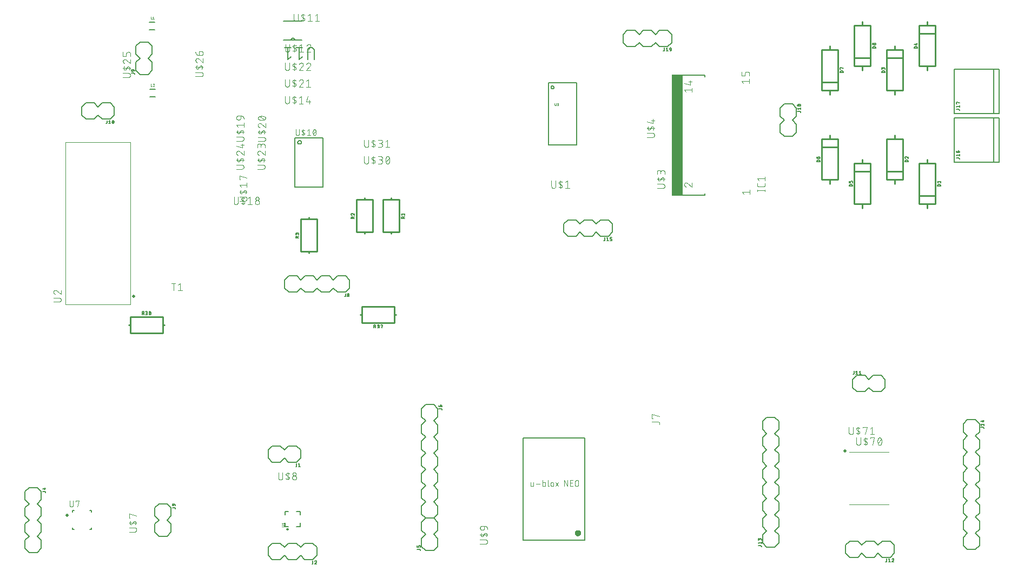
<source format=gbr>
G04 EAGLE Gerber RS-274X export*
G75*
%MOMM*%
%FSLAX34Y34*%
%LPD*%
%INSilkscreen Top*%
%IPPOS*%
%AMOC8*
5,1,8,0,0,1.08239X$1,22.5*%
G01*
%ADD10C,0.203200*%
%ADD11C,0.127000*%
%ADD12C,0.101600*%
%ADD13C,0.200000*%
%ADD14C,0.025400*%
%ADD15C,0.150000*%
%ADD16C,0.500000*%
%ADD17C,0.076200*%
%ADD18C,0.400000*%
%ADD19C,0.254000*%
%ADD20C,0.152400*%
%ADD21C,0.120000*%
%ADD22R,1.675000X18.950000*%


D10*
X1125470Y-248470D02*
X1112770Y-248470D01*
X1106420Y-242120D01*
X1106420Y-229420D02*
X1112770Y-223070D01*
X1106420Y-242120D02*
X1100070Y-248470D01*
X1087370Y-248470D01*
X1081020Y-242120D01*
X1081020Y-229420D02*
X1087370Y-223070D01*
X1100070Y-223070D01*
X1106420Y-229420D01*
X1131820Y-229420D02*
X1131820Y-242120D01*
X1125470Y-248470D01*
X1131820Y-229420D02*
X1125470Y-223070D01*
X1112770Y-223070D01*
X1081020Y-229420D02*
X1081020Y-242120D01*
D11*
X1125556Y-250375D02*
X1125556Y-254129D01*
X1125554Y-254194D01*
X1125548Y-254258D01*
X1125538Y-254322D01*
X1125525Y-254386D01*
X1125507Y-254448D01*
X1125486Y-254509D01*
X1125462Y-254569D01*
X1125433Y-254627D01*
X1125401Y-254684D01*
X1125366Y-254738D01*
X1125328Y-254790D01*
X1125286Y-254840D01*
X1125242Y-254887D01*
X1125195Y-254931D01*
X1125145Y-254973D01*
X1125093Y-255011D01*
X1125039Y-255046D01*
X1124982Y-255078D01*
X1124924Y-255107D01*
X1124864Y-255131D01*
X1124803Y-255152D01*
X1124741Y-255170D01*
X1124677Y-255183D01*
X1124613Y-255193D01*
X1124549Y-255199D01*
X1124484Y-255201D01*
X1123947Y-255201D01*
X1128504Y-251447D02*
X1129844Y-250375D01*
X1129844Y-255201D01*
X1128504Y-255201D02*
X1131185Y-255201D01*
D10*
X1106420Y-394520D02*
X1100070Y-400870D01*
X1087370Y-400870D01*
X1081020Y-394520D01*
X1081020Y-381820D02*
X1087370Y-375470D01*
X1100070Y-375470D01*
X1106420Y-381820D01*
X1138170Y-400870D02*
X1150870Y-400870D01*
X1138170Y-400870D02*
X1131820Y-394520D01*
X1131820Y-381820D02*
X1138170Y-375470D01*
X1131820Y-394520D02*
X1125470Y-400870D01*
X1112770Y-400870D01*
X1106420Y-394520D01*
X1106420Y-381820D02*
X1112770Y-375470D01*
X1125470Y-375470D01*
X1131820Y-381820D01*
X1157220Y-381820D02*
X1157220Y-394520D01*
X1150870Y-400870D01*
X1157220Y-381820D02*
X1150870Y-375470D01*
X1138170Y-375470D01*
X1081020Y-381820D02*
X1081020Y-394520D01*
D11*
X1150956Y-402775D02*
X1150956Y-406529D01*
X1150954Y-406594D01*
X1150948Y-406658D01*
X1150938Y-406722D01*
X1150925Y-406786D01*
X1150907Y-406848D01*
X1150886Y-406909D01*
X1150862Y-406969D01*
X1150833Y-407027D01*
X1150801Y-407084D01*
X1150766Y-407138D01*
X1150728Y-407190D01*
X1150686Y-407240D01*
X1150642Y-407287D01*
X1150595Y-407331D01*
X1150545Y-407373D01*
X1150493Y-407411D01*
X1150439Y-407446D01*
X1150382Y-407478D01*
X1150324Y-407507D01*
X1150264Y-407531D01*
X1150203Y-407552D01*
X1150141Y-407570D01*
X1150077Y-407583D01*
X1150013Y-407593D01*
X1149949Y-407599D01*
X1149884Y-407601D01*
X1149347Y-407601D01*
X1155378Y-402775D02*
X1155446Y-402777D01*
X1155513Y-402783D01*
X1155580Y-402792D01*
X1155647Y-402805D01*
X1155712Y-402822D01*
X1155777Y-402843D01*
X1155840Y-402867D01*
X1155902Y-402895D01*
X1155962Y-402926D01*
X1156020Y-402960D01*
X1156076Y-402998D01*
X1156131Y-403038D01*
X1156182Y-403082D01*
X1156231Y-403129D01*
X1156278Y-403178D01*
X1156322Y-403229D01*
X1156362Y-403284D01*
X1156400Y-403340D01*
X1156434Y-403398D01*
X1156465Y-403458D01*
X1156493Y-403520D01*
X1156517Y-403583D01*
X1156538Y-403648D01*
X1156555Y-403713D01*
X1156568Y-403780D01*
X1156577Y-403847D01*
X1156583Y-403914D01*
X1156585Y-403982D01*
X1155378Y-402775D02*
X1155300Y-402777D01*
X1155222Y-402783D01*
X1155145Y-402793D01*
X1155068Y-402806D01*
X1154992Y-402824D01*
X1154917Y-402845D01*
X1154843Y-402870D01*
X1154771Y-402899D01*
X1154700Y-402931D01*
X1154631Y-402967D01*
X1154563Y-403006D01*
X1154498Y-403049D01*
X1154435Y-403095D01*
X1154374Y-403144D01*
X1154316Y-403196D01*
X1154261Y-403251D01*
X1154208Y-403308D01*
X1154159Y-403368D01*
X1154112Y-403431D01*
X1154069Y-403496D01*
X1154029Y-403562D01*
X1153992Y-403631D01*
X1153959Y-403702D01*
X1153929Y-403774D01*
X1153903Y-403848D01*
X1156183Y-404920D02*
X1156232Y-404871D01*
X1156279Y-404819D01*
X1156322Y-404764D01*
X1156363Y-404707D01*
X1156401Y-404648D01*
X1156435Y-404587D01*
X1156466Y-404524D01*
X1156494Y-404460D01*
X1156518Y-404394D01*
X1156538Y-404328D01*
X1156555Y-404260D01*
X1156568Y-404191D01*
X1156577Y-404122D01*
X1156583Y-404052D01*
X1156585Y-403982D01*
X1156183Y-404920D02*
X1153904Y-407601D01*
X1156585Y-407601D01*
D12*
X1096928Y-272816D02*
X1096928Y-264378D01*
X1096928Y-272816D02*
X1096930Y-272929D01*
X1096936Y-273042D01*
X1096946Y-273155D01*
X1096960Y-273268D01*
X1096977Y-273380D01*
X1096999Y-273491D01*
X1097024Y-273601D01*
X1097054Y-273711D01*
X1097087Y-273819D01*
X1097124Y-273926D01*
X1097164Y-274032D01*
X1097209Y-274136D01*
X1097257Y-274239D01*
X1097308Y-274340D01*
X1097363Y-274439D01*
X1097421Y-274536D01*
X1097483Y-274631D01*
X1097548Y-274724D01*
X1097616Y-274814D01*
X1097687Y-274902D01*
X1097762Y-274988D01*
X1097839Y-275071D01*
X1097919Y-275151D01*
X1098002Y-275228D01*
X1098088Y-275303D01*
X1098176Y-275374D01*
X1098266Y-275442D01*
X1098359Y-275507D01*
X1098454Y-275569D01*
X1098551Y-275627D01*
X1098650Y-275682D01*
X1098751Y-275733D01*
X1098854Y-275781D01*
X1098958Y-275826D01*
X1099064Y-275866D01*
X1099171Y-275903D01*
X1099279Y-275936D01*
X1099389Y-275966D01*
X1099499Y-275991D01*
X1099610Y-276013D01*
X1099722Y-276030D01*
X1099835Y-276044D01*
X1099948Y-276054D01*
X1100061Y-276060D01*
X1100174Y-276062D01*
X1100287Y-276060D01*
X1100400Y-276054D01*
X1100513Y-276044D01*
X1100626Y-276030D01*
X1100738Y-276013D01*
X1100849Y-275991D01*
X1100959Y-275966D01*
X1101069Y-275936D01*
X1101177Y-275903D01*
X1101284Y-275866D01*
X1101390Y-275826D01*
X1101494Y-275781D01*
X1101597Y-275733D01*
X1101698Y-275682D01*
X1101797Y-275627D01*
X1101894Y-275569D01*
X1101989Y-275507D01*
X1102082Y-275442D01*
X1102172Y-275374D01*
X1102260Y-275303D01*
X1102346Y-275228D01*
X1102429Y-275151D01*
X1102509Y-275071D01*
X1102586Y-274988D01*
X1102661Y-274902D01*
X1102732Y-274814D01*
X1102800Y-274724D01*
X1102865Y-274631D01*
X1102927Y-274536D01*
X1102985Y-274439D01*
X1103040Y-274340D01*
X1103091Y-274239D01*
X1103139Y-274136D01*
X1103184Y-274032D01*
X1103224Y-273926D01*
X1103261Y-273819D01*
X1103294Y-273711D01*
X1103324Y-273601D01*
X1103349Y-273491D01*
X1103371Y-273380D01*
X1103388Y-273268D01*
X1103402Y-273155D01*
X1103412Y-273042D01*
X1103418Y-272929D01*
X1103420Y-272816D01*
X1103419Y-272816D02*
X1103419Y-264378D01*
X1111223Y-264378D02*
X1111223Y-276062D01*
X1111223Y-270220D02*
X1109600Y-269246D01*
X1109599Y-269247D02*
X1109526Y-269200D01*
X1109455Y-269151D01*
X1109386Y-269098D01*
X1109319Y-269042D01*
X1109255Y-268983D01*
X1109193Y-268922D01*
X1109135Y-268858D01*
X1109079Y-268791D01*
X1109027Y-268722D01*
X1108977Y-268650D01*
X1108931Y-268576D01*
X1108888Y-268501D01*
X1108849Y-268423D01*
X1108813Y-268344D01*
X1108781Y-268263D01*
X1108752Y-268181D01*
X1108727Y-268098D01*
X1108706Y-268014D01*
X1108689Y-267929D01*
X1108675Y-267843D01*
X1108666Y-267757D01*
X1108660Y-267670D01*
X1108658Y-267583D01*
X1108660Y-267496D01*
X1108666Y-267409D01*
X1108676Y-267323D01*
X1108689Y-267237D01*
X1108707Y-267152D01*
X1108728Y-267068D01*
X1108753Y-266985D01*
X1108782Y-266902D01*
X1108814Y-266822D01*
X1108850Y-266743D01*
X1108889Y-266665D01*
X1108932Y-266590D01*
X1108979Y-266516D01*
X1109028Y-266445D01*
X1109081Y-266375D01*
X1109136Y-266309D01*
X1109195Y-266245D01*
X1109256Y-266183D01*
X1109320Y-266124D01*
X1109387Y-266069D01*
X1109456Y-266016D01*
X1109528Y-265966D01*
X1109601Y-265920D01*
X1109677Y-265877D01*
X1109754Y-265838D01*
X1109833Y-265802D01*
X1109914Y-265769D01*
X1109996Y-265741D01*
X1110079Y-265715D01*
X1110163Y-265694D01*
X1110248Y-265677D01*
X1110249Y-265676D02*
X1110389Y-265652D01*
X1110531Y-265632D01*
X1110672Y-265616D01*
X1110814Y-265605D01*
X1110957Y-265597D01*
X1111099Y-265593D01*
X1111242Y-265592D01*
X1111385Y-265596D01*
X1111527Y-265604D01*
X1111669Y-265616D01*
X1111811Y-265632D01*
X1111952Y-265651D01*
X1112093Y-265675D01*
X1112233Y-265702D01*
X1112372Y-265734D01*
X1112510Y-265769D01*
X1112648Y-265808D01*
X1112784Y-265851D01*
X1112918Y-265897D01*
X1113052Y-265948D01*
X1113184Y-266001D01*
X1113314Y-266059D01*
X1113443Y-266120D01*
X1113570Y-266185D01*
X1113696Y-266253D01*
X1113819Y-266325D01*
X1111223Y-270220D02*
X1112845Y-271194D01*
X1112846Y-271193D02*
X1112919Y-271240D01*
X1112990Y-271289D01*
X1113060Y-271342D01*
X1113126Y-271398D01*
X1113190Y-271457D01*
X1113252Y-271518D01*
X1113310Y-271582D01*
X1113366Y-271649D01*
X1113418Y-271718D01*
X1113468Y-271790D01*
X1113514Y-271864D01*
X1113557Y-271939D01*
X1113596Y-272017D01*
X1113632Y-272096D01*
X1113664Y-272177D01*
X1113693Y-272259D01*
X1113718Y-272342D01*
X1113739Y-272426D01*
X1113756Y-272511D01*
X1113770Y-272597D01*
X1113779Y-272684D01*
X1113785Y-272770D01*
X1113787Y-272857D01*
X1113785Y-272944D01*
X1113779Y-273031D01*
X1113769Y-273117D01*
X1113756Y-273203D01*
X1113738Y-273288D01*
X1113717Y-273372D01*
X1113692Y-273455D01*
X1113663Y-273538D01*
X1113631Y-273618D01*
X1113595Y-273697D01*
X1113556Y-273775D01*
X1113513Y-273850D01*
X1113466Y-273924D01*
X1113417Y-273995D01*
X1113364Y-274065D01*
X1113309Y-274131D01*
X1113250Y-274195D01*
X1113189Y-274257D01*
X1113124Y-274316D01*
X1113058Y-274371D01*
X1112989Y-274424D01*
X1112917Y-274474D01*
X1112844Y-274520D01*
X1112768Y-274563D01*
X1112691Y-274602D01*
X1112612Y-274638D01*
X1112531Y-274671D01*
X1112449Y-274699D01*
X1112366Y-274725D01*
X1112282Y-274746D01*
X1112196Y-274763D01*
X1112196Y-274764D02*
X1112056Y-274788D01*
X1111914Y-274808D01*
X1111773Y-274824D01*
X1111631Y-274835D01*
X1111488Y-274843D01*
X1111346Y-274847D01*
X1111203Y-274848D01*
X1111060Y-274844D01*
X1110918Y-274836D01*
X1110776Y-274824D01*
X1110634Y-274808D01*
X1110493Y-274789D01*
X1110352Y-274765D01*
X1110212Y-274738D01*
X1110073Y-274706D01*
X1109935Y-274671D01*
X1109797Y-274632D01*
X1109661Y-274589D01*
X1109527Y-274543D01*
X1109393Y-274492D01*
X1109261Y-274439D01*
X1109131Y-274381D01*
X1109002Y-274320D01*
X1108875Y-274255D01*
X1108749Y-274187D01*
X1108626Y-274115D01*
X1118645Y-272816D02*
X1118647Y-272703D01*
X1118653Y-272590D01*
X1118663Y-272477D01*
X1118677Y-272364D01*
X1118694Y-272252D01*
X1118716Y-272141D01*
X1118741Y-272031D01*
X1118771Y-271921D01*
X1118804Y-271813D01*
X1118841Y-271706D01*
X1118881Y-271600D01*
X1118926Y-271496D01*
X1118974Y-271393D01*
X1119025Y-271292D01*
X1119080Y-271193D01*
X1119138Y-271096D01*
X1119200Y-271001D01*
X1119265Y-270908D01*
X1119333Y-270818D01*
X1119404Y-270730D01*
X1119479Y-270644D01*
X1119556Y-270561D01*
X1119636Y-270481D01*
X1119719Y-270404D01*
X1119805Y-270329D01*
X1119893Y-270258D01*
X1119983Y-270190D01*
X1120076Y-270125D01*
X1120171Y-270063D01*
X1120268Y-270005D01*
X1120367Y-269950D01*
X1120468Y-269899D01*
X1120571Y-269851D01*
X1120675Y-269806D01*
X1120781Y-269766D01*
X1120888Y-269729D01*
X1120996Y-269696D01*
X1121106Y-269666D01*
X1121216Y-269641D01*
X1121327Y-269619D01*
X1121439Y-269602D01*
X1121552Y-269588D01*
X1121665Y-269578D01*
X1121778Y-269572D01*
X1121891Y-269570D01*
X1122004Y-269572D01*
X1122117Y-269578D01*
X1122230Y-269588D01*
X1122343Y-269602D01*
X1122455Y-269619D01*
X1122566Y-269641D01*
X1122676Y-269666D01*
X1122786Y-269696D01*
X1122894Y-269729D01*
X1123001Y-269766D01*
X1123107Y-269806D01*
X1123211Y-269851D01*
X1123314Y-269899D01*
X1123415Y-269950D01*
X1123514Y-270005D01*
X1123611Y-270063D01*
X1123706Y-270125D01*
X1123799Y-270190D01*
X1123889Y-270258D01*
X1123977Y-270329D01*
X1124063Y-270404D01*
X1124146Y-270481D01*
X1124226Y-270561D01*
X1124303Y-270644D01*
X1124378Y-270730D01*
X1124449Y-270818D01*
X1124517Y-270908D01*
X1124582Y-271001D01*
X1124644Y-271096D01*
X1124702Y-271193D01*
X1124757Y-271292D01*
X1124808Y-271393D01*
X1124856Y-271496D01*
X1124901Y-271600D01*
X1124941Y-271706D01*
X1124978Y-271813D01*
X1125011Y-271921D01*
X1125041Y-272031D01*
X1125066Y-272141D01*
X1125088Y-272252D01*
X1125105Y-272364D01*
X1125119Y-272477D01*
X1125129Y-272590D01*
X1125135Y-272703D01*
X1125137Y-272816D01*
X1125135Y-272929D01*
X1125129Y-273042D01*
X1125119Y-273155D01*
X1125105Y-273268D01*
X1125088Y-273380D01*
X1125066Y-273491D01*
X1125041Y-273601D01*
X1125011Y-273711D01*
X1124978Y-273819D01*
X1124941Y-273926D01*
X1124901Y-274032D01*
X1124856Y-274136D01*
X1124808Y-274239D01*
X1124757Y-274340D01*
X1124702Y-274439D01*
X1124644Y-274536D01*
X1124582Y-274631D01*
X1124517Y-274724D01*
X1124449Y-274814D01*
X1124378Y-274902D01*
X1124303Y-274988D01*
X1124226Y-275071D01*
X1124146Y-275151D01*
X1124063Y-275228D01*
X1123977Y-275303D01*
X1123889Y-275374D01*
X1123799Y-275442D01*
X1123706Y-275507D01*
X1123611Y-275569D01*
X1123514Y-275627D01*
X1123415Y-275682D01*
X1123314Y-275733D01*
X1123211Y-275781D01*
X1123107Y-275826D01*
X1123001Y-275866D01*
X1122894Y-275903D01*
X1122786Y-275936D01*
X1122676Y-275966D01*
X1122566Y-275991D01*
X1122455Y-276013D01*
X1122343Y-276030D01*
X1122230Y-276044D01*
X1122117Y-276054D01*
X1122004Y-276060D01*
X1121891Y-276062D01*
X1121778Y-276060D01*
X1121665Y-276054D01*
X1121552Y-276044D01*
X1121439Y-276030D01*
X1121327Y-276013D01*
X1121216Y-275991D01*
X1121106Y-275966D01*
X1120996Y-275936D01*
X1120888Y-275903D01*
X1120781Y-275866D01*
X1120675Y-275826D01*
X1120571Y-275781D01*
X1120468Y-275733D01*
X1120367Y-275682D01*
X1120268Y-275627D01*
X1120171Y-275569D01*
X1120076Y-275507D01*
X1119983Y-275442D01*
X1119893Y-275374D01*
X1119805Y-275303D01*
X1119719Y-275228D01*
X1119636Y-275151D01*
X1119556Y-275071D01*
X1119479Y-274988D01*
X1119404Y-274902D01*
X1119333Y-274814D01*
X1119265Y-274724D01*
X1119200Y-274631D01*
X1119138Y-274536D01*
X1119080Y-274439D01*
X1119025Y-274340D01*
X1118974Y-274239D01*
X1118926Y-274136D01*
X1118881Y-274032D01*
X1118841Y-273926D01*
X1118804Y-273819D01*
X1118771Y-273711D01*
X1118741Y-273601D01*
X1118716Y-273491D01*
X1118694Y-273380D01*
X1118677Y-273268D01*
X1118663Y-273155D01*
X1118653Y-273042D01*
X1118647Y-272929D01*
X1118645Y-272816D01*
X1119295Y-266974D02*
X1119297Y-266873D01*
X1119303Y-266773D01*
X1119313Y-266673D01*
X1119326Y-266573D01*
X1119344Y-266474D01*
X1119365Y-266375D01*
X1119390Y-266278D01*
X1119419Y-266181D01*
X1119452Y-266086D01*
X1119488Y-265992D01*
X1119528Y-265900D01*
X1119571Y-265809D01*
X1119618Y-265720D01*
X1119668Y-265633D01*
X1119722Y-265547D01*
X1119779Y-265464D01*
X1119839Y-265384D01*
X1119902Y-265305D01*
X1119969Y-265229D01*
X1120038Y-265156D01*
X1120110Y-265086D01*
X1120184Y-265018D01*
X1120261Y-264953D01*
X1120341Y-264892D01*
X1120423Y-264833D01*
X1120507Y-264778D01*
X1120593Y-264726D01*
X1120681Y-264677D01*
X1120771Y-264632D01*
X1120863Y-264590D01*
X1120956Y-264552D01*
X1121051Y-264518D01*
X1121146Y-264487D01*
X1121243Y-264460D01*
X1121341Y-264437D01*
X1121440Y-264417D01*
X1121540Y-264402D01*
X1121640Y-264390D01*
X1121740Y-264382D01*
X1121841Y-264378D01*
X1121941Y-264378D01*
X1122042Y-264382D01*
X1122142Y-264390D01*
X1122242Y-264402D01*
X1122342Y-264417D01*
X1122441Y-264437D01*
X1122539Y-264460D01*
X1122636Y-264487D01*
X1122731Y-264518D01*
X1122826Y-264552D01*
X1122919Y-264590D01*
X1123011Y-264632D01*
X1123101Y-264677D01*
X1123189Y-264726D01*
X1123275Y-264778D01*
X1123359Y-264833D01*
X1123441Y-264892D01*
X1123521Y-264953D01*
X1123598Y-265018D01*
X1123672Y-265086D01*
X1123744Y-265156D01*
X1123813Y-265229D01*
X1123880Y-265305D01*
X1123943Y-265384D01*
X1124003Y-265464D01*
X1124060Y-265547D01*
X1124114Y-265633D01*
X1124164Y-265720D01*
X1124211Y-265809D01*
X1124254Y-265900D01*
X1124294Y-265992D01*
X1124330Y-266086D01*
X1124363Y-266181D01*
X1124392Y-266278D01*
X1124417Y-266375D01*
X1124438Y-266474D01*
X1124456Y-266573D01*
X1124469Y-266673D01*
X1124479Y-266773D01*
X1124485Y-266873D01*
X1124487Y-266974D01*
X1124485Y-267075D01*
X1124479Y-267175D01*
X1124469Y-267275D01*
X1124456Y-267375D01*
X1124438Y-267474D01*
X1124417Y-267573D01*
X1124392Y-267670D01*
X1124363Y-267767D01*
X1124330Y-267862D01*
X1124294Y-267956D01*
X1124254Y-268048D01*
X1124211Y-268139D01*
X1124164Y-268228D01*
X1124114Y-268315D01*
X1124060Y-268401D01*
X1124003Y-268484D01*
X1123943Y-268564D01*
X1123880Y-268643D01*
X1123813Y-268719D01*
X1123744Y-268792D01*
X1123672Y-268862D01*
X1123598Y-268930D01*
X1123521Y-268995D01*
X1123441Y-269056D01*
X1123359Y-269115D01*
X1123275Y-269170D01*
X1123189Y-269222D01*
X1123101Y-269271D01*
X1123011Y-269316D01*
X1122919Y-269358D01*
X1122826Y-269396D01*
X1122731Y-269430D01*
X1122636Y-269461D01*
X1122539Y-269488D01*
X1122441Y-269511D01*
X1122342Y-269531D01*
X1122242Y-269546D01*
X1122142Y-269558D01*
X1122042Y-269566D01*
X1121941Y-269570D01*
X1121841Y-269570D01*
X1121740Y-269566D01*
X1121640Y-269558D01*
X1121540Y-269546D01*
X1121440Y-269531D01*
X1121341Y-269511D01*
X1121243Y-269488D01*
X1121146Y-269461D01*
X1121051Y-269430D01*
X1120956Y-269396D01*
X1120863Y-269358D01*
X1120771Y-269316D01*
X1120681Y-269271D01*
X1120593Y-269222D01*
X1120507Y-269170D01*
X1120423Y-269115D01*
X1120341Y-269056D01*
X1120261Y-268995D01*
X1120184Y-268930D01*
X1120110Y-268862D01*
X1120038Y-268792D01*
X1119969Y-268719D01*
X1119902Y-268643D01*
X1119839Y-268564D01*
X1119779Y-268484D01*
X1119722Y-268401D01*
X1119668Y-268315D01*
X1119618Y-268228D01*
X1119571Y-268139D01*
X1119528Y-268048D01*
X1119488Y-267956D01*
X1119452Y-267862D01*
X1119419Y-267767D01*
X1119390Y-267670D01*
X1119365Y-267573D01*
X1119344Y-267474D01*
X1119326Y-267375D01*
X1119313Y-267275D01*
X1119303Y-267175D01*
X1119297Y-267075D01*
X1119295Y-266974D01*
D11*
X1107220Y-343770D02*
X1107220Y-349270D01*
X1107220Y-330970D02*
X1107220Y-325470D01*
X1131020Y-343770D02*
X1131020Y-349270D01*
X1131020Y-330970D02*
X1131020Y-325470D01*
D13*
X1110120Y-353370D02*
X1110122Y-353307D01*
X1110128Y-353245D01*
X1110138Y-353183D01*
X1110151Y-353121D01*
X1110169Y-353061D01*
X1110190Y-353002D01*
X1110215Y-352944D01*
X1110244Y-352888D01*
X1110276Y-352834D01*
X1110311Y-352782D01*
X1110349Y-352733D01*
X1110391Y-352685D01*
X1110435Y-352641D01*
X1110483Y-352599D01*
X1110532Y-352561D01*
X1110584Y-352526D01*
X1110638Y-352494D01*
X1110694Y-352465D01*
X1110752Y-352440D01*
X1110811Y-352419D01*
X1110871Y-352401D01*
X1110933Y-352388D01*
X1110995Y-352378D01*
X1111057Y-352372D01*
X1111120Y-352370D01*
X1111183Y-352372D01*
X1111245Y-352378D01*
X1111307Y-352388D01*
X1111369Y-352401D01*
X1111429Y-352419D01*
X1111488Y-352440D01*
X1111546Y-352465D01*
X1111602Y-352494D01*
X1111656Y-352526D01*
X1111708Y-352561D01*
X1111757Y-352599D01*
X1111805Y-352641D01*
X1111849Y-352685D01*
X1111891Y-352733D01*
X1111929Y-352782D01*
X1111964Y-352834D01*
X1111996Y-352888D01*
X1112025Y-352944D01*
X1112050Y-353002D01*
X1112071Y-353061D01*
X1112089Y-353121D01*
X1112102Y-353183D01*
X1112112Y-353245D01*
X1112118Y-353307D01*
X1112120Y-353370D01*
X1112118Y-353433D01*
X1112112Y-353495D01*
X1112102Y-353557D01*
X1112089Y-353619D01*
X1112071Y-353679D01*
X1112050Y-353738D01*
X1112025Y-353796D01*
X1111996Y-353852D01*
X1111964Y-353906D01*
X1111929Y-353958D01*
X1111891Y-354007D01*
X1111849Y-354055D01*
X1111805Y-354099D01*
X1111757Y-354141D01*
X1111708Y-354179D01*
X1111656Y-354214D01*
X1111602Y-354246D01*
X1111546Y-354275D01*
X1111488Y-354300D01*
X1111429Y-354321D01*
X1111369Y-354339D01*
X1111307Y-354352D01*
X1111245Y-354362D01*
X1111183Y-354368D01*
X1111120Y-354370D01*
X1111057Y-354368D01*
X1110995Y-354362D01*
X1110933Y-354352D01*
X1110871Y-354339D01*
X1110811Y-354321D01*
X1110752Y-354300D01*
X1110694Y-354275D01*
X1110638Y-354246D01*
X1110584Y-354214D01*
X1110532Y-354179D01*
X1110483Y-354141D01*
X1110435Y-354099D01*
X1110391Y-354055D01*
X1110349Y-354007D01*
X1110311Y-353958D01*
X1110276Y-353906D01*
X1110244Y-353852D01*
X1110215Y-353796D01*
X1110190Y-353738D01*
X1110169Y-353679D01*
X1110151Y-353619D01*
X1110138Y-353557D01*
X1110128Y-353495D01*
X1110122Y-353433D01*
X1110120Y-353370D01*
D11*
X1125520Y-325470D02*
X1131020Y-325470D01*
X1131020Y-349270D02*
X1125520Y-349270D01*
X1112720Y-349270D02*
X1107220Y-349270D01*
X1107220Y-325470D02*
X1112720Y-325470D01*
D14*
X1104935Y-349243D02*
X1102183Y-349243D01*
X1104935Y-349243D02*
X1104999Y-349241D01*
X1105063Y-349235D01*
X1105126Y-349226D01*
X1105188Y-349212D01*
X1105250Y-349195D01*
X1105310Y-349174D01*
X1105369Y-349150D01*
X1105427Y-349122D01*
X1105482Y-349090D01*
X1105536Y-349056D01*
X1105587Y-349018D01*
X1105637Y-348977D01*
X1105683Y-348933D01*
X1105727Y-348887D01*
X1105768Y-348837D01*
X1105806Y-348786D01*
X1105840Y-348732D01*
X1105872Y-348677D01*
X1105900Y-348619D01*
X1105924Y-348560D01*
X1105945Y-348500D01*
X1105962Y-348438D01*
X1105976Y-348376D01*
X1105985Y-348313D01*
X1105991Y-348249D01*
X1105993Y-348185D01*
X1105991Y-348121D01*
X1105985Y-348057D01*
X1105976Y-347994D01*
X1105962Y-347932D01*
X1105945Y-347870D01*
X1105924Y-347810D01*
X1105900Y-347751D01*
X1105872Y-347693D01*
X1105840Y-347638D01*
X1105806Y-347584D01*
X1105768Y-347533D01*
X1105727Y-347483D01*
X1105683Y-347437D01*
X1105637Y-347393D01*
X1105587Y-347352D01*
X1105536Y-347314D01*
X1105482Y-347280D01*
X1105427Y-347248D01*
X1105369Y-347220D01*
X1105310Y-347196D01*
X1105250Y-347175D01*
X1105188Y-347158D01*
X1105126Y-347144D01*
X1105063Y-347135D01*
X1104999Y-347129D01*
X1104935Y-347127D01*
X1104935Y-347126D02*
X1102183Y-347126D01*
X1103030Y-345464D02*
X1102183Y-344405D01*
X1105993Y-344405D01*
X1105993Y-343347D02*
X1105993Y-345464D01*
D10*
X929000Y-332450D02*
X929000Y-319750D01*
X929000Y-332450D02*
X922650Y-338800D01*
X909950Y-338800D02*
X903600Y-332450D01*
X922650Y-338800D02*
X929000Y-345150D01*
X929000Y-357850D01*
X922650Y-364200D01*
X909950Y-364200D02*
X903600Y-357850D01*
X903600Y-345150D01*
X909950Y-338800D01*
X909950Y-313400D02*
X922650Y-313400D01*
X929000Y-319750D01*
X909950Y-313400D02*
X903600Y-319750D01*
X903600Y-332450D01*
X909950Y-364200D02*
X922650Y-364200D01*
D11*
X930905Y-319664D02*
X934659Y-319664D01*
X934724Y-319666D01*
X934788Y-319672D01*
X934852Y-319682D01*
X934916Y-319695D01*
X934978Y-319713D01*
X935039Y-319734D01*
X935099Y-319758D01*
X935157Y-319787D01*
X935214Y-319819D01*
X935268Y-319854D01*
X935320Y-319892D01*
X935370Y-319934D01*
X935417Y-319978D01*
X935461Y-320025D01*
X935503Y-320075D01*
X935541Y-320127D01*
X935576Y-320181D01*
X935608Y-320238D01*
X935637Y-320296D01*
X935661Y-320356D01*
X935682Y-320417D01*
X935700Y-320479D01*
X935713Y-320543D01*
X935723Y-320607D01*
X935729Y-320671D01*
X935731Y-320736D01*
X935731Y-321273D01*
X935731Y-316716D02*
X935731Y-315376D01*
X935729Y-315305D01*
X935723Y-315233D01*
X935714Y-315163D01*
X935701Y-315093D01*
X935684Y-315023D01*
X935663Y-314955D01*
X935639Y-314888D01*
X935611Y-314822D01*
X935580Y-314758D01*
X935545Y-314695D01*
X935507Y-314635D01*
X935466Y-314576D01*
X935422Y-314520D01*
X935375Y-314466D01*
X935326Y-314415D01*
X935273Y-314367D01*
X935218Y-314321D01*
X935161Y-314279D01*
X935101Y-314239D01*
X935040Y-314203D01*
X934976Y-314170D01*
X934911Y-314141D01*
X934845Y-314115D01*
X934777Y-314092D01*
X934708Y-314073D01*
X934638Y-314058D01*
X934568Y-314047D01*
X934497Y-314039D01*
X934426Y-314035D01*
X934354Y-314035D01*
X934283Y-314039D01*
X934212Y-314047D01*
X934142Y-314058D01*
X934072Y-314073D01*
X934003Y-314092D01*
X933935Y-314115D01*
X933869Y-314141D01*
X933804Y-314170D01*
X933740Y-314203D01*
X933679Y-314239D01*
X933619Y-314279D01*
X933562Y-314321D01*
X933507Y-314367D01*
X933454Y-314415D01*
X933405Y-314466D01*
X933358Y-314520D01*
X933314Y-314576D01*
X933273Y-314635D01*
X933235Y-314695D01*
X933200Y-314758D01*
X933169Y-314822D01*
X933141Y-314888D01*
X933117Y-314955D01*
X933096Y-315023D01*
X933079Y-315093D01*
X933066Y-315163D01*
X933057Y-315233D01*
X933051Y-315305D01*
X933049Y-315376D01*
X930905Y-315107D02*
X930905Y-316716D01*
X930905Y-315107D02*
X930907Y-315042D01*
X930913Y-314978D01*
X930923Y-314914D01*
X930936Y-314850D01*
X930954Y-314788D01*
X930975Y-314727D01*
X930999Y-314667D01*
X931028Y-314609D01*
X931060Y-314552D01*
X931095Y-314498D01*
X931133Y-314446D01*
X931175Y-314396D01*
X931219Y-314349D01*
X931266Y-314305D01*
X931316Y-314263D01*
X931368Y-314225D01*
X931422Y-314190D01*
X931479Y-314158D01*
X931537Y-314129D01*
X931597Y-314105D01*
X931658Y-314084D01*
X931720Y-314066D01*
X931784Y-314053D01*
X931848Y-314043D01*
X931912Y-314037D01*
X931977Y-314035D01*
X932042Y-314037D01*
X932106Y-314043D01*
X932170Y-314053D01*
X932234Y-314066D01*
X932296Y-314084D01*
X932357Y-314105D01*
X932417Y-314129D01*
X932475Y-314158D01*
X932532Y-314190D01*
X932586Y-314225D01*
X932638Y-314263D01*
X932688Y-314305D01*
X932735Y-314349D01*
X932779Y-314396D01*
X932821Y-314446D01*
X932859Y-314498D01*
X932894Y-314552D01*
X932926Y-314609D01*
X932955Y-314667D01*
X932979Y-314727D01*
X933000Y-314788D01*
X933018Y-314850D01*
X933031Y-314914D01*
X933041Y-314978D01*
X933047Y-315042D01*
X933049Y-315107D01*
X933050Y-315107D02*
X933050Y-316180D01*
D10*
X725800Y-370550D02*
X725800Y-383250D01*
X719450Y-389600D01*
X706750Y-389600D02*
X700400Y-383250D01*
X725800Y-345150D02*
X719450Y-338800D01*
X725800Y-345150D02*
X725800Y-357850D01*
X719450Y-364200D01*
X706750Y-364200D02*
X700400Y-357850D01*
X700400Y-345150D01*
X706750Y-338800D01*
X719450Y-364200D02*
X725800Y-370550D01*
X706750Y-364200D02*
X700400Y-370550D01*
X700400Y-383250D01*
X725800Y-307050D02*
X725800Y-294350D01*
X725800Y-307050D02*
X719450Y-313400D01*
X706750Y-313400D02*
X700400Y-307050D01*
X719450Y-313400D02*
X725800Y-319750D01*
X725800Y-332450D01*
X719450Y-338800D01*
X706750Y-338800D02*
X700400Y-332450D01*
X700400Y-319750D01*
X706750Y-313400D01*
X706750Y-288000D02*
X719450Y-288000D01*
X725800Y-294350D01*
X706750Y-288000D02*
X700400Y-294350D01*
X700400Y-307050D01*
X706750Y-389600D02*
X719450Y-389600D01*
D11*
X727705Y-294264D02*
X731459Y-294264D01*
X731524Y-294266D01*
X731588Y-294272D01*
X731652Y-294282D01*
X731716Y-294295D01*
X731778Y-294313D01*
X731839Y-294334D01*
X731899Y-294358D01*
X731957Y-294387D01*
X732014Y-294419D01*
X732068Y-294454D01*
X732120Y-294492D01*
X732170Y-294534D01*
X732217Y-294578D01*
X732261Y-294625D01*
X732303Y-294675D01*
X732341Y-294727D01*
X732376Y-294781D01*
X732408Y-294838D01*
X732437Y-294896D01*
X732461Y-294956D01*
X732482Y-295017D01*
X732500Y-295079D01*
X732513Y-295143D01*
X732523Y-295207D01*
X732529Y-295271D01*
X732531Y-295336D01*
X732531Y-295873D01*
X731459Y-291316D02*
X727705Y-290244D01*
X731459Y-291316D02*
X731459Y-288635D01*
X730386Y-289439D02*
X732531Y-289439D01*
D12*
X863308Y-357516D02*
X871746Y-357516D01*
X871746Y-357517D02*
X871859Y-357515D01*
X871972Y-357509D01*
X872085Y-357499D01*
X872198Y-357485D01*
X872310Y-357468D01*
X872421Y-357446D01*
X872531Y-357421D01*
X872641Y-357391D01*
X872749Y-357358D01*
X872856Y-357321D01*
X872962Y-357281D01*
X873066Y-357236D01*
X873169Y-357188D01*
X873270Y-357137D01*
X873369Y-357082D01*
X873466Y-357024D01*
X873561Y-356962D01*
X873654Y-356897D01*
X873744Y-356829D01*
X873832Y-356758D01*
X873918Y-356683D01*
X874001Y-356606D01*
X874081Y-356526D01*
X874158Y-356443D01*
X874233Y-356357D01*
X874304Y-356269D01*
X874372Y-356179D01*
X874437Y-356086D01*
X874499Y-355991D01*
X874557Y-355894D01*
X874612Y-355795D01*
X874663Y-355694D01*
X874711Y-355591D01*
X874756Y-355487D01*
X874796Y-355381D01*
X874833Y-355274D01*
X874866Y-355166D01*
X874896Y-355056D01*
X874921Y-354946D01*
X874943Y-354835D01*
X874960Y-354723D01*
X874974Y-354610D01*
X874984Y-354497D01*
X874990Y-354384D01*
X874992Y-354271D01*
X874990Y-354158D01*
X874984Y-354045D01*
X874974Y-353932D01*
X874960Y-353819D01*
X874943Y-353707D01*
X874921Y-353596D01*
X874896Y-353486D01*
X874866Y-353376D01*
X874833Y-353268D01*
X874796Y-353161D01*
X874756Y-353055D01*
X874711Y-352951D01*
X874663Y-352848D01*
X874612Y-352747D01*
X874557Y-352648D01*
X874499Y-352551D01*
X874437Y-352456D01*
X874372Y-352363D01*
X874304Y-352273D01*
X874233Y-352185D01*
X874158Y-352099D01*
X874081Y-352016D01*
X874001Y-351936D01*
X873918Y-351859D01*
X873832Y-351784D01*
X873744Y-351713D01*
X873654Y-351645D01*
X873561Y-351580D01*
X873466Y-351518D01*
X873369Y-351460D01*
X873270Y-351405D01*
X873169Y-351354D01*
X873066Y-351306D01*
X872962Y-351261D01*
X872856Y-351221D01*
X872749Y-351184D01*
X872641Y-351151D01*
X872531Y-351121D01*
X872421Y-351096D01*
X872310Y-351074D01*
X872198Y-351057D01*
X872085Y-351043D01*
X871972Y-351033D01*
X871859Y-351027D01*
X871746Y-351025D01*
X863308Y-351025D01*
X863308Y-343222D02*
X874992Y-343222D01*
X869150Y-343222D02*
X868176Y-344844D01*
X868177Y-344845D02*
X868130Y-344918D01*
X868081Y-344989D01*
X868028Y-345058D01*
X867972Y-345125D01*
X867913Y-345189D01*
X867852Y-345251D01*
X867788Y-345309D01*
X867721Y-345365D01*
X867652Y-345417D01*
X867580Y-345467D01*
X867506Y-345513D01*
X867431Y-345556D01*
X867353Y-345595D01*
X867274Y-345631D01*
X867193Y-345663D01*
X867111Y-345692D01*
X867028Y-345717D01*
X866944Y-345738D01*
X866859Y-345755D01*
X866773Y-345769D01*
X866687Y-345778D01*
X866600Y-345784D01*
X866513Y-345786D01*
X866426Y-345784D01*
X866339Y-345778D01*
X866253Y-345768D01*
X866167Y-345755D01*
X866082Y-345737D01*
X865998Y-345716D01*
X865915Y-345691D01*
X865832Y-345662D01*
X865752Y-345630D01*
X865673Y-345594D01*
X865595Y-345555D01*
X865520Y-345512D01*
X865446Y-345465D01*
X865375Y-345416D01*
X865305Y-345363D01*
X865239Y-345308D01*
X865175Y-345249D01*
X865113Y-345188D01*
X865054Y-345124D01*
X864999Y-345057D01*
X864946Y-344988D01*
X864896Y-344916D01*
X864850Y-344843D01*
X864807Y-344767D01*
X864768Y-344690D01*
X864732Y-344611D01*
X864699Y-344530D01*
X864671Y-344448D01*
X864645Y-344365D01*
X864624Y-344281D01*
X864607Y-344196D01*
X864606Y-344195D02*
X864582Y-344055D01*
X864562Y-343913D01*
X864546Y-343772D01*
X864535Y-343630D01*
X864527Y-343487D01*
X864523Y-343345D01*
X864522Y-343202D01*
X864526Y-343059D01*
X864534Y-342917D01*
X864546Y-342775D01*
X864562Y-342633D01*
X864581Y-342492D01*
X864605Y-342351D01*
X864632Y-342211D01*
X864664Y-342072D01*
X864699Y-341934D01*
X864738Y-341796D01*
X864781Y-341660D01*
X864827Y-341526D01*
X864878Y-341392D01*
X864931Y-341260D01*
X864989Y-341130D01*
X865050Y-341001D01*
X865115Y-340874D01*
X865183Y-340748D01*
X865255Y-340625D01*
X869150Y-343222D02*
X870124Y-341599D01*
X870123Y-341598D02*
X870170Y-341525D01*
X870219Y-341454D01*
X870272Y-341384D01*
X870328Y-341318D01*
X870387Y-341254D01*
X870448Y-341192D01*
X870512Y-341134D01*
X870579Y-341078D01*
X870648Y-341026D01*
X870720Y-340976D01*
X870794Y-340930D01*
X870869Y-340887D01*
X870947Y-340848D01*
X871026Y-340812D01*
X871107Y-340780D01*
X871189Y-340751D01*
X871272Y-340726D01*
X871356Y-340705D01*
X871441Y-340688D01*
X871527Y-340674D01*
X871614Y-340665D01*
X871700Y-340659D01*
X871787Y-340657D01*
X871874Y-340659D01*
X871961Y-340665D01*
X872047Y-340675D01*
X872133Y-340688D01*
X872218Y-340706D01*
X872302Y-340727D01*
X872385Y-340752D01*
X872468Y-340781D01*
X872548Y-340813D01*
X872627Y-340849D01*
X872705Y-340888D01*
X872780Y-340931D01*
X872854Y-340978D01*
X872925Y-341027D01*
X872995Y-341080D01*
X873061Y-341135D01*
X873125Y-341194D01*
X873187Y-341255D01*
X873246Y-341320D01*
X873301Y-341386D01*
X873354Y-341455D01*
X873404Y-341527D01*
X873450Y-341600D01*
X873493Y-341676D01*
X873532Y-341753D01*
X873568Y-341832D01*
X873601Y-341913D01*
X873629Y-341995D01*
X873655Y-342078D01*
X873676Y-342162D01*
X873693Y-342248D01*
X873694Y-342248D02*
X873718Y-342388D01*
X873738Y-342530D01*
X873754Y-342671D01*
X873765Y-342813D01*
X873773Y-342956D01*
X873777Y-343098D01*
X873778Y-343241D01*
X873774Y-343384D01*
X873766Y-343526D01*
X873754Y-343668D01*
X873738Y-343810D01*
X873719Y-343951D01*
X873695Y-344092D01*
X873668Y-344232D01*
X873636Y-344371D01*
X873601Y-344509D01*
X873562Y-344647D01*
X873519Y-344783D01*
X873473Y-344917D01*
X873422Y-345051D01*
X873369Y-345183D01*
X873311Y-345314D01*
X873250Y-345442D01*
X873185Y-345569D01*
X873117Y-345695D01*
X873045Y-345818D01*
X864606Y-335799D02*
X863308Y-335799D01*
X863308Y-329308D01*
X874992Y-332554D01*
D15*
X804300Y-353800D02*
X801800Y-353800D01*
X804300Y-353800D02*
X804300Y-351300D01*
X804300Y-323800D02*
X801800Y-323800D01*
X804300Y-323800D02*
X804300Y-326300D01*
X776800Y-353800D02*
X774300Y-353800D01*
X774300Y-351300D01*
X774300Y-323800D02*
X776800Y-323800D01*
X774300Y-323800D02*
X774300Y-326300D01*
D16*
X766200Y-331300D03*
D17*
X770331Y-315753D02*
X770331Y-309081D01*
X770331Y-315753D02*
X770333Y-315852D01*
X770339Y-315952D01*
X770348Y-316051D01*
X770362Y-316149D01*
X770379Y-316247D01*
X770400Y-316345D01*
X770425Y-316441D01*
X770454Y-316536D01*
X770486Y-316631D01*
X770522Y-316723D01*
X770561Y-316815D01*
X770604Y-316905D01*
X770650Y-316993D01*
X770700Y-317079D01*
X770753Y-317163D01*
X770809Y-317245D01*
X770869Y-317325D01*
X770931Y-317402D01*
X770997Y-317477D01*
X771065Y-317550D01*
X771136Y-317619D01*
X771210Y-317686D01*
X771286Y-317750D01*
X771365Y-317811D01*
X771446Y-317869D01*
X771529Y-317924D01*
X771614Y-317975D01*
X771701Y-318023D01*
X771790Y-318068D01*
X771881Y-318109D01*
X771973Y-318147D01*
X772066Y-318181D01*
X772161Y-318211D01*
X772257Y-318238D01*
X772354Y-318261D01*
X772451Y-318280D01*
X772550Y-318295D01*
X772649Y-318307D01*
X772748Y-318315D01*
X772847Y-318319D01*
X772947Y-318319D01*
X773046Y-318315D01*
X773145Y-318307D01*
X773244Y-318295D01*
X773343Y-318280D01*
X773440Y-318261D01*
X773537Y-318238D01*
X773633Y-318211D01*
X773728Y-318181D01*
X773821Y-318147D01*
X773913Y-318109D01*
X774004Y-318068D01*
X774093Y-318023D01*
X774180Y-317975D01*
X774265Y-317924D01*
X774348Y-317869D01*
X774429Y-317811D01*
X774508Y-317750D01*
X774584Y-317686D01*
X774658Y-317619D01*
X774729Y-317550D01*
X774797Y-317477D01*
X774863Y-317402D01*
X774925Y-317325D01*
X774985Y-317245D01*
X775041Y-317163D01*
X775094Y-317079D01*
X775144Y-316993D01*
X775190Y-316905D01*
X775233Y-316815D01*
X775272Y-316723D01*
X775308Y-316631D01*
X775340Y-316536D01*
X775369Y-316441D01*
X775394Y-316345D01*
X775415Y-316247D01*
X775432Y-316149D01*
X775446Y-316051D01*
X775455Y-315952D01*
X775461Y-315852D01*
X775463Y-315753D01*
X775463Y-309081D01*
X779631Y-309081D02*
X779631Y-310107D01*
X779631Y-309081D02*
X784763Y-309081D01*
X782197Y-318319D01*
D10*
X1320800Y-367850D02*
X1320800Y-380550D01*
X1320800Y-367850D02*
X1327150Y-361500D01*
X1339850Y-361500D02*
X1346200Y-367850D01*
X1327150Y-361500D02*
X1320800Y-355150D01*
X1320800Y-342450D01*
X1327150Y-336100D01*
X1339850Y-336100D02*
X1346200Y-342450D01*
X1346200Y-355150D01*
X1339850Y-361500D01*
X1339850Y-386900D02*
X1327150Y-386900D01*
X1320800Y-380550D01*
X1339850Y-386900D02*
X1346200Y-380550D01*
X1346200Y-367850D01*
X1339850Y-336100D02*
X1327150Y-336100D01*
D11*
X1317823Y-384656D02*
X1314069Y-384656D01*
X1317823Y-384657D02*
X1317888Y-384659D01*
X1317952Y-384665D01*
X1318016Y-384675D01*
X1318080Y-384688D01*
X1318142Y-384706D01*
X1318203Y-384727D01*
X1318263Y-384751D01*
X1318321Y-384780D01*
X1318378Y-384812D01*
X1318432Y-384847D01*
X1318484Y-384885D01*
X1318534Y-384927D01*
X1318581Y-384971D01*
X1318625Y-385018D01*
X1318667Y-385068D01*
X1318705Y-385120D01*
X1318740Y-385174D01*
X1318772Y-385231D01*
X1318801Y-385289D01*
X1318825Y-385349D01*
X1318846Y-385410D01*
X1318864Y-385472D01*
X1318877Y-385536D01*
X1318887Y-385600D01*
X1318893Y-385664D01*
X1318895Y-385729D01*
X1318895Y-386265D01*
X1318895Y-381708D02*
X1318895Y-380100D01*
X1318893Y-380035D01*
X1318887Y-379971D01*
X1318877Y-379907D01*
X1318864Y-379843D01*
X1318846Y-379781D01*
X1318825Y-379720D01*
X1318801Y-379660D01*
X1318772Y-379602D01*
X1318740Y-379545D01*
X1318705Y-379491D01*
X1318667Y-379439D01*
X1318625Y-379389D01*
X1318581Y-379342D01*
X1318534Y-379298D01*
X1318484Y-379256D01*
X1318432Y-379218D01*
X1318378Y-379183D01*
X1318321Y-379151D01*
X1318263Y-379122D01*
X1318203Y-379098D01*
X1318142Y-379077D01*
X1318080Y-379059D01*
X1318016Y-379046D01*
X1317952Y-379036D01*
X1317888Y-379030D01*
X1317823Y-379028D01*
X1317823Y-379027D02*
X1317286Y-379027D01*
X1317286Y-379028D02*
X1317221Y-379030D01*
X1317157Y-379036D01*
X1317093Y-379046D01*
X1317029Y-379059D01*
X1316967Y-379077D01*
X1316906Y-379098D01*
X1316846Y-379122D01*
X1316788Y-379151D01*
X1316731Y-379183D01*
X1316677Y-379218D01*
X1316625Y-379256D01*
X1316575Y-379298D01*
X1316528Y-379342D01*
X1316484Y-379389D01*
X1316442Y-379439D01*
X1316404Y-379491D01*
X1316369Y-379545D01*
X1316337Y-379602D01*
X1316308Y-379660D01*
X1316284Y-379720D01*
X1316263Y-379781D01*
X1316245Y-379843D01*
X1316232Y-379907D01*
X1316222Y-379971D01*
X1316216Y-380035D01*
X1316214Y-380100D01*
X1316214Y-381708D01*
X1314069Y-381708D01*
X1314069Y-379027D01*
D10*
X1346200Y-329750D02*
X1346200Y-317050D01*
X1346200Y-329750D02*
X1339850Y-336100D01*
X1327150Y-336100D02*
X1320800Y-329750D01*
X1346200Y-291650D02*
X1339850Y-285300D01*
X1346200Y-291650D02*
X1346200Y-304350D01*
X1339850Y-310700D01*
X1327150Y-310700D02*
X1320800Y-304350D01*
X1320800Y-291650D01*
X1327150Y-285300D01*
X1339850Y-310700D02*
X1346200Y-317050D01*
X1327150Y-310700D02*
X1320800Y-317050D01*
X1320800Y-329750D01*
X1346200Y-253550D02*
X1346200Y-240850D01*
X1346200Y-253550D02*
X1339850Y-259900D01*
X1327150Y-259900D02*
X1320800Y-253550D01*
X1339850Y-259900D02*
X1346200Y-266250D01*
X1346200Y-278950D01*
X1339850Y-285300D01*
X1327150Y-285300D02*
X1320800Y-278950D01*
X1320800Y-266250D01*
X1327150Y-259900D01*
X1346200Y-215450D02*
X1339850Y-209100D01*
X1346200Y-215450D02*
X1346200Y-228150D01*
X1339850Y-234500D01*
X1327150Y-234500D02*
X1320800Y-228150D01*
X1320800Y-215450D01*
X1327150Y-209100D01*
X1339850Y-234500D02*
X1346200Y-240850D01*
X1327150Y-234500D02*
X1320800Y-240850D01*
X1320800Y-253550D01*
X1346200Y-177350D02*
X1346200Y-164650D01*
X1346200Y-177350D02*
X1339850Y-183700D01*
X1327150Y-183700D02*
X1320800Y-177350D01*
X1339850Y-183700D02*
X1346200Y-190050D01*
X1346200Y-202750D01*
X1339850Y-209100D01*
X1327150Y-209100D02*
X1320800Y-202750D01*
X1320800Y-190050D01*
X1327150Y-183700D01*
X1327150Y-158300D02*
X1339850Y-158300D01*
X1346200Y-164650D01*
X1327150Y-158300D02*
X1320800Y-164650D01*
X1320800Y-177350D01*
X1327150Y-336100D02*
X1339850Y-336100D01*
D11*
X1348105Y-164564D02*
X1351859Y-164564D01*
X1351924Y-164566D01*
X1351988Y-164572D01*
X1352052Y-164582D01*
X1352116Y-164595D01*
X1352178Y-164613D01*
X1352239Y-164634D01*
X1352299Y-164658D01*
X1352357Y-164687D01*
X1352414Y-164719D01*
X1352468Y-164754D01*
X1352520Y-164792D01*
X1352570Y-164834D01*
X1352617Y-164878D01*
X1352661Y-164925D01*
X1352703Y-164975D01*
X1352741Y-165027D01*
X1352776Y-165081D01*
X1352808Y-165138D01*
X1352837Y-165196D01*
X1352861Y-165256D01*
X1352882Y-165317D01*
X1352900Y-165379D01*
X1352913Y-165443D01*
X1352923Y-165507D01*
X1352929Y-165571D01*
X1352931Y-165636D01*
X1352931Y-166173D01*
X1350250Y-161616D02*
X1350250Y-160007D01*
X1350252Y-159942D01*
X1350258Y-159878D01*
X1350268Y-159814D01*
X1350281Y-159750D01*
X1350299Y-159688D01*
X1350320Y-159627D01*
X1350344Y-159567D01*
X1350373Y-159509D01*
X1350405Y-159452D01*
X1350440Y-159398D01*
X1350478Y-159346D01*
X1350520Y-159296D01*
X1350564Y-159249D01*
X1350611Y-159205D01*
X1350661Y-159163D01*
X1350713Y-159125D01*
X1350767Y-159090D01*
X1350824Y-159058D01*
X1350882Y-159029D01*
X1350942Y-159005D01*
X1351003Y-158984D01*
X1351065Y-158966D01*
X1351129Y-158953D01*
X1351193Y-158943D01*
X1351257Y-158937D01*
X1351322Y-158935D01*
X1351590Y-158935D01*
X1351661Y-158937D01*
X1351733Y-158943D01*
X1351803Y-158952D01*
X1351873Y-158965D01*
X1351943Y-158982D01*
X1352011Y-159003D01*
X1352078Y-159027D01*
X1352144Y-159055D01*
X1352208Y-159086D01*
X1352271Y-159121D01*
X1352331Y-159159D01*
X1352390Y-159200D01*
X1352446Y-159244D01*
X1352500Y-159291D01*
X1352551Y-159340D01*
X1352599Y-159393D01*
X1352645Y-159448D01*
X1352687Y-159505D01*
X1352727Y-159565D01*
X1352763Y-159626D01*
X1352796Y-159690D01*
X1352825Y-159755D01*
X1352851Y-159821D01*
X1352874Y-159889D01*
X1352893Y-159958D01*
X1352908Y-160028D01*
X1352919Y-160098D01*
X1352927Y-160169D01*
X1352931Y-160240D01*
X1352931Y-160312D01*
X1352927Y-160383D01*
X1352919Y-160454D01*
X1352908Y-160524D01*
X1352893Y-160594D01*
X1352874Y-160663D01*
X1352851Y-160731D01*
X1352825Y-160797D01*
X1352796Y-160862D01*
X1352763Y-160926D01*
X1352727Y-160987D01*
X1352687Y-161047D01*
X1352645Y-161104D01*
X1352599Y-161159D01*
X1352551Y-161212D01*
X1352500Y-161261D01*
X1352446Y-161308D01*
X1352390Y-161352D01*
X1352331Y-161393D01*
X1352271Y-161431D01*
X1352208Y-161466D01*
X1352144Y-161497D01*
X1352078Y-161525D01*
X1352011Y-161549D01*
X1351943Y-161570D01*
X1351873Y-161587D01*
X1351803Y-161600D01*
X1351733Y-161609D01*
X1351661Y-161615D01*
X1351590Y-161617D01*
X1351590Y-161616D02*
X1350250Y-161616D01*
X1350159Y-161614D01*
X1350068Y-161608D01*
X1349978Y-161599D01*
X1349887Y-161585D01*
X1349798Y-161568D01*
X1349710Y-161547D01*
X1349622Y-161522D01*
X1349535Y-161493D01*
X1349450Y-161461D01*
X1349366Y-161426D01*
X1349284Y-161386D01*
X1349204Y-161344D01*
X1349125Y-161298D01*
X1349049Y-161248D01*
X1348975Y-161196D01*
X1348902Y-161140D01*
X1348833Y-161081D01*
X1348766Y-161020D01*
X1348701Y-160955D01*
X1348640Y-160888D01*
X1348581Y-160819D01*
X1348525Y-160747D01*
X1348473Y-160672D01*
X1348423Y-160596D01*
X1348377Y-160517D01*
X1348335Y-160437D01*
X1348295Y-160355D01*
X1348260Y-160271D01*
X1348228Y-160186D01*
X1348199Y-160099D01*
X1348174Y-160012D01*
X1348153Y-159923D01*
X1348136Y-159834D01*
X1348122Y-159744D01*
X1348113Y-159653D01*
X1348107Y-159562D01*
X1348105Y-159471D01*
D12*
X1681798Y-185287D02*
X1690886Y-185287D01*
X1690886Y-185288D02*
X1690985Y-185290D01*
X1691085Y-185296D01*
X1691184Y-185305D01*
X1691282Y-185318D01*
X1691380Y-185335D01*
X1691478Y-185356D01*
X1691574Y-185381D01*
X1691669Y-185409D01*
X1691763Y-185441D01*
X1691856Y-185476D01*
X1691948Y-185515D01*
X1692038Y-185558D01*
X1692126Y-185603D01*
X1692213Y-185653D01*
X1692297Y-185705D01*
X1692380Y-185761D01*
X1692460Y-185819D01*
X1692538Y-185881D01*
X1692613Y-185946D01*
X1692686Y-186014D01*
X1692756Y-186084D01*
X1692824Y-186157D01*
X1692889Y-186232D01*
X1692951Y-186310D01*
X1693009Y-186390D01*
X1693065Y-186473D01*
X1693117Y-186557D01*
X1693167Y-186644D01*
X1693212Y-186732D01*
X1693255Y-186822D01*
X1693294Y-186914D01*
X1693329Y-187007D01*
X1693361Y-187101D01*
X1693389Y-187196D01*
X1693414Y-187292D01*
X1693435Y-187390D01*
X1693452Y-187488D01*
X1693465Y-187586D01*
X1693474Y-187685D01*
X1693480Y-187785D01*
X1693482Y-187884D01*
X1693482Y-189182D01*
X1683096Y-180014D02*
X1681798Y-180014D01*
X1681798Y-173523D01*
X1693482Y-176768D01*
D11*
X1576300Y-210300D02*
X1479700Y-210300D01*
X1479700Y-370300D01*
X1576300Y-370300D01*
X1576300Y-210300D01*
D18*
X1562900Y-359200D02*
X1562902Y-359101D01*
X1562908Y-359001D01*
X1562918Y-358902D01*
X1562932Y-358804D01*
X1562949Y-358706D01*
X1562971Y-358609D01*
X1562996Y-358513D01*
X1563025Y-358418D01*
X1563058Y-358324D01*
X1563095Y-358232D01*
X1563135Y-358141D01*
X1563179Y-358052D01*
X1563227Y-357964D01*
X1563278Y-357879D01*
X1563332Y-357796D01*
X1563389Y-357714D01*
X1563450Y-357636D01*
X1563514Y-357559D01*
X1563580Y-357486D01*
X1563650Y-357415D01*
X1563722Y-357347D01*
X1563797Y-357281D01*
X1563875Y-357219D01*
X1563955Y-357160D01*
X1564037Y-357104D01*
X1564121Y-357052D01*
X1564208Y-357003D01*
X1564296Y-356957D01*
X1564386Y-356915D01*
X1564478Y-356876D01*
X1564571Y-356841D01*
X1564665Y-356810D01*
X1564761Y-356783D01*
X1564858Y-356760D01*
X1564955Y-356740D01*
X1565053Y-356724D01*
X1565152Y-356712D01*
X1565251Y-356704D01*
X1565350Y-356700D01*
X1565450Y-356700D01*
X1565549Y-356704D01*
X1565648Y-356712D01*
X1565747Y-356724D01*
X1565845Y-356740D01*
X1565942Y-356760D01*
X1566039Y-356783D01*
X1566135Y-356810D01*
X1566229Y-356841D01*
X1566322Y-356876D01*
X1566414Y-356915D01*
X1566504Y-356957D01*
X1566592Y-357003D01*
X1566679Y-357052D01*
X1566763Y-357104D01*
X1566845Y-357160D01*
X1566925Y-357219D01*
X1567003Y-357281D01*
X1567078Y-357347D01*
X1567150Y-357415D01*
X1567220Y-357486D01*
X1567286Y-357559D01*
X1567350Y-357636D01*
X1567411Y-357714D01*
X1567468Y-357796D01*
X1567522Y-357879D01*
X1567573Y-357964D01*
X1567621Y-358052D01*
X1567665Y-358141D01*
X1567705Y-358232D01*
X1567742Y-358324D01*
X1567775Y-358418D01*
X1567804Y-358513D01*
X1567829Y-358609D01*
X1567851Y-358706D01*
X1567868Y-358804D01*
X1567882Y-358902D01*
X1567892Y-359001D01*
X1567898Y-359101D01*
X1567900Y-359200D01*
X1567898Y-359299D01*
X1567892Y-359399D01*
X1567882Y-359498D01*
X1567868Y-359596D01*
X1567851Y-359694D01*
X1567829Y-359791D01*
X1567804Y-359887D01*
X1567775Y-359982D01*
X1567742Y-360076D01*
X1567705Y-360168D01*
X1567665Y-360259D01*
X1567621Y-360348D01*
X1567573Y-360436D01*
X1567522Y-360521D01*
X1567468Y-360604D01*
X1567411Y-360686D01*
X1567350Y-360764D01*
X1567286Y-360841D01*
X1567220Y-360914D01*
X1567150Y-360985D01*
X1567078Y-361053D01*
X1567003Y-361119D01*
X1566925Y-361181D01*
X1566845Y-361240D01*
X1566763Y-361296D01*
X1566679Y-361348D01*
X1566592Y-361397D01*
X1566504Y-361443D01*
X1566414Y-361485D01*
X1566322Y-361524D01*
X1566229Y-361559D01*
X1566135Y-361590D01*
X1566039Y-361617D01*
X1565942Y-361640D01*
X1565845Y-361660D01*
X1565747Y-361676D01*
X1565648Y-361688D01*
X1565549Y-361696D01*
X1565450Y-361700D01*
X1565350Y-361700D01*
X1565251Y-361696D01*
X1565152Y-361688D01*
X1565053Y-361676D01*
X1564955Y-361660D01*
X1564858Y-361640D01*
X1564761Y-361617D01*
X1564665Y-361590D01*
X1564571Y-361559D01*
X1564478Y-361524D01*
X1564386Y-361485D01*
X1564296Y-361443D01*
X1564208Y-361397D01*
X1564121Y-361348D01*
X1564037Y-361296D01*
X1563955Y-361240D01*
X1563875Y-361181D01*
X1563797Y-361119D01*
X1563722Y-361053D01*
X1563650Y-360985D01*
X1563580Y-360914D01*
X1563514Y-360841D01*
X1563450Y-360764D01*
X1563389Y-360686D01*
X1563332Y-360604D01*
X1563278Y-360521D01*
X1563227Y-360436D01*
X1563179Y-360348D01*
X1563135Y-360259D01*
X1563095Y-360168D01*
X1563058Y-360076D01*
X1563025Y-359982D01*
X1562996Y-359887D01*
X1562971Y-359791D01*
X1562949Y-359694D01*
X1562932Y-359596D01*
X1562918Y-359498D01*
X1562908Y-359399D01*
X1562902Y-359299D01*
X1562900Y-359200D01*
D17*
X1491716Y-284513D02*
X1491716Y-279814D01*
X1491717Y-284513D02*
X1491719Y-284590D01*
X1491725Y-284666D01*
X1491734Y-284743D01*
X1491747Y-284819D01*
X1491764Y-284894D01*
X1491784Y-284968D01*
X1491809Y-285041D01*
X1491836Y-285112D01*
X1491867Y-285183D01*
X1491902Y-285251D01*
X1491940Y-285318D01*
X1491981Y-285383D01*
X1492025Y-285446D01*
X1492072Y-285506D01*
X1492123Y-285565D01*
X1492176Y-285620D01*
X1492231Y-285673D01*
X1492290Y-285724D01*
X1492350Y-285771D01*
X1492413Y-285815D01*
X1492478Y-285856D01*
X1492545Y-285894D01*
X1492613Y-285929D01*
X1492684Y-285960D01*
X1492755Y-285987D01*
X1492828Y-286012D01*
X1492902Y-286032D01*
X1492977Y-286049D01*
X1493053Y-286062D01*
X1493130Y-286071D01*
X1493206Y-286077D01*
X1493283Y-286079D01*
X1495893Y-286079D01*
X1495893Y-279814D01*
X1500121Y-282424D02*
X1506386Y-282424D01*
X1510660Y-286079D02*
X1510660Y-276681D01*
X1510660Y-286079D02*
X1513270Y-286079D01*
X1513347Y-286077D01*
X1513423Y-286071D01*
X1513500Y-286062D01*
X1513576Y-286049D01*
X1513651Y-286032D01*
X1513725Y-286012D01*
X1513798Y-285987D01*
X1513869Y-285960D01*
X1513940Y-285929D01*
X1514008Y-285894D01*
X1514075Y-285856D01*
X1514140Y-285815D01*
X1514203Y-285771D01*
X1514263Y-285724D01*
X1514322Y-285673D01*
X1514377Y-285620D01*
X1514430Y-285565D01*
X1514481Y-285506D01*
X1514528Y-285446D01*
X1514572Y-285383D01*
X1514613Y-285318D01*
X1514651Y-285251D01*
X1514686Y-285183D01*
X1514717Y-285112D01*
X1514744Y-285041D01*
X1514769Y-284968D01*
X1514789Y-284894D01*
X1514806Y-284819D01*
X1514819Y-284743D01*
X1514828Y-284667D01*
X1514834Y-284590D01*
X1514836Y-284513D01*
X1514836Y-281380D01*
X1514834Y-281303D01*
X1514828Y-281227D01*
X1514819Y-281150D01*
X1514806Y-281074D01*
X1514789Y-280999D01*
X1514769Y-280925D01*
X1514744Y-280852D01*
X1514717Y-280781D01*
X1514686Y-280710D01*
X1514651Y-280642D01*
X1514613Y-280575D01*
X1514572Y-280510D01*
X1514528Y-280447D01*
X1514481Y-280387D01*
X1514430Y-280328D01*
X1514377Y-280273D01*
X1514322Y-280220D01*
X1514263Y-280169D01*
X1514203Y-280122D01*
X1514140Y-280078D01*
X1514075Y-280037D01*
X1514008Y-279999D01*
X1513940Y-279964D01*
X1513869Y-279933D01*
X1513798Y-279906D01*
X1513725Y-279881D01*
X1513651Y-279861D01*
X1513576Y-279844D01*
X1513500Y-279831D01*
X1513423Y-279822D01*
X1513347Y-279816D01*
X1513270Y-279814D01*
X1510660Y-279814D01*
X1518664Y-276681D02*
X1518664Y-284513D01*
X1518666Y-284590D01*
X1518672Y-284666D01*
X1518681Y-284743D01*
X1518694Y-284819D01*
X1518711Y-284894D01*
X1518731Y-284968D01*
X1518756Y-285041D01*
X1518783Y-285112D01*
X1518814Y-285183D01*
X1518849Y-285251D01*
X1518887Y-285318D01*
X1518928Y-285383D01*
X1518972Y-285446D01*
X1519019Y-285506D01*
X1519070Y-285565D01*
X1519123Y-285620D01*
X1519178Y-285673D01*
X1519237Y-285724D01*
X1519297Y-285771D01*
X1519360Y-285815D01*
X1519425Y-285856D01*
X1519492Y-285894D01*
X1519560Y-285929D01*
X1519631Y-285960D01*
X1519702Y-285987D01*
X1519775Y-286012D01*
X1519849Y-286032D01*
X1519924Y-286049D01*
X1520000Y-286062D01*
X1520077Y-286071D01*
X1520153Y-286077D01*
X1520230Y-286079D01*
X1523415Y-283991D02*
X1523415Y-281902D01*
X1523416Y-281902D02*
X1523418Y-281812D01*
X1523424Y-281723D01*
X1523433Y-281633D01*
X1523447Y-281544D01*
X1523464Y-281456D01*
X1523485Y-281369D01*
X1523510Y-281282D01*
X1523539Y-281197D01*
X1523571Y-281113D01*
X1523606Y-281031D01*
X1523646Y-280950D01*
X1523688Y-280871D01*
X1523734Y-280794D01*
X1523784Y-280719D01*
X1523836Y-280646D01*
X1523892Y-280575D01*
X1523950Y-280507D01*
X1524012Y-280442D01*
X1524076Y-280379D01*
X1524143Y-280319D01*
X1524212Y-280262D01*
X1524284Y-280208D01*
X1524358Y-280157D01*
X1524434Y-280109D01*
X1524512Y-280065D01*
X1524592Y-280024D01*
X1524674Y-279986D01*
X1524757Y-279952D01*
X1524842Y-279922D01*
X1524928Y-279895D01*
X1525014Y-279872D01*
X1525102Y-279853D01*
X1525191Y-279838D01*
X1525280Y-279826D01*
X1525369Y-279818D01*
X1525459Y-279814D01*
X1525549Y-279814D01*
X1525639Y-279818D01*
X1525728Y-279826D01*
X1525817Y-279838D01*
X1525906Y-279853D01*
X1525994Y-279872D01*
X1526080Y-279895D01*
X1526166Y-279922D01*
X1526251Y-279952D01*
X1526334Y-279986D01*
X1526416Y-280024D01*
X1526496Y-280065D01*
X1526574Y-280109D01*
X1526650Y-280157D01*
X1526724Y-280208D01*
X1526796Y-280262D01*
X1526865Y-280319D01*
X1526932Y-280379D01*
X1526996Y-280442D01*
X1527058Y-280507D01*
X1527116Y-280575D01*
X1527172Y-280646D01*
X1527224Y-280719D01*
X1527274Y-280794D01*
X1527320Y-280871D01*
X1527362Y-280950D01*
X1527402Y-281031D01*
X1527437Y-281113D01*
X1527469Y-281197D01*
X1527498Y-281282D01*
X1527523Y-281369D01*
X1527544Y-281456D01*
X1527561Y-281544D01*
X1527575Y-281633D01*
X1527584Y-281723D01*
X1527590Y-281812D01*
X1527592Y-281902D01*
X1527592Y-283991D01*
X1527590Y-284081D01*
X1527584Y-284170D01*
X1527575Y-284260D01*
X1527561Y-284349D01*
X1527544Y-284437D01*
X1527523Y-284524D01*
X1527498Y-284611D01*
X1527469Y-284696D01*
X1527437Y-284780D01*
X1527402Y-284862D01*
X1527362Y-284943D01*
X1527320Y-285022D01*
X1527274Y-285099D01*
X1527224Y-285174D01*
X1527172Y-285247D01*
X1527116Y-285318D01*
X1527058Y-285386D01*
X1526996Y-285451D01*
X1526932Y-285514D01*
X1526865Y-285574D01*
X1526796Y-285631D01*
X1526724Y-285685D01*
X1526650Y-285736D01*
X1526574Y-285784D01*
X1526496Y-285828D01*
X1526416Y-285869D01*
X1526334Y-285907D01*
X1526251Y-285941D01*
X1526166Y-285971D01*
X1526080Y-285998D01*
X1525994Y-286021D01*
X1525906Y-286040D01*
X1525817Y-286055D01*
X1525728Y-286067D01*
X1525639Y-286075D01*
X1525549Y-286079D01*
X1525459Y-286079D01*
X1525369Y-286075D01*
X1525280Y-286067D01*
X1525191Y-286055D01*
X1525102Y-286040D01*
X1525014Y-286021D01*
X1524928Y-285998D01*
X1524842Y-285971D01*
X1524757Y-285941D01*
X1524674Y-285907D01*
X1524592Y-285869D01*
X1524512Y-285828D01*
X1524434Y-285784D01*
X1524358Y-285736D01*
X1524284Y-285685D01*
X1524212Y-285631D01*
X1524143Y-285574D01*
X1524076Y-285514D01*
X1524012Y-285451D01*
X1523950Y-285386D01*
X1523892Y-285318D01*
X1523836Y-285247D01*
X1523784Y-285174D01*
X1523734Y-285099D01*
X1523688Y-285022D01*
X1523646Y-284943D01*
X1523606Y-284862D01*
X1523571Y-284780D01*
X1523539Y-284696D01*
X1523510Y-284611D01*
X1523485Y-284524D01*
X1523464Y-284437D01*
X1523447Y-284349D01*
X1523433Y-284260D01*
X1523424Y-284170D01*
X1523418Y-284081D01*
X1523416Y-283991D01*
X1531035Y-286079D02*
X1535212Y-279814D01*
X1531035Y-279814D02*
X1535212Y-286079D01*
X1543924Y-286079D02*
X1543924Y-276681D01*
X1549145Y-286079D01*
X1549145Y-276681D01*
X1553695Y-286079D02*
X1557872Y-286079D01*
X1553695Y-286079D02*
X1553695Y-276681D01*
X1557872Y-276681D01*
X1556828Y-280858D02*
X1553695Y-280858D01*
X1561298Y-279292D02*
X1561298Y-283468D01*
X1561297Y-279292D02*
X1561299Y-279191D01*
X1561305Y-279090D01*
X1561315Y-278989D01*
X1561328Y-278889D01*
X1561346Y-278789D01*
X1561367Y-278690D01*
X1561393Y-278592D01*
X1561422Y-278495D01*
X1561454Y-278399D01*
X1561491Y-278305D01*
X1561531Y-278212D01*
X1561575Y-278120D01*
X1561622Y-278031D01*
X1561673Y-277943D01*
X1561727Y-277857D01*
X1561784Y-277774D01*
X1561844Y-277692D01*
X1561908Y-277614D01*
X1561974Y-277537D01*
X1562044Y-277464D01*
X1562116Y-277393D01*
X1562191Y-277325D01*
X1562269Y-277260D01*
X1562349Y-277198D01*
X1562431Y-277139D01*
X1562516Y-277083D01*
X1562603Y-277031D01*
X1562691Y-276982D01*
X1562782Y-276936D01*
X1562874Y-276895D01*
X1562968Y-276856D01*
X1563063Y-276822D01*
X1563159Y-276791D01*
X1563257Y-276764D01*
X1563355Y-276740D01*
X1563455Y-276721D01*
X1563555Y-276705D01*
X1563655Y-276693D01*
X1563756Y-276685D01*
X1563857Y-276681D01*
X1563959Y-276681D01*
X1564060Y-276685D01*
X1564161Y-276693D01*
X1564261Y-276705D01*
X1564361Y-276721D01*
X1564461Y-276740D01*
X1564559Y-276764D01*
X1564657Y-276791D01*
X1564753Y-276822D01*
X1564848Y-276856D01*
X1564942Y-276895D01*
X1565034Y-276936D01*
X1565125Y-276982D01*
X1565214Y-277031D01*
X1565300Y-277083D01*
X1565385Y-277139D01*
X1565467Y-277198D01*
X1565547Y-277260D01*
X1565625Y-277325D01*
X1565700Y-277393D01*
X1565772Y-277464D01*
X1565842Y-277537D01*
X1565908Y-277614D01*
X1565972Y-277692D01*
X1566032Y-277774D01*
X1566089Y-277857D01*
X1566143Y-277943D01*
X1566194Y-278031D01*
X1566241Y-278120D01*
X1566285Y-278212D01*
X1566325Y-278305D01*
X1566362Y-278399D01*
X1566394Y-278495D01*
X1566423Y-278592D01*
X1566449Y-278690D01*
X1566470Y-278789D01*
X1566488Y-278889D01*
X1566501Y-278989D01*
X1566511Y-279090D01*
X1566517Y-279191D01*
X1566519Y-279292D01*
X1566519Y-283468D01*
X1566517Y-283569D01*
X1566511Y-283670D01*
X1566501Y-283771D01*
X1566488Y-283871D01*
X1566470Y-283971D01*
X1566449Y-284070D01*
X1566423Y-284168D01*
X1566394Y-284265D01*
X1566362Y-284361D01*
X1566325Y-284455D01*
X1566285Y-284548D01*
X1566241Y-284640D01*
X1566194Y-284729D01*
X1566143Y-284817D01*
X1566089Y-284903D01*
X1566032Y-284986D01*
X1565972Y-285068D01*
X1565908Y-285146D01*
X1565842Y-285223D01*
X1565772Y-285296D01*
X1565700Y-285367D01*
X1565625Y-285435D01*
X1565547Y-285500D01*
X1565467Y-285562D01*
X1565385Y-285621D01*
X1565300Y-285677D01*
X1565214Y-285729D01*
X1565125Y-285778D01*
X1565034Y-285824D01*
X1564942Y-285865D01*
X1564848Y-285904D01*
X1564753Y-285938D01*
X1564657Y-285969D01*
X1564559Y-285996D01*
X1564461Y-286020D01*
X1564361Y-286039D01*
X1564261Y-286055D01*
X1564161Y-286067D01*
X1564060Y-286075D01*
X1563959Y-286079D01*
X1563857Y-286079D01*
X1563756Y-286075D01*
X1563655Y-286067D01*
X1563555Y-286055D01*
X1563455Y-286039D01*
X1563355Y-286020D01*
X1563257Y-285996D01*
X1563159Y-285969D01*
X1563063Y-285938D01*
X1562968Y-285904D01*
X1562874Y-285865D01*
X1562782Y-285824D01*
X1562691Y-285778D01*
X1562603Y-285729D01*
X1562516Y-285677D01*
X1562431Y-285621D01*
X1562349Y-285562D01*
X1562269Y-285500D01*
X1562191Y-285435D01*
X1562116Y-285367D01*
X1562044Y-285296D01*
X1561974Y-285223D01*
X1561908Y-285146D01*
X1561844Y-285068D01*
X1561784Y-284986D01*
X1561727Y-284903D01*
X1561673Y-284817D01*
X1561622Y-284729D01*
X1561575Y-284640D01*
X1561531Y-284548D01*
X1561491Y-284455D01*
X1561454Y-284361D01*
X1561422Y-284265D01*
X1561393Y-284168D01*
X1561367Y-284070D01*
X1561346Y-283971D01*
X1561328Y-283871D01*
X1561315Y-283771D01*
X1561305Y-283670D01*
X1561299Y-283569D01*
X1561297Y-283468D01*
D12*
X1421026Y-376406D02*
X1412588Y-376406D01*
X1421026Y-376407D02*
X1421139Y-376405D01*
X1421252Y-376399D01*
X1421365Y-376389D01*
X1421478Y-376375D01*
X1421590Y-376358D01*
X1421701Y-376336D01*
X1421811Y-376311D01*
X1421921Y-376281D01*
X1422029Y-376248D01*
X1422136Y-376211D01*
X1422242Y-376171D01*
X1422346Y-376126D01*
X1422449Y-376078D01*
X1422550Y-376027D01*
X1422649Y-375972D01*
X1422746Y-375914D01*
X1422841Y-375852D01*
X1422934Y-375787D01*
X1423024Y-375719D01*
X1423112Y-375648D01*
X1423198Y-375573D01*
X1423281Y-375496D01*
X1423361Y-375416D01*
X1423438Y-375333D01*
X1423513Y-375247D01*
X1423584Y-375159D01*
X1423652Y-375069D01*
X1423717Y-374976D01*
X1423779Y-374881D01*
X1423837Y-374784D01*
X1423892Y-374685D01*
X1423943Y-374584D01*
X1423991Y-374481D01*
X1424036Y-374377D01*
X1424076Y-374271D01*
X1424113Y-374164D01*
X1424146Y-374056D01*
X1424176Y-373946D01*
X1424201Y-373836D01*
X1424223Y-373725D01*
X1424240Y-373613D01*
X1424254Y-373500D01*
X1424264Y-373387D01*
X1424270Y-373274D01*
X1424272Y-373161D01*
X1424270Y-373048D01*
X1424264Y-372935D01*
X1424254Y-372822D01*
X1424240Y-372709D01*
X1424223Y-372597D01*
X1424201Y-372486D01*
X1424176Y-372376D01*
X1424146Y-372266D01*
X1424113Y-372158D01*
X1424076Y-372051D01*
X1424036Y-371945D01*
X1423991Y-371841D01*
X1423943Y-371738D01*
X1423892Y-371637D01*
X1423837Y-371538D01*
X1423779Y-371441D01*
X1423717Y-371346D01*
X1423652Y-371253D01*
X1423584Y-371163D01*
X1423513Y-371075D01*
X1423438Y-370989D01*
X1423361Y-370906D01*
X1423281Y-370826D01*
X1423198Y-370749D01*
X1423112Y-370674D01*
X1423024Y-370603D01*
X1422934Y-370535D01*
X1422841Y-370470D01*
X1422746Y-370408D01*
X1422649Y-370350D01*
X1422550Y-370295D01*
X1422449Y-370244D01*
X1422346Y-370196D01*
X1422242Y-370151D01*
X1422136Y-370111D01*
X1422029Y-370074D01*
X1421921Y-370041D01*
X1421811Y-370011D01*
X1421701Y-369986D01*
X1421590Y-369964D01*
X1421478Y-369947D01*
X1421365Y-369933D01*
X1421252Y-369923D01*
X1421139Y-369917D01*
X1421026Y-369915D01*
X1412588Y-369915D01*
X1412588Y-362112D02*
X1424272Y-362112D01*
X1418430Y-362112D02*
X1417456Y-363734D01*
X1417457Y-363735D02*
X1417410Y-363808D01*
X1417361Y-363879D01*
X1417308Y-363948D01*
X1417252Y-364015D01*
X1417193Y-364079D01*
X1417132Y-364141D01*
X1417068Y-364199D01*
X1417001Y-364255D01*
X1416932Y-364307D01*
X1416860Y-364357D01*
X1416786Y-364403D01*
X1416711Y-364446D01*
X1416633Y-364485D01*
X1416554Y-364521D01*
X1416473Y-364553D01*
X1416391Y-364582D01*
X1416308Y-364607D01*
X1416224Y-364628D01*
X1416139Y-364645D01*
X1416053Y-364659D01*
X1415967Y-364668D01*
X1415880Y-364674D01*
X1415793Y-364676D01*
X1415706Y-364674D01*
X1415619Y-364668D01*
X1415533Y-364658D01*
X1415447Y-364645D01*
X1415362Y-364627D01*
X1415278Y-364606D01*
X1415195Y-364581D01*
X1415112Y-364552D01*
X1415032Y-364520D01*
X1414953Y-364484D01*
X1414875Y-364445D01*
X1414800Y-364402D01*
X1414726Y-364355D01*
X1414655Y-364306D01*
X1414585Y-364253D01*
X1414519Y-364198D01*
X1414455Y-364139D01*
X1414393Y-364078D01*
X1414334Y-364014D01*
X1414279Y-363947D01*
X1414226Y-363878D01*
X1414176Y-363806D01*
X1414130Y-363733D01*
X1414087Y-363657D01*
X1414048Y-363580D01*
X1414012Y-363501D01*
X1413979Y-363420D01*
X1413951Y-363338D01*
X1413925Y-363255D01*
X1413904Y-363171D01*
X1413887Y-363086D01*
X1413886Y-363085D02*
X1413862Y-362945D01*
X1413842Y-362803D01*
X1413826Y-362662D01*
X1413815Y-362520D01*
X1413807Y-362377D01*
X1413803Y-362235D01*
X1413802Y-362092D01*
X1413806Y-361949D01*
X1413814Y-361807D01*
X1413826Y-361665D01*
X1413842Y-361523D01*
X1413861Y-361382D01*
X1413885Y-361241D01*
X1413912Y-361101D01*
X1413944Y-360962D01*
X1413979Y-360824D01*
X1414018Y-360686D01*
X1414061Y-360550D01*
X1414107Y-360416D01*
X1414158Y-360282D01*
X1414211Y-360150D01*
X1414269Y-360020D01*
X1414330Y-359891D01*
X1414395Y-359764D01*
X1414463Y-359638D01*
X1414535Y-359515D01*
X1418430Y-362112D02*
X1419404Y-360489D01*
X1419403Y-360488D02*
X1419450Y-360415D01*
X1419499Y-360344D01*
X1419552Y-360274D01*
X1419608Y-360208D01*
X1419667Y-360144D01*
X1419728Y-360082D01*
X1419792Y-360024D01*
X1419859Y-359968D01*
X1419928Y-359916D01*
X1420000Y-359866D01*
X1420074Y-359820D01*
X1420149Y-359777D01*
X1420227Y-359738D01*
X1420306Y-359702D01*
X1420387Y-359670D01*
X1420469Y-359641D01*
X1420552Y-359616D01*
X1420636Y-359595D01*
X1420721Y-359578D01*
X1420807Y-359564D01*
X1420894Y-359555D01*
X1420980Y-359549D01*
X1421067Y-359547D01*
X1421154Y-359549D01*
X1421241Y-359555D01*
X1421327Y-359565D01*
X1421413Y-359578D01*
X1421498Y-359596D01*
X1421582Y-359617D01*
X1421665Y-359642D01*
X1421748Y-359671D01*
X1421828Y-359703D01*
X1421907Y-359739D01*
X1421985Y-359778D01*
X1422060Y-359821D01*
X1422134Y-359868D01*
X1422205Y-359917D01*
X1422275Y-359970D01*
X1422341Y-360025D01*
X1422405Y-360084D01*
X1422467Y-360145D01*
X1422526Y-360210D01*
X1422581Y-360276D01*
X1422634Y-360345D01*
X1422684Y-360417D01*
X1422730Y-360490D01*
X1422773Y-360566D01*
X1422812Y-360643D01*
X1422848Y-360722D01*
X1422881Y-360803D01*
X1422909Y-360885D01*
X1422935Y-360968D01*
X1422956Y-361052D01*
X1422973Y-361138D01*
X1422974Y-361138D02*
X1422998Y-361278D01*
X1423018Y-361420D01*
X1423034Y-361561D01*
X1423045Y-361703D01*
X1423053Y-361846D01*
X1423057Y-361988D01*
X1423058Y-362131D01*
X1423054Y-362274D01*
X1423046Y-362416D01*
X1423034Y-362558D01*
X1423018Y-362700D01*
X1422999Y-362841D01*
X1422975Y-362982D01*
X1422948Y-363122D01*
X1422916Y-363261D01*
X1422881Y-363399D01*
X1422842Y-363537D01*
X1422799Y-363673D01*
X1422753Y-363807D01*
X1422702Y-363941D01*
X1422649Y-364073D01*
X1422591Y-364204D01*
X1422530Y-364332D01*
X1422465Y-364459D01*
X1422397Y-364585D01*
X1422325Y-364708D01*
X1419079Y-352093D02*
X1419079Y-348198D01*
X1419079Y-352093D02*
X1419077Y-352192D01*
X1419071Y-352292D01*
X1419062Y-352391D01*
X1419049Y-352489D01*
X1419032Y-352587D01*
X1419011Y-352685D01*
X1418986Y-352781D01*
X1418958Y-352876D01*
X1418926Y-352970D01*
X1418891Y-353063D01*
X1418852Y-353155D01*
X1418809Y-353245D01*
X1418764Y-353333D01*
X1418714Y-353420D01*
X1418662Y-353504D01*
X1418606Y-353587D01*
X1418548Y-353667D01*
X1418486Y-353745D01*
X1418421Y-353820D01*
X1418353Y-353893D01*
X1418283Y-353963D01*
X1418210Y-354031D01*
X1418135Y-354096D01*
X1418057Y-354158D01*
X1417977Y-354216D01*
X1417894Y-354272D01*
X1417810Y-354324D01*
X1417723Y-354374D01*
X1417635Y-354419D01*
X1417545Y-354462D01*
X1417453Y-354501D01*
X1417360Y-354536D01*
X1417266Y-354568D01*
X1417171Y-354596D01*
X1417075Y-354621D01*
X1416977Y-354642D01*
X1416879Y-354659D01*
X1416781Y-354672D01*
X1416682Y-354681D01*
X1416582Y-354687D01*
X1416483Y-354689D01*
X1415834Y-354689D01*
X1415834Y-354690D02*
X1415721Y-354688D01*
X1415608Y-354682D01*
X1415495Y-354672D01*
X1415382Y-354658D01*
X1415270Y-354641D01*
X1415159Y-354619D01*
X1415049Y-354594D01*
X1414939Y-354564D01*
X1414831Y-354531D01*
X1414724Y-354494D01*
X1414618Y-354454D01*
X1414514Y-354409D01*
X1414411Y-354361D01*
X1414310Y-354310D01*
X1414211Y-354255D01*
X1414114Y-354197D01*
X1414019Y-354135D01*
X1413926Y-354070D01*
X1413836Y-354002D01*
X1413748Y-353931D01*
X1413662Y-353856D01*
X1413579Y-353779D01*
X1413499Y-353699D01*
X1413422Y-353616D01*
X1413347Y-353530D01*
X1413276Y-353442D01*
X1413208Y-353352D01*
X1413143Y-353259D01*
X1413081Y-353164D01*
X1413023Y-353067D01*
X1412968Y-352968D01*
X1412917Y-352867D01*
X1412869Y-352764D01*
X1412824Y-352660D01*
X1412784Y-352554D01*
X1412747Y-352447D01*
X1412714Y-352339D01*
X1412684Y-352229D01*
X1412659Y-352119D01*
X1412637Y-352008D01*
X1412620Y-351896D01*
X1412606Y-351783D01*
X1412596Y-351670D01*
X1412590Y-351557D01*
X1412588Y-351444D01*
X1412590Y-351331D01*
X1412596Y-351218D01*
X1412606Y-351105D01*
X1412620Y-350992D01*
X1412637Y-350880D01*
X1412659Y-350769D01*
X1412684Y-350659D01*
X1412714Y-350549D01*
X1412747Y-350441D01*
X1412784Y-350334D01*
X1412824Y-350228D01*
X1412869Y-350124D01*
X1412917Y-350021D01*
X1412968Y-349920D01*
X1413023Y-349821D01*
X1413081Y-349724D01*
X1413143Y-349629D01*
X1413208Y-349536D01*
X1413276Y-349446D01*
X1413347Y-349358D01*
X1413422Y-349272D01*
X1413499Y-349189D01*
X1413579Y-349109D01*
X1413662Y-349032D01*
X1413748Y-348957D01*
X1413836Y-348886D01*
X1413926Y-348818D01*
X1414019Y-348753D01*
X1414114Y-348691D01*
X1414211Y-348633D01*
X1414310Y-348578D01*
X1414411Y-348527D01*
X1414514Y-348479D01*
X1414618Y-348434D01*
X1414724Y-348394D01*
X1414831Y-348357D01*
X1414939Y-348324D01*
X1415049Y-348294D01*
X1415159Y-348269D01*
X1415270Y-348247D01*
X1415382Y-348230D01*
X1415495Y-348216D01*
X1415608Y-348206D01*
X1415721Y-348200D01*
X1415834Y-348198D01*
X1419079Y-348198D01*
X1419222Y-348200D01*
X1419365Y-348206D01*
X1419508Y-348216D01*
X1419650Y-348230D01*
X1419792Y-348247D01*
X1419934Y-348269D01*
X1420075Y-348294D01*
X1420215Y-348324D01*
X1420354Y-348357D01*
X1420492Y-348394D01*
X1420629Y-348435D01*
X1420765Y-348479D01*
X1420900Y-348528D01*
X1421033Y-348580D01*
X1421165Y-348635D01*
X1421295Y-348695D01*
X1421424Y-348758D01*
X1421551Y-348824D01*
X1421676Y-348894D01*
X1421798Y-348967D01*
X1421919Y-349044D01*
X1422038Y-349124D01*
X1422154Y-349207D01*
X1422269Y-349293D01*
X1422380Y-349382D01*
X1422490Y-349475D01*
X1422596Y-349570D01*
X1422700Y-349669D01*
X1422801Y-349770D01*
X1422900Y-349874D01*
X1422995Y-349980D01*
X1423088Y-350090D01*
X1423177Y-350201D01*
X1423263Y-350316D01*
X1423346Y-350432D01*
X1423426Y-350551D01*
X1423503Y-350672D01*
X1423576Y-350795D01*
X1423646Y-350919D01*
X1423712Y-351046D01*
X1423775Y-351175D01*
X1423835Y-351305D01*
X1423890Y-351437D01*
X1423942Y-351570D01*
X1423991Y-351705D01*
X1424035Y-351841D01*
X1424076Y-351978D01*
X1424113Y-352116D01*
X1424146Y-352255D01*
X1424176Y-352395D01*
X1424201Y-352536D01*
X1424223Y-352678D01*
X1424240Y-352820D01*
X1424254Y-352962D01*
X1424264Y-353105D01*
X1424270Y-353248D01*
X1424272Y-353391D01*
D10*
X1125650Y17800D02*
X1112950Y17800D01*
X1106600Y24150D01*
X1106600Y36850D02*
X1112950Y43200D01*
X1151050Y17800D02*
X1157400Y24150D01*
X1151050Y17800D02*
X1138350Y17800D01*
X1132000Y24150D01*
X1132000Y36850D02*
X1138350Y43200D01*
X1151050Y43200D01*
X1157400Y36850D01*
X1132000Y24150D02*
X1125650Y17800D01*
X1132000Y36850D02*
X1125650Y43200D01*
X1112950Y43200D01*
X1189150Y17800D02*
X1201850Y17800D01*
X1189150Y17800D02*
X1182800Y24150D01*
X1182800Y36850D02*
X1189150Y43200D01*
X1182800Y24150D02*
X1176450Y17800D01*
X1163750Y17800D01*
X1157400Y24150D01*
X1157400Y36850D02*
X1163750Y43200D01*
X1176450Y43200D01*
X1182800Y36850D01*
X1208200Y36850D02*
X1208200Y24150D01*
X1201850Y17800D01*
X1208200Y36850D02*
X1201850Y43200D01*
X1189150Y43200D01*
X1106600Y36850D02*
X1106600Y24150D01*
D11*
X1201936Y15895D02*
X1201936Y12141D01*
X1201934Y12076D01*
X1201928Y12012D01*
X1201918Y11948D01*
X1201905Y11884D01*
X1201887Y11822D01*
X1201866Y11761D01*
X1201842Y11701D01*
X1201813Y11643D01*
X1201781Y11586D01*
X1201746Y11532D01*
X1201708Y11480D01*
X1201666Y11430D01*
X1201622Y11383D01*
X1201575Y11339D01*
X1201525Y11297D01*
X1201473Y11259D01*
X1201419Y11224D01*
X1201362Y11192D01*
X1201304Y11163D01*
X1201244Y11139D01*
X1201183Y11118D01*
X1201121Y11100D01*
X1201057Y11087D01*
X1200993Y11077D01*
X1200929Y11071D01*
X1200864Y11069D01*
X1200327Y11069D01*
X1204883Y12410D02*
X1204885Y12481D01*
X1204891Y12553D01*
X1204900Y12623D01*
X1204913Y12693D01*
X1204930Y12763D01*
X1204951Y12831D01*
X1204975Y12898D01*
X1205003Y12964D01*
X1205034Y13028D01*
X1205069Y13091D01*
X1205107Y13151D01*
X1205148Y13210D01*
X1205192Y13266D01*
X1205239Y13320D01*
X1205288Y13371D01*
X1205341Y13419D01*
X1205396Y13465D01*
X1205453Y13507D01*
X1205513Y13547D01*
X1205574Y13583D01*
X1205638Y13616D01*
X1205703Y13645D01*
X1205769Y13671D01*
X1205837Y13694D01*
X1205906Y13713D01*
X1205976Y13728D01*
X1206046Y13739D01*
X1206117Y13747D01*
X1206188Y13751D01*
X1206260Y13751D01*
X1206331Y13747D01*
X1206402Y13739D01*
X1206472Y13728D01*
X1206542Y13713D01*
X1206611Y13694D01*
X1206679Y13671D01*
X1206745Y13645D01*
X1206810Y13616D01*
X1206874Y13583D01*
X1206935Y13547D01*
X1206995Y13507D01*
X1207052Y13465D01*
X1207107Y13419D01*
X1207160Y13371D01*
X1207209Y13320D01*
X1207256Y13266D01*
X1207300Y13210D01*
X1207341Y13151D01*
X1207379Y13091D01*
X1207414Y13028D01*
X1207445Y12964D01*
X1207473Y12898D01*
X1207497Y12831D01*
X1207518Y12763D01*
X1207535Y12693D01*
X1207548Y12623D01*
X1207557Y12553D01*
X1207563Y12481D01*
X1207565Y12410D01*
X1207563Y12339D01*
X1207557Y12267D01*
X1207548Y12197D01*
X1207535Y12127D01*
X1207518Y12057D01*
X1207497Y11989D01*
X1207473Y11922D01*
X1207445Y11856D01*
X1207414Y11792D01*
X1207379Y11729D01*
X1207341Y11669D01*
X1207300Y11610D01*
X1207256Y11554D01*
X1207209Y11500D01*
X1207160Y11449D01*
X1207107Y11401D01*
X1207052Y11355D01*
X1206995Y11313D01*
X1206935Y11273D01*
X1206874Y11237D01*
X1206810Y11204D01*
X1206745Y11175D01*
X1206679Y11149D01*
X1206611Y11126D01*
X1206542Y11107D01*
X1206472Y11092D01*
X1206402Y11081D01*
X1206331Y11073D01*
X1206260Y11069D01*
X1206188Y11069D01*
X1206117Y11073D01*
X1206046Y11081D01*
X1205976Y11092D01*
X1205906Y11107D01*
X1205837Y11126D01*
X1205769Y11149D01*
X1205703Y11175D01*
X1205638Y11204D01*
X1205574Y11237D01*
X1205513Y11273D01*
X1205453Y11313D01*
X1205396Y11355D01*
X1205341Y11401D01*
X1205288Y11449D01*
X1205239Y11500D01*
X1205192Y11554D01*
X1205148Y11610D01*
X1205107Y11669D01*
X1205069Y11729D01*
X1205034Y11792D01*
X1205003Y11856D01*
X1204975Y11922D01*
X1204951Y11989D01*
X1204930Y12057D01*
X1204913Y12127D01*
X1204900Y12197D01*
X1204891Y12267D01*
X1204885Y12339D01*
X1204883Y12410D01*
X1205152Y14823D02*
X1205154Y14888D01*
X1205160Y14952D01*
X1205170Y15016D01*
X1205183Y15080D01*
X1205201Y15142D01*
X1205222Y15203D01*
X1205246Y15263D01*
X1205275Y15321D01*
X1205307Y15378D01*
X1205342Y15432D01*
X1205380Y15484D01*
X1205422Y15534D01*
X1205466Y15581D01*
X1205513Y15625D01*
X1205563Y15667D01*
X1205615Y15705D01*
X1205669Y15740D01*
X1205726Y15772D01*
X1205784Y15801D01*
X1205844Y15825D01*
X1205905Y15846D01*
X1205967Y15864D01*
X1206031Y15877D01*
X1206095Y15887D01*
X1206159Y15893D01*
X1206224Y15895D01*
X1206289Y15893D01*
X1206353Y15887D01*
X1206417Y15877D01*
X1206481Y15864D01*
X1206543Y15846D01*
X1206604Y15825D01*
X1206664Y15801D01*
X1206722Y15772D01*
X1206779Y15740D01*
X1206833Y15705D01*
X1206885Y15667D01*
X1206935Y15625D01*
X1206982Y15581D01*
X1207026Y15534D01*
X1207068Y15484D01*
X1207106Y15432D01*
X1207141Y15378D01*
X1207173Y15321D01*
X1207202Y15263D01*
X1207226Y15203D01*
X1207247Y15142D01*
X1207265Y15080D01*
X1207278Y15016D01*
X1207288Y14952D01*
X1207294Y14888D01*
X1207296Y14823D01*
X1207294Y14758D01*
X1207288Y14694D01*
X1207278Y14630D01*
X1207265Y14566D01*
X1207247Y14504D01*
X1207226Y14443D01*
X1207202Y14383D01*
X1207173Y14325D01*
X1207141Y14268D01*
X1207106Y14214D01*
X1207068Y14162D01*
X1207026Y14112D01*
X1206982Y14065D01*
X1206935Y14021D01*
X1206885Y13979D01*
X1206833Y13941D01*
X1206779Y13906D01*
X1206722Y13874D01*
X1206664Y13845D01*
X1206604Y13821D01*
X1206543Y13800D01*
X1206481Y13782D01*
X1206417Y13769D01*
X1206353Y13759D01*
X1206289Y13753D01*
X1206224Y13751D01*
X1206159Y13753D01*
X1206095Y13759D01*
X1206031Y13769D01*
X1205967Y13782D01*
X1205905Y13800D01*
X1205844Y13821D01*
X1205784Y13845D01*
X1205726Y13874D01*
X1205669Y13906D01*
X1205615Y13941D01*
X1205563Y13979D01*
X1205513Y14021D01*
X1205466Y14065D01*
X1205422Y14112D01*
X1205380Y14162D01*
X1205342Y14214D01*
X1205307Y14268D01*
X1205275Y14325D01*
X1205246Y14383D01*
X1205222Y14443D01*
X1205201Y14504D01*
X1205183Y14566D01*
X1205170Y14630D01*
X1205160Y14694D01*
X1205154Y14758D01*
X1205152Y14823D01*
D10*
X873900Y364800D02*
X873900Y377500D01*
X880250Y383850D01*
X892950Y383850D02*
X899300Y377500D01*
X880250Y383850D02*
X873900Y390200D01*
X873900Y402900D01*
X880250Y409250D01*
X892950Y409250D02*
X899300Y402900D01*
X899300Y390200D01*
X892950Y383850D01*
X892950Y358450D02*
X880250Y358450D01*
X873900Y364800D01*
X892950Y358450D02*
X899300Y364800D01*
X899300Y377500D01*
X892950Y409250D02*
X880250Y409250D01*
D11*
X870923Y360694D02*
X867169Y360694D01*
X870923Y360693D02*
X870988Y360691D01*
X871052Y360685D01*
X871116Y360675D01*
X871180Y360662D01*
X871242Y360644D01*
X871303Y360623D01*
X871363Y360599D01*
X871421Y360570D01*
X871478Y360538D01*
X871532Y360503D01*
X871584Y360465D01*
X871634Y360423D01*
X871681Y360379D01*
X871725Y360332D01*
X871767Y360282D01*
X871805Y360230D01*
X871840Y360176D01*
X871872Y360119D01*
X871901Y360061D01*
X871925Y360001D01*
X871946Y359940D01*
X871964Y359878D01*
X871977Y359814D01*
X871987Y359750D01*
X871993Y359686D01*
X871995Y359621D01*
X871995Y359085D01*
X869850Y364714D02*
X869850Y366323D01*
X869850Y364714D02*
X869848Y364649D01*
X869842Y364585D01*
X869832Y364521D01*
X869819Y364457D01*
X869801Y364395D01*
X869780Y364334D01*
X869756Y364274D01*
X869727Y364216D01*
X869695Y364159D01*
X869660Y364105D01*
X869622Y364053D01*
X869580Y364003D01*
X869536Y363956D01*
X869489Y363912D01*
X869439Y363870D01*
X869387Y363832D01*
X869333Y363797D01*
X869276Y363765D01*
X869218Y363736D01*
X869158Y363712D01*
X869097Y363691D01*
X869035Y363673D01*
X868971Y363660D01*
X868907Y363650D01*
X868843Y363644D01*
X868778Y363642D01*
X868510Y363642D01*
X868510Y363641D02*
X868439Y363643D01*
X868367Y363649D01*
X868297Y363658D01*
X868227Y363671D01*
X868157Y363688D01*
X868089Y363709D01*
X868022Y363733D01*
X867956Y363761D01*
X867892Y363792D01*
X867829Y363827D01*
X867769Y363865D01*
X867710Y363906D01*
X867654Y363950D01*
X867600Y363997D01*
X867549Y364046D01*
X867501Y364099D01*
X867455Y364154D01*
X867413Y364211D01*
X867373Y364271D01*
X867337Y364332D01*
X867304Y364396D01*
X867275Y364461D01*
X867249Y364527D01*
X867226Y364595D01*
X867207Y364664D01*
X867192Y364734D01*
X867181Y364804D01*
X867173Y364875D01*
X867169Y364946D01*
X867169Y365018D01*
X867173Y365089D01*
X867181Y365160D01*
X867192Y365230D01*
X867207Y365300D01*
X867226Y365369D01*
X867249Y365437D01*
X867275Y365503D01*
X867304Y365568D01*
X867337Y365632D01*
X867373Y365693D01*
X867413Y365753D01*
X867455Y365810D01*
X867501Y365865D01*
X867549Y365918D01*
X867600Y365967D01*
X867654Y366014D01*
X867710Y366058D01*
X867769Y366099D01*
X867829Y366137D01*
X867892Y366172D01*
X867956Y366203D01*
X868022Y366231D01*
X868089Y366255D01*
X868157Y366276D01*
X868227Y366293D01*
X868297Y366306D01*
X868367Y366315D01*
X868439Y366321D01*
X868510Y366323D01*
X869850Y366323D01*
X869941Y366321D01*
X870032Y366315D01*
X870122Y366306D01*
X870213Y366292D01*
X870302Y366275D01*
X870390Y366254D01*
X870478Y366229D01*
X870565Y366200D01*
X870650Y366168D01*
X870734Y366133D01*
X870816Y366093D01*
X870896Y366051D01*
X870975Y366005D01*
X871051Y365955D01*
X871125Y365903D01*
X871198Y365847D01*
X871267Y365788D01*
X871334Y365727D01*
X871399Y365662D01*
X871460Y365595D01*
X871519Y365526D01*
X871575Y365453D01*
X871627Y365379D01*
X871677Y365303D01*
X871723Y365224D01*
X871765Y365144D01*
X871805Y365062D01*
X871840Y364978D01*
X871872Y364893D01*
X871901Y364806D01*
X871926Y364718D01*
X871947Y364630D01*
X871964Y364541D01*
X871978Y364450D01*
X871987Y364360D01*
X871993Y364269D01*
X871995Y364178D01*
D10*
X833850Y288800D02*
X821150Y288800D01*
X814800Y295150D01*
X814800Y307850D02*
X821150Y314200D01*
X814800Y295150D02*
X808450Y288800D01*
X795750Y288800D01*
X789400Y295150D01*
X789400Y307850D02*
X795750Y314200D01*
X808450Y314200D01*
X814800Y307850D01*
X840200Y307850D02*
X840200Y295150D01*
X833850Y288800D01*
X840200Y307850D02*
X833850Y314200D01*
X821150Y314200D01*
X789400Y307850D02*
X789400Y295150D01*
D11*
X828450Y286895D02*
X828450Y283141D01*
X828449Y283141D02*
X828447Y283076D01*
X828441Y283012D01*
X828431Y282948D01*
X828418Y282884D01*
X828400Y282822D01*
X828379Y282761D01*
X828355Y282701D01*
X828326Y282643D01*
X828294Y282586D01*
X828259Y282532D01*
X828221Y282480D01*
X828179Y282430D01*
X828135Y282383D01*
X828088Y282339D01*
X828038Y282297D01*
X827986Y282259D01*
X827932Y282224D01*
X827875Y282192D01*
X827817Y282163D01*
X827757Y282139D01*
X827696Y282118D01*
X827634Y282100D01*
X827570Y282087D01*
X827506Y282077D01*
X827442Y282071D01*
X827377Y282069D01*
X826841Y282069D01*
X831398Y285823D02*
X832738Y286895D01*
X832738Y282069D01*
X831398Y282069D02*
X834079Y282069D01*
X836884Y284482D02*
X836886Y284602D01*
X836891Y284722D01*
X836900Y284842D01*
X836913Y284962D01*
X836929Y285081D01*
X836949Y285200D01*
X836973Y285318D01*
X837000Y285435D01*
X837030Y285551D01*
X837064Y285666D01*
X837102Y285781D01*
X837143Y285894D01*
X837187Y286005D01*
X837235Y286116D01*
X837286Y286225D01*
X837307Y286282D01*
X837333Y286338D01*
X837361Y286393D01*
X837393Y286445D01*
X837429Y286496D01*
X837467Y286544D01*
X837508Y286590D01*
X837552Y286633D01*
X837598Y286673D01*
X837647Y286710D01*
X837699Y286744D01*
X837752Y286775D01*
X837807Y286803D01*
X837863Y286827D01*
X837921Y286848D01*
X837980Y286865D01*
X838040Y286878D01*
X838101Y286887D01*
X838163Y286893D01*
X838224Y286895D01*
X838285Y286893D01*
X838347Y286887D01*
X838408Y286878D01*
X838468Y286865D01*
X838527Y286848D01*
X838585Y286827D01*
X838641Y286803D01*
X838696Y286775D01*
X838749Y286744D01*
X838801Y286710D01*
X838850Y286673D01*
X838896Y286633D01*
X838940Y286590D01*
X838981Y286544D01*
X839019Y286496D01*
X839055Y286445D01*
X839087Y286393D01*
X839115Y286338D01*
X839141Y286282D01*
X839162Y286225D01*
X839163Y286225D02*
X839214Y286116D01*
X839262Y286005D01*
X839306Y285894D01*
X839347Y285781D01*
X839385Y285666D01*
X839419Y285551D01*
X839449Y285435D01*
X839476Y285318D01*
X839500Y285200D01*
X839520Y285081D01*
X839536Y284962D01*
X839549Y284842D01*
X839558Y284722D01*
X839563Y284602D01*
X839565Y284482D01*
X836884Y284482D02*
X836886Y284362D01*
X836891Y284242D01*
X836900Y284122D01*
X836913Y284002D01*
X836929Y283883D01*
X836949Y283764D01*
X836973Y283646D01*
X837000Y283529D01*
X837030Y283413D01*
X837064Y283298D01*
X837102Y283183D01*
X837143Y283070D01*
X837187Y282959D01*
X837235Y282848D01*
X837286Y282739D01*
X837307Y282682D01*
X837333Y282626D01*
X837361Y282571D01*
X837393Y282519D01*
X837429Y282468D01*
X837467Y282420D01*
X837508Y282374D01*
X837552Y282331D01*
X837598Y282291D01*
X837647Y282254D01*
X837699Y282220D01*
X837752Y282189D01*
X837807Y282161D01*
X837863Y282137D01*
X837921Y282116D01*
X837980Y282099D01*
X838040Y282086D01*
X838101Y282077D01*
X838163Y282071D01*
X838224Y282069D01*
X839163Y282739D02*
X839214Y282848D01*
X839262Y282959D01*
X839306Y283070D01*
X839347Y283183D01*
X839385Y283298D01*
X839419Y283413D01*
X839449Y283529D01*
X839476Y283646D01*
X839500Y283764D01*
X839520Y283883D01*
X839536Y284002D01*
X839549Y284122D01*
X839558Y284242D01*
X839563Y284362D01*
X839565Y284482D01*
X839162Y282739D02*
X839141Y282682D01*
X839115Y282626D01*
X839087Y282571D01*
X839055Y282519D01*
X839019Y282468D01*
X838981Y282420D01*
X838940Y282374D01*
X838896Y282331D01*
X838849Y282291D01*
X838801Y282254D01*
X838749Y282220D01*
X838696Y282189D01*
X838641Y282161D01*
X838585Y282137D01*
X838527Y282116D01*
X838468Y282099D01*
X838408Y282086D01*
X838347Y282077D01*
X838285Y282071D01*
X838224Y282069D01*
X837152Y283141D02*
X839297Y285823D01*
X895200Y440950D02*
X903500Y440950D01*
X903500Y428950D02*
X895200Y428950D01*
D14*
X897021Y445377D02*
X897021Y449187D01*
X897021Y445377D02*
X898714Y445377D01*
X900062Y448340D02*
X901121Y449187D01*
X901121Y445377D01*
X902179Y445377D02*
X900062Y445377D01*
D11*
X904000Y335700D02*
X895700Y335700D01*
X895700Y323700D02*
X904000Y323700D01*
D14*
X897521Y340127D02*
X897521Y343937D01*
X897521Y340127D02*
X899214Y340127D01*
X902680Y342985D02*
X902678Y343045D01*
X902672Y343104D01*
X902663Y343164D01*
X902650Y343222D01*
X902633Y343279D01*
X902613Y343336D01*
X902589Y343391D01*
X902562Y343444D01*
X902532Y343496D01*
X902498Y343545D01*
X902461Y343592D01*
X902422Y343637D01*
X902379Y343680D01*
X902334Y343719D01*
X902287Y343756D01*
X902238Y343790D01*
X902186Y343820D01*
X902133Y343847D01*
X902078Y343871D01*
X902021Y343891D01*
X901964Y343908D01*
X901906Y343921D01*
X901846Y343930D01*
X901787Y343936D01*
X901727Y343938D01*
X901727Y343937D02*
X901660Y343935D01*
X901593Y343930D01*
X901527Y343921D01*
X901461Y343908D01*
X901397Y343892D01*
X901333Y343872D01*
X901270Y343848D01*
X901208Y343822D01*
X901149Y343792D01*
X901091Y343759D01*
X901034Y343722D01*
X900980Y343683D01*
X900928Y343641D01*
X900879Y343596D01*
X900832Y343548D01*
X900788Y343498D01*
X900746Y343445D01*
X900708Y343390D01*
X900672Y343334D01*
X900640Y343275D01*
X900611Y343215D01*
X900585Y343153D01*
X900563Y343090D01*
X902362Y342244D02*
X902403Y342286D01*
X902442Y342331D01*
X902479Y342377D01*
X902513Y342426D01*
X902544Y342476D01*
X902571Y342528D01*
X902596Y342582D01*
X902618Y342637D01*
X902637Y342693D01*
X902652Y342750D01*
X902664Y342808D01*
X902672Y342867D01*
X902677Y342926D01*
X902679Y342985D01*
X902362Y342244D02*
X900562Y340127D01*
X902679Y340127D01*
D19*
X1286300Y162500D02*
X1286300Y111700D01*
X1273600Y111700D01*
X1260900Y111700D01*
X1260900Y162500D01*
X1273600Y162500D01*
X1286300Y162500D01*
X1273600Y111700D02*
X1273600Y109160D01*
X1273600Y162500D02*
X1273600Y165040D01*
D11*
X1289475Y133048D02*
X1294301Y133048D01*
X1289475Y133048D02*
X1289475Y134389D01*
X1289477Y134460D01*
X1289483Y134532D01*
X1289492Y134602D01*
X1289505Y134672D01*
X1289522Y134742D01*
X1289543Y134810D01*
X1289567Y134877D01*
X1289595Y134943D01*
X1289626Y135007D01*
X1289661Y135070D01*
X1289699Y135130D01*
X1289740Y135189D01*
X1289784Y135245D01*
X1289831Y135299D01*
X1289880Y135350D01*
X1289933Y135398D01*
X1289988Y135444D01*
X1290045Y135486D01*
X1290105Y135526D01*
X1290166Y135562D01*
X1290230Y135595D01*
X1290295Y135624D01*
X1290361Y135650D01*
X1290429Y135673D01*
X1290498Y135692D01*
X1290568Y135707D01*
X1290638Y135718D01*
X1290709Y135726D01*
X1290780Y135730D01*
X1290852Y135730D01*
X1290923Y135726D01*
X1290994Y135718D01*
X1291064Y135707D01*
X1291134Y135692D01*
X1291203Y135673D01*
X1291271Y135650D01*
X1291337Y135624D01*
X1291402Y135595D01*
X1291466Y135562D01*
X1291527Y135526D01*
X1291587Y135486D01*
X1291644Y135444D01*
X1291699Y135398D01*
X1291752Y135350D01*
X1291801Y135299D01*
X1291848Y135245D01*
X1291892Y135189D01*
X1291933Y135130D01*
X1291971Y135070D01*
X1292006Y135007D01*
X1292037Y134943D01*
X1292065Y134877D01*
X1292089Y134810D01*
X1292110Y134742D01*
X1292127Y134672D01*
X1292140Y134602D01*
X1292149Y134532D01*
X1292155Y134460D01*
X1292157Y134389D01*
X1292156Y134389D02*
X1292156Y133048D01*
X1292156Y134657D02*
X1294301Y135729D01*
X1290547Y138471D02*
X1289475Y139811D01*
X1294301Y139811D01*
X1294301Y138471D02*
X1294301Y141152D01*
D19*
X1219000Y162500D02*
X1219000Y111700D01*
X1219000Y162500D02*
X1231700Y162500D01*
X1244400Y162500D01*
X1244400Y111700D01*
X1231700Y111700D01*
X1219000Y111700D01*
X1231700Y162500D02*
X1231700Y165040D01*
X1231700Y111700D02*
X1231700Y109160D01*
D11*
X1215825Y133048D02*
X1210999Y133048D01*
X1210999Y134389D01*
X1211001Y134460D01*
X1211007Y134532D01*
X1211016Y134602D01*
X1211029Y134672D01*
X1211046Y134742D01*
X1211067Y134810D01*
X1211091Y134877D01*
X1211119Y134943D01*
X1211150Y135007D01*
X1211185Y135070D01*
X1211223Y135130D01*
X1211264Y135189D01*
X1211308Y135245D01*
X1211355Y135299D01*
X1211404Y135350D01*
X1211457Y135398D01*
X1211512Y135444D01*
X1211569Y135486D01*
X1211629Y135526D01*
X1211690Y135562D01*
X1211754Y135595D01*
X1211819Y135624D01*
X1211885Y135650D01*
X1211953Y135673D01*
X1212022Y135692D01*
X1212092Y135707D01*
X1212162Y135718D01*
X1212233Y135726D01*
X1212304Y135730D01*
X1212376Y135730D01*
X1212447Y135726D01*
X1212518Y135718D01*
X1212588Y135707D01*
X1212658Y135692D01*
X1212727Y135673D01*
X1212795Y135650D01*
X1212861Y135624D01*
X1212926Y135595D01*
X1212990Y135562D01*
X1213051Y135526D01*
X1213111Y135486D01*
X1213168Y135444D01*
X1213223Y135398D01*
X1213276Y135350D01*
X1213325Y135299D01*
X1213372Y135245D01*
X1213416Y135189D01*
X1213457Y135130D01*
X1213495Y135070D01*
X1213530Y135007D01*
X1213561Y134943D01*
X1213589Y134877D01*
X1213613Y134810D01*
X1213634Y134742D01*
X1213651Y134672D01*
X1213664Y134602D01*
X1213673Y134532D01*
X1213679Y134460D01*
X1213681Y134389D01*
X1213680Y134389D02*
X1213680Y133048D01*
X1213680Y134657D02*
X1215825Y135729D01*
X1210999Y139945D02*
X1211001Y140013D01*
X1211007Y140080D01*
X1211016Y140147D01*
X1211029Y140214D01*
X1211046Y140279D01*
X1211067Y140344D01*
X1211091Y140407D01*
X1211119Y140469D01*
X1211150Y140529D01*
X1211184Y140587D01*
X1211222Y140643D01*
X1211262Y140698D01*
X1211306Y140749D01*
X1211353Y140798D01*
X1211402Y140845D01*
X1211453Y140889D01*
X1211508Y140929D01*
X1211564Y140967D01*
X1211622Y141001D01*
X1211682Y141032D01*
X1211744Y141060D01*
X1211807Y141084D01*
X1211872Y141105D01*
X1211937Y141122D01*
X1212004Y141135D01*
X1212071Y141144D01*
X1212138Y141150D01*
X1212206Y141152D01*
X1210999Y139945D02*
X1211001Y139867D01*
X1211007Y139789D01*
X1211017Y139712D01*
X1211030Y139635D01*
X1211048Y139559D01*
X1211069Y139484D01*
X1211094Y139410D01*
X1211123Y139338D01*
X1211155Y139267D01*
X1211191Y139198D01*
X1211230Y139130D01*
X1211273Y139065D01*
X1211319Y139002D01*
X1211368Y138941D01*
X1211420Y138883D01*
X1211475Y138828D01*
X1211532Y138775D01*
X1211592Y138726D01*
X1211655Y138679D01*
X1211720Y138636D01*
X1211786Y138596D01*
X1211855Y138559D01*
X1211926Y138526D01*
X1211998Y138496D01*
X1212072Y138470D01*
X1213144Y140750D02*
X1213095Y140799D01*
X1213043Y140846D01*
X1212988Y140889D01*
X1212931Y140930D01*
X1212872Y140968D01*
X1212811Y141002D01*
X1212748Y141033D01*
X1212684Y141061D01*
X1212618Y141085D01*
X1212552Y141105D01*
X1212484Y141122D01*
X1212415Y141135D01*
X1212346Y141144D01*
X1212276Y141150D01*
X1212206Y141152D01*
X1213144Y140750D02*
X1215825Y138471D01*
X1215825Y141152D01*
D19*
X1132000Y132100D02*
X1132000Y81300D01*
X1132000Y132100D02*
X1144700Y132100D01*
X1157400Y132100D01*
X1157400Y81300D01*
X1144700Y81300D01*
X1132000Y81300D01*
X1144700Y132100D02*
X1144700Y134640D01*
X1144700Y81300D02*
X1144700Y78760D01*
D11*
X1128825Y102648D02*
X1123999Y102648D01*
X1123999Y103989D01*
X1124001Y104060D01*
X1124007Y104132D01*
X1124016Y104202D01*
X1124029Y104272D01*
X1124046Y104342D01*
X1124067Y104410D01*
X1124091Y104477D01*
X1124119Y104543D01*
X1124150Y104607D01*
X1124185Y104670D01*
X1124223Y104730D01*
X1124264Y104789D01*
X1124308Y104845D01*
X1124355Y104899D01*
X1124404Y104950D01*
X1124457Y104998D01*
X1124512Y105044D01*
X1124569Y105086D01*
X1124629Y105126D01*
X1124690Y105162D01*
X1124754Y105195D01*
X1124819Y105224D01*
X1124885Y105250D01*
X1124953Y105273D01*
X1125022Y105292D01*
X1125092Y105307D01*
X1125162Y105318D01*
X1125233Y105326D01*
X1125304Y105330D01*
X1125376Y105330D01*
X1125447Y105326D01*
X1125518Y105318D01*
X1125588Y105307D01*
X1125658Y105292D01*
X1125727Y105273D01*
X1125795Y105250D01*
X1125861Y105224D01*
X1125926Y105195D01*
X1125990Y105162D01*
X1126051Y105126D01*
X1126111Y105086D01*
X1126168Y105044D01*
X1126223Y104998D01*
X1126276Y104950D01*
X1126325Y104899D01*
X1126372Y104845D01*
X1126416Y104789D01*
X1126457Y104730D01*
X1126495Y104670D01*
X1126530Y104607D01*
X1126561Y104543D01*
X1126589Y104477D01*
X1126613Y104410D01*
X1126634Y104342D01*
X1126651Y104272D01*
X1126664Y104202D01*
X1126673Y104132D01*
X1126679Y104060D01*
X1126681Y103989D01*
X1126680Y103989D02*
X1126680Y102648D01*
X1126680Y104257D02*
X1128825Y105329D01*
X1128825Y108071D02*
X1128825Y109411D01*
X1128823Y109482D01*
X1128817Y109554D01*
X1128808Y109624D01*
X1128795Y109694D01*
X1128778Y109764D01*
X1128757Y109832D01*
X1128733Y109899D01*
X1128705Y109965D01*
X1128674Y110029D01*
X1128639Y110092D01*
X1128601Y110152D01*
X1128560Y110211D01*
X1128516Y110267D01*
X1128469Y110321D01*
X1128420Y110372D01*
X1128367Y110420D01*
X1128312Y110466D01*
X1128255Y110508D01*
X1128195Y110548D01*
X1128134Y110584D01*
X1128070Y110617D01*
X1128005Y110646D01*
X1127939Y110672D01*
X1127871Y110695D01*
X1127802Y110714D01*
X1127732Y110729D01*
X1127662Y110740D01*
X1127591Y110748D01*
X1127520Y110752D01*
X1127448Y110752D01*
X1127377Y110748D01*
X1127306Y110740D01*
X1127236Y110729D01*
X1127166Y110714D01*
X1127097Y110695D01*
X1127029Y110672D01*
X1126963Y110646D01*
X1126898Y110617D01*
X1126834Y110584D01*
X1126773Y110548D01*
X1126713Y110508D01*
X1126656Y110466D01*
X1126601Y110420D01*
X1126548Y110372D01*
X1126499Y110321D01*
X1126452Y110267D01*
X1126408Y110211D01*
X1126367Y110152D01*
X1126329Y110092D01*
X1126294Y110029D01*
X1126263Y109965D01*
X1126235Y109899D01*
X1126211Y109832D01*
X1126190Y109764D01*
X1126173Y109694D01*
X1126160Y109624D01*
X1126151Y109554D01*
X1126145Y109482D01*
X1126143Y109411D01*
X1123999Y109679D02*
X1123999Y108071D01*
X1123999Y109679D02*
X1124001Y109744D01*
X1124007Y109808D01*
X1124017Y109872D01*
X1124030Y109936D01*
X1124048Y109998D01*
X1124069Y110059D01*
X1124093Y110119D01*
X1124122Y110177D01*
X1124154Y110234D01*
X1124189Y110288D01*
X1124227Y110340D01*
X1124269Y110390D01*
X1124313Y110437D01*
X1124360Y110481D01*
X1124410Y110523D01*
X1124462Y110561D01*
X1124516Y110596D01*
X1124573Y110628D01*
X1124631Y110657D01*
X1124691Y110681D01*
X1124752Y110702D01*
X1124814Y110720D01*
X1124878Y110733D01*
X1124942Y110743D01*
X1125006Y110749D01*
X1125071Y110751D01*
X1125136Y110749D01*
X1125200Y110743D01*
X1125264Y110733D01*
X1125328Y110720D01*
X1125390Y110702D01*
X1125451Y110681D01*
X1125511Y110657D01*
X1125569Y110628D01*
X1125626Y110596D01*
X1125680Y110561D01*
X1125732Y110523D01*
X1125782Y110481D01*
X1125829Y110437D01*
X1125873Y110390D01*
X1125915Y110340D01*
X1125953Y110288D01*
X1125988Y110234D01*
X1126020Y110177D01*
X1126049Y110119D01*
X1126073Y110059D01*
X1126094Y109998D01*
X1126112Y109936D01*
X1126125Y109872D01*
X1126135Y109808D01*
X1126141Y109744D01*
X1126143Y109679D01*
X1126144Y109679D02*
X1126144Y108607D01*
D19*
X1227850Y-30150D02*
X1278650Y-30150D01*
X1227850Y-30150D02*
X1227850Y-17450D01*
X1227850Y-4750D01*
X1278650Y-4750D01*
X1278650Y-17450D01*
X1278650Y-30150D01*
X1227850Y-17450D02*
X1225310Y-17450D01*
X1278650Y-17450D02*
X1281190Y-17450D01*
D11*
X1246455Y-33325D02*
X1246455Y-38151D01*
X1246455Y-33325D02*
X1247795Y-33325D01*
X1247866Y-33327D01*
X1247938Y-33333D01*
X1248008Y-33342D01*
X1248078Y-33355D01*
X1248148Y-33372D01*
X1248216Y-33393D01*
X1248283Y-33417D01*
X1248349Y-33445D01*
X1248413Y-33476D01*
X1248476Y-33511D01*
X1248536Y-33549D01*
X1248595Y-33590D01*
X1248651Y-33634D01*
X1248705Y-33681D01*
X1248756Y-33730D01*
X1248804Y-33783D01*
X1248850Y-33838D01*
X1248892Y-33895D01*
X1248932Y-33955D01*
X1248968Y-34016D01*
X1249001Y-34080D01*
X1249030Y-34145D01*
X1249056Y-34211D01*
X1249079Y-34279D01*
X1249098Y-34348D01*
X1249113Y-34418D01*
X1249124Y-34488D01*
X1249132Y-34559D01*
X1249136Y-34630D01*
X1249136Y-34702D01*
X1249132Y-34773D01*
X1249124Y-34844D01*
X1249113Y-34914D01*
X1249098Y-34984D01*
X1249079Y-35053D01*
X1249056Y-35121D01*
X1249030Y-35187D01*
X1249001Y-35252D01*
X1248968Y-35316D01*
X1248932Y-35377D01*
X1248892Y-35437D01*
X1248850Y-35494D01*
X1248804Y-35549D01*
X1248756Y-35602D01*
X1248705Y-35651D01*
X1248651Y-35698D01*
X1248595Y-35742D01*
X1248536Y-35783D01*
X1248476Y-35821D01*
X1248413Y-35856D01*
X1248349Y-35887D01*
X1248283Y-35915D01*
X1248216Y-35939D01*
X1248148Y-35960D01*
X1248078Y-35977D01*
X1248008Y-35990D01*
X1247938Y-35999D01*
X1247866Y-36005D01*
X1247795Y-36007D01*
X1247795Y-36006D02*
X1246455Y-36006D01*
X1248064Y-36006D02*
X1249136Y-38151D01*
X1251878Y-38151D02*
X1253218Y-38151D01*
X1253289Y-38149D01*
X1253361Y-38143D01*
X1253431Y-38134D01*
X1253501Y-38121D01*
X1253571Y-38104D01*
X1253639Y-38083D01*
X1253706Y-38059D01*
X1253772Y-38031D01*
X1253836Y-38000D01*
X1253899Y-37965D01*
X1253959Y-37927D01*
X1254018Y-37886D01*
X1254074Y-37842D01*
X1254128Y-37795D01*
X1254179Y-37746D01*
X1254227Y-37693D01*
X1254273Y-37638D01*
X1254315Y-37581D01*
X1254355Y-37521D01*
X1254391Y-37460D01*
X1254424Y-37396D01*
X1254453Y-37331D01*
X1254479Y-37265D01*
X1254502Y-37197D01*
X1254521Y-37128D01*
X1254536Y-37058D01*
X1254547Y-36988D01*
X1254555Y-36917D01*
X1254559Y-36846D01*
X1254559Y-36774D01*
X1254555Y-36703D01*
X1254547Y-36632D01*
X1254536Y-36562D01*
X1254521Y-36492D01*
X1254502Y-36423D01*
X1254479Y-36355D01*
X1254453Y-36289D01*
X1254424Y-36224D01*
X1254391Y-36160D01*
X1254355Y-36099D01*
X1254315Y-36039D01*
X1254273Y-35982D01*
X1254227Y-35927D01*
X1254179Y-35874D01*
X1254128Y-35825D01*
X1254074Y-35778D01*
X1254018Y-35734D01*
X1253959Y-35693D01*
X1253899Y-35655D01*
X1253836Y-35620D01*
X1253772Y-35589D01*
X1253706Y-35561D01*
X1253639Y-35537D01*
X1253571Y-35516D01*
X1253501Y-35499D01*
X1253431Y-35486D01*
X1253361Y-35477D01*
X1253289Y-35471D01*
X1253218Y-35469D01*
X1253486Y-33325D02*
X1251878Y-33325D01*
X1253486Y-33325D02*
X1253551Y-33327D01*
X1253615Y-33333D01*
X1253679Y-33343D01*
X1253743Y-33356D01*
X1253805Y-33374D01*
X1253866Y-33395D01*
X1253926Y-33419D01*
X1253984Y-33448D01*
X1254041Y-33480D01*
X1254095Y-33515D01*
X1254147Y-33553D01*
X1254197Y-33595D01*
X1254244Y-33639D01*
X1254288Y-33686D01*
X1254330Y-33736D01*
X1254368Y-33788D01*
X1254403Y-33842D01*
X1254435Y-33899D01*
X1254464Y-33957D01*
X1254488Y-34017D01*
X1254509Y-34078D01*
X1254527Y-34140D01*
X1254540Y-34204D01*
X1254550Y-34268D01*
X1254556Y-34332D01*
X1254558Y-34397D01*
X1254556Y-34462D01*
X1254550Y-34526D01*
X1254540Y-34590D01*
X1254527Y-34654D01*
X1254509Y-34716D01*
X1254488Y-34777D01*
X1254464Y-34837D01*
X1254435Y-34895D01*
X1254403Y-34952D01*
X1254368Y-35006D01*
X1254330Y-35058D01*
X1254288Y-35108D01*
X1254244Y-35155D01*
X1254197Y-35199D01*
X1254147Y-35241D01*
X1254095Y-35279D01*
X1254041Y-35314D01*
X1253984Y-35346D01*
X1253926Y-35375D01*
X1253866Y-35399D01*
X1253805Y-35420D01*
X1253743Y-35438D01*
X1253679Y-35451D01*
X1253615Y-35461D01*
X1253551Y-35467D01*
X1253486Y-35469D01*
X1253486Y-35470D02*
X1252414Y-35470D01*
X1257364Y-33861D02*
X1257364Y-33325D01*
X1260045Y-33325D01*
X1258704Y-38151D01*
D19*
X916000Y-20500D02*
X865200Y-20500D01*
X916000Y-20500D02*
X916000Y-33200D01*
X916000Y-45900D01*
X865200Y-45900D01*
X865200Y-33200D01*
X865200Y-20500D01*
X916000Y-33200D02*
X918540Y-33200D01*
X865200Y-33200D02*
X862660Y-33200D01*
D11*
X883805Y-17325D02*
X883805Y-12499D01*
X885146Y-12499D01*
X885217Y-12501D01*
X885289Y-12507D01*
X885359Y-12516D01*
X885429Y-12529D01*
X885499Y-12546D01*
X885567Y-12567D01*
X885634Y-12591D01*
X885700Y-12619D01*
X885764Y-12650D01*
X885827Y-12685D01*
X885887Y-12723D01*
X885946Y-12764D01*
X886002Y-12808D01*
X886056Y-12855D01*
X886107Y-12904D01*
X886155Y-12957D01*
X886201Y-13012D01*
X886243Y-13069D01*
X886283Y-13129D01*
X886319Y-13190D01*
X886352Y-13254D01*
X886381Y-13319D01*
X886407Y-13385D01*
X886430Y-13453D01*
X886449Y-13522D01*
X886464Y-13592D01*
X886475Y-13662D01*
X886483Y-13733D01*
X886487Y-13804D01*
X886487Y-13876D01*
X886483Y-13947D01*
X886475Y-14018D01*
X886464Y-14088D01*
X886449Y-14158D01*
X886430Y-14227D01*
X886407Y-14295D01*
X886381Y-14361D01*
X886352Y-14426D01*
X886319Y-14490D01*
X886283Y-14551D01*
X886243Y-14611D01*
X886201Y-14668D01*
X886155Y-14723D01*
X886107Y-14776D01*
X886056Y-14825D01*
X886002Y-14872D01*
X885946Y-14916D01*
X885887Y-14957D01*
X885827Y-14995D01*
X885764Y-15030D01*
X885700Y-15061D01*
X885634Y-15089D01*
X885567Y-15113D01*
X885499Y-15134D01*
X885429Y-15151D01*
X885359Y-15164D01*
X885289Y-15173D01*
X885217Y-15179D01*
X885146Y-15181D01*
X885146Y-15180D02*
X883805Y-15180D01*
X885414Y-15180D02*
X886486Y-17325D01*
X889228Y-17325D02*
X890568Y-17325D01*
X890639Y-17323D01*
X890711Y-17317D01*
X890781Y-17308D01*
X890851Y-17295D01*
X890921Y-17278D01*
X890989Y-17257D01*
X891056Y-17233D01*
X891122Y-17205D01*
X891186Y-17174D01*
X891249Y-17139D01*
X891309Y-17101D01*
X891368Y-17060D01*
X891424Y-17016D01*
X891478Y-16969D01*
X891529Y-16920D01*
X891577Y-16867D01*
X891623Y-16812D01*
X891665Y-16755D01*
X891705Y-16695D01*
X891741Y-16634D01*
X891774Y-16570D01*
X891803Y-16505D01*
X891829Y-16439D01*
X891852Y-16371D01*
X891871Y-16302D01*
X891886Y-16232D01*
X891897Y-16162D01*
X891905Y-16091D01*
X891909Y-16020D01*
X891909Y-15948D01*
X891905Y-15877D01*
X891897Y-15806D01*
X891886Y-15736D01*
X891871Y-15666D01*
X891852Y-15597D01*
X891829Y-15529D01*
X891803Y-15463D01*
X891774Y-15398D01*
X891741Y-15334D01*
X891705Y-15273D01*
X891665Y-15213D01*
X891623Y-15156D01*
X891577Y-15101D01*
X891529Y-15048D01*
X891478Y-14999D01*
X891424Y-14952D01*
X891368Y-14908D01*
X891309Y-14867D01*
X891249Y-14829D01*
X891186Y-14794D01*
X891122Y-14763D01*
X891056Y-14735D01*
X890989Y-14711D01*
X890921Y-14690D01*
X890851Y-14673D01*
X890781Y-14660D01*
X890711Y-14651D01*
X890639Y-14645D01*
X890568Y-14643D01*
X890836Y-12499D02*
X889228Y-12499D01*
X890836Y-12499D02*
X890901Y-12501D01*
X890965Y-12507D01*
X891029Y-12517D01*
X891093Y-12530D01*
X891155Y-12548D01*
X891216Y-12569D01*
X891276Y-12593D01*
X891334Y-12622D01*
X891391Y-12654D01*
X891445Y-12689D01*
X891497Y-12727D01*
X891547Y-12769D01*
X891594Y-12813D01*
X891638Y-12860D01*
X891680Y-12910D01*
X891718Y-12962D01*
X891753Y-13016D01*
X891785Y-13073D01*
X891814Y-13131D01*
X891838Y-13191D01*
X891859Y-13252D01*
X891877Y-13314D01*
X891890Y-13378D01*
X891900Y-13442D01*
X891906Y-13506D01*
X891908Y-13571D01*
X891906Y-13636D01*
X891900Y-13700D01*
X891890Y-13764D01*
X891877Y-13828D01*
X891859Y-13890D01*
X891838Y-13951D01*
X891814Y-14011D01*
X891785Y-14069D01*
X891753Y-14126D01*
X891718Y-14180D01*
X891680Y-14232D01*
X891638Y-14282D01*
X891594Y-14329D01*
X891547Y-14373D01*
X891497Y-14415D01*
X891445Y-14453D01*
X891391Y-14488D01*
X891334Y-14520D01*
X891276Y-14549D01*
X891216Y-14573D01*
X891155Y-14594D01*
X891093Y-14612D01*
X891029Y-14625D01*
X890965Y-14635D01*
X890901Y-14641D01*
X890836Y-14643D01*
X890836Y-14644D02*
X889764Y-14644D01*
X894714Y-15984D02*
X894716Y-15913D01*
X894722Y-15841D01*
X894731Y-15771D01*
X894744Y-15701D01*
X894761Y-15631D01*
X894782Y-15563D01*
X894806Y-15496D01*
X894834Y-15430D01*
X894865Y-15366D01*
X894900Y-15303D01*
X894938Y-15243D01*
X894979Y-15184D01*
X895023Y-15128D01*
X895070Y-15074D01*
X895119Y-15023D01*
X895172Y-14975D01*
X895227Y-14929D01*
X895284Y-14887D01*
X895344Y-14847D01*
X895405Y-14811D01*
X895469Y-14778D01*
X895534Y-14749D01*
X895600Y-14723D01*
X895668Y-14700D01*
X895737Y-14681D01*
X895807Y-14666D01*
X895877Y-14655D01*
X895948Y-14647D01*
X896019Y-14643D01*
X896091Y-14643D01*
X896162Y-14647D01*
X896233Y-14655D01*
X896303Y-14666D01*
X896373Y-14681D01*
X896442Y-14700D01*
X896510Y-14723D01*
X896576Y-14749D01*
X896641Y-14778D01*
X896705Y-14811D01*
X896766Y-14847D01*
X896826Y-14887D01*
X896883Y-14929D01*
X896938Y-14975D01*
X896991Y-15023D01*
X897040Y-15074D01*
X897087Y-15128D01*
X897131Y-15184D01*
X897172Y-15243D01*
X897210Y-15303D01*
X897245Y-15366D01*
X897276Y-15430D01*
X897304Y-15496D01*
X897328Y-15563D01*
X897349Y-15631D01*
X897366Y-15701D01*
X897379Y-15771D01*
X897388Y-15841D01*
X897394Y-15913D01*
X897396Y-15984D01*
X897394Y-16055D01*
X897388Y-16127D01*
X897379Y-16197D01*
X897366Y-16267D01*
X897349Y-16337D01*
X897328Y-16405D01*
X897304Y-16472D01*
X897276Y-16538D01*
X897245Y-16602D01*
X897210Y-16665D01*
X897172Y-16725D01*
X897131Y-16784D01*
X897087Y-16840D01*
X897040Y-16894D01*
X896991Y-16945D01*
X896938Y-16993D01*
X896883Y-17039D01*
X896826Y-17081D01*
X896766Y-17121D01*
X896705Y-17157D01*
X896641Y-17190D01*
X896576Y-17219D01*
X896510Y-17245D01*
X896442Y-17268D01*
X896373Y-17287D01*
X896303Y-17302D01*
X896233Y-17313D01*
X896162Y-17321D01*
X896091Y-17325D01*
X896019Y-17325D01*
X895948Y-17321D01*
X895877Y-17313D01*
X895807Y-17302D01*
X895737Y-17287D01*
X895668Y-17268D01*
X895600Y-17245D01*
X895534Y-17219D01*
X895469Y-17190D01*
X895405Y-17157D01*
X895344Y-17121D01*
X895284Y-17081D01*
X895227Y-17039D01*
X895172Y-16993D01*
X895119Y-16945D01*
X895070Y-16894D01*
X895023Y-16840D01*
X894979Y-16784D01*
X894938Y-16725D01*
X894900Y-16665D01*
X894865Y-16602D01*
X894834Y-16538D01*
X894806Y-16472D01*
X894782Y-16405D01*
X894761Y-16337D01*
X894744Y-16267D01*
X894731Y-16197D01*
X894722Y-16127D01*
X894716Y-16055D01*
X894714Y-15984D01*
X894983Y-13571D02*
X894985Y-13506D01*
X894991Y-13442D01*
X895001Y-13378D01*
X895014Y-13314D01*
X895032Y-13252D01*
X895053Y-13191D01*
X895077Y-13131D01*
X895106Y-13073D01*
X895138Y-13016D01*
X895173Y-12962D01*
X895211Y-12910D01*
X895253Y-12860D01*
X895297Y-12813D01*
X895344Y-12769D01*
X895394Y-12727D01*
X895446Y-12689D01*
X895500Y-12654D01*
X895557Y-12622D01*
X895615Y-12593D01*
X895675Y-12569D01*
X895736Y-12548D01*
X895798Y-12530D01*
X895862Y-12517D01*
X895926Y-12507D01*
X895990Y-12501D01*
X896055Y-12499D01*
X896120Y-12501D01*
X896184Y-12507D01*
X896248Y-12517D01*
X896312Y-12530D01*
X896374Y-12548D01*
X896435Y-12569D01*
X896495Y-12593D01*
X896553Y-12622D01*
X896610Y-12654D01*
X896664Y-12689D01*
X896716Y-12727D01*
X896766Y-12769D01*
X896813Y-12813D01*
X896857Y-12860D01*
X896899Y-12910D01*
X896937Y-12962D01*
X896972Y-13016D01*
X897004Y-13073D01*
X897033Y-13131D01*
X897057Y-13191D01*
X897078Y-13252D01*
X897096Y-13314D01*
X897109Y-13378D01*
X897119Y-13442D01*
X897125Y-13506D01*
X897127Y-13571D01*
X897125Y-13636D01*
X897119Y-13700D01*
X897109Y-13764D01*
X897096Y-13828D01*
X897078Y-13890D01*
X897057Y-13951D01*
X897033Y-14011D01*
X897004Y-14069D01*
X896972Y-14126D01*
X896937Y-14180D01*
X896899Y-14232D01*
X896857Y-14282D01*
X896813Y-14329D01*
X896766Y-14373D01*
X896716Y-14415D01*
X896664Y-14453D01*
X896610Y-14488D01*
X896553Y-14520D01*
X896495Y-14549D01*
X896435Y-14573D01*
X896374Y-14594D01*
X896312Y-14612D01*
X896248Y-14625D01*
X896184Y-14635D01*
X896120Y-14641D01*
X896055Y-14643D01*
X895990Y-14641D01*
X895926Y-14635D01*
X895862Y-14625D01*
X895798Y-14612D01*
X895736Y-14594D01*
X895675Y-14573D01*
X895615Y-14549D01*
X895557Y-14520D01*
X895500Y-14488D01*
X895446Y-14453D01*
X895394Y-14415D01*
X895344Y-14373D01*
X895297Y-14329D01*
X895253Y-14282D01*
X895211Y-14232D01*
X895173Y-14180D01*
X895138Y-14126D01*
X895106Y-14069D01*
X895077Y-14011D01*
X895053Y-13951D01*
X895032Y-13890D01*
X895014Y-13828D01*
X895001Y-13764D01*
X894991Y-13700D01*
X894985Y-13636D01*
X894983Y-13571D01*
D12*
X932578Y20308D02*
X932578Y31992D01*
X929333Y31992D02*
X935824Y31992D01*
X940001Y29396D02*
X943246Y31992D01*
X943246Y20308D01*
X940001Y20308D02*
X946492Y20308D01*
D20*
X1122950Y182250D02*
X1122950Y259750D01*
X1122950Y182250D02*
X1166450Y182250D01*
X1166450Y259750D01*
X1122950Y259750D01*
X1127235Y252506D02*
X1127237Y252611D01*
X1127243Y252716D01*
X1127253Y252820D01*
X1127267Y252924D01*
X1127285Y253028D01*
X1127306Y253130D01*
X1127332Y253232D01*
X1127361Y253333D01*
X1127394Y253432D01*
X1127431Y253531D01*
X1127472Y253627D01*
X1127516Y253723D01*
X1127564Y253816D01*
X1127615Y253908D01*
X1127670Y253997D01*
X1127728Y254085D01*
X1127790Y254170D01*
X1127854Y254252D01*
X1127922Y254333D01*
X1127992Y254410D01*
X1128066Y254485D01*
X1128142Y254557D01*
X1128221Y254626D01*
X1128303Y254693D01*
X1128387Y254756D01*
X1128473Y254815D01*
X1128561Y254872D01*
X1128652Y254925D01*
X1128744Y254974D01*
X1128839Y255020D01*
X1128935Y255063D01*
X1129032Y255102D01*
X1129131Y255137D01*
X1129231Y255168D01*
X1129333Y255195D01*
X1129435Y255219D01*
X1129538Y255239D01*
X1129642Y255255D01*
X1129746Y255267D01*
X1129851Y255275D01*
X1129956Y255279D01*
X1130060Y255279D01*
X1130165Y255275D01*
X1130270Y255267D01*
X1130374Y255255D01*
X1130478Y255239D01*
X1130581Y255219D01*
X1130683Y255195D01*
X1130785Y255168D01*
X1130885Y255137D01*
X1130984Y255102D01*
X1131081Y255063D01*
X1131177Y255020D01*
X1131272Y254974D01*
X1131364Y254925D01*
X1131455Y254872D01*
X1131543Y254815D01*
X1131629Y254756D01*
X1131713Y254693D01*
X1131795Y254626D01*
X1131874Y254557D01*
X1131950Y254485D01*
X1132024Y254410D01*
X1132094Y254333D01*
X1132162Y254252D01*
X1132226Y254170D01*
X1132288Y254085D01*
X1132346Y253997D01*
X1132401Y253908D01*
X1132452Y253816D01*
X1132500Y253723D01*
X1132544Y253627D01*
X1132585Y253531D01*
X1132622Y253432D01*
X1132655Y253333D01*
X1132684Y253232D01*
X1132710Y253130D01*
X1132731Y253028D01*
X1132749Y252924D01*
X1132763Y252820D01*
X1132773Y252716D01*
X1132779Y252611D01*
X1132781Y252506D01*
X1132779Y252401D01*
X1132773Y252296D01*
X1132763Y252192D01*
X1132749Y252088D01*
X1132731Y251984D01*
X1132710Y251882D01*
X1132684Y251780D01*
X1132655Y251679D01*
X1132622Y251580D01*
X1132585Y251481D01*
X1132544Y251385D01*
X1132500Y251289D01*
X1132452Y251196D01*
X1132401Y251104D01*
X1132346Y251015D01*
X1132288Y250927D01*
X1132226Y250842D01*
X1132162Y250760D01*
X1132094Y250679D01*
X1132024Y250602D01*
X1131950Y250527D01*
X1131874Y250455D01*
X1131795Y250386D01*
X1131713Y250319D01*
X1131629Y250256D01*
X1131543Y250197D01*
X1131455Y250140D01*
X1131364Y250087D01*
X1131272Y250038D01*
X1131177Y249992D01*
X1131081Y249949D01*
X1130984Y249910D01*
X1130885Y249875D01*
X1130785Y249844D01*
X1130683Y249817D01*
X1130581Y249793D01*
X1130478Y249773D01*
X1130374Y249757D01*
X1130270Y249745D01*
X1130165Y249737D01*
X1130060Y249733D01*
X1129956Y249733D01*
X1129851Y249737D01*
X1129746Y249745D01*
X1129642Y249757D01*
X1129538Y249773D01*
X1129435Y249793D01*
X1129333Y249817D01*
X1129231Y249844D01*
X1129131Y249875D01*
X1129032Y249910D01*
X1128935Y249949D01*
X1128839Y249992D01*
X1128744Y250038D01*
X1128652Y250087D01*
X1128561Y250140D01*
X1128473Y250197D01*
X1128387Y250256D01*
X1128303Y250319D01*
X1128221Y250386D01*
X1128142Y250455D01*
X1128066Y250527D01*
X1127992Y250602D01*
X1127922Y250679D01*
X1127854Y250760D01*
X1127790Y250842D01*
X1127728Y250927D01*
X1127670Y251015D01*
X1127615Y251104D01*
X1127564Y251196D01*
X1127516Y251289D01*
X1127472Y251385D01*
X1127431Y251481D01*
X1127394Y251580D01*
X1127361Y251679D01*
X1127332Y251780D01*
X1127306Y251882D01*
X1127285Y251984D01*
X1127267Y252088D01*
X1127253Y252192D01*
X1127243Y252296D01*
X1127237Y252401D01*
X1127235Y252506D01*
D12*
X1124380Y266004D02*
X1124380Y272608D01*
X1124380Y266004D02*
X1124382Y265904D01*
X1124388Y265805D01*
X1124398Y265705D01*
X1124411Y265607D01*
X1124429Y265508D01*
X1124450Y265411D01*
X1124475Y265315D01*
X1124504Y265219D01*
X1124537Y265125D01*
X1124573Y265032D01*
X1124613Y264941D01*
X1124657Y264851D01*
X1124704Y264763D01*
X1124754Y264677D01*
X1124808Y264593D01*
X1124865Y264511D01*
X1124925Y264432D01*
X1124989Y264354D01*
X1125055Y264280D01*
X1125124Y264208D01*
X1125196Y264139D01*
X1125270Y264073D01*
X1125348Y264009D01*
X1125427Y263949D01*
X1125509Y263892D01*
X1125593Y263838D01*
X1125679Y263788D01*
X1125767Y263741D01*
X1125857Y263697D01*
X1125948Y263657D01*
X1126041Y263621D01*
X1126135Y263588D01*
X1126231Y263559D01*
X1126327Y263534D01*
X1126424Y263513D01*
X1126523Y263495D01*
X1126621Y263482D01*
X1126721Y263472D01*
X1126820Y263466D01*
X1126920Y263464D01*
X1127020Y263466D01*
X1127119Y263472D01*
X1127219Y263482D01*
X1127317Y263495D01*
X1127416Y263513D01*
X1127513Y263534D01*
X1127609Y263559D01*
X1127705Y263588D01*
X1127799Y263621D01*
X1127892Y263657D01*
X1127983Y263697D01*
X1128073Y263741D01*
X1128161Y263788D01*
X1128247Y263838D01*
X1128331Y263892D01*
X1128413Y263949D01*
X1128492Y264009D01*
X1128570Y264073D01*
X1128644Y264139D01*
X1128716Y264208D01*
X1128785Y264280D01*
X1128851Y264354D01*
X1128915Y264432D01*
X1128975Y264511D01*
X1129032Y264593D01*
X1129086Y264677D01*
X1129136Y264763D01*
X1129183Y264851D01*
X1129227Y264941D01*
X1129267Y265032D01*
X1129303Y265125D01*
X1129336Y265219D01*
X1129365Y265315D01*
X1129390Y265411D01*
X1129411Y265508D01*
X1129429Y265607D01*
X1129442Y265705D01*
X1129452Y265805D01*
X1129458Y265904D01*
X1129460Y266004D01*
X1129460Y272608D01*
X1135759Y272608D02*
X1135759Y263464D01*
X1135759Y268036D02*
X1134489Y268798D01*
X1134425Y268839D01*
X1134362Y268883D01*
X1134302Y268931D01*
X1134245Y268981D01*
X1134190Y269034D01*
X1134137Y269090D01*
X1134088Y269148D01*
X1134042Y269209D01*
X1133998Y269272D01*
X1133958Y269337D01*
X1133921Y269404D01*
X1133888Y269473D01*
X1133858Y269544D01*
X1133832Y269615D01*
X1133810Y269689D01*
X1133791Y269763D01*
X1133776Y269838D01*
X1133764Y269913D01*
X1133757Y269989D01*
X1133753Y270066D01*
X1133754Y270142D01*
X1133758Y270219D01*
X1133766Y270295D01*
X1133777Y270370D01*
X1133793Y270445D01*
X1133812Y270519D01*
X1133835Y270592D01*
X1133862Y270664D01*
X1133892Y270734D01*
X1133926Y270803D01*
X1133963Y270870D01*
X1134004Y270934D01*
X1134048Y270997D01*
X1134094Y271058D01*
X1134144Y271116D01*
X1134197Y271171D01*
X1134252Y271224D01*
X1134310Y271274D01*
X1134371Y271321D01*
X1134433Y271364D01*
X1134498Y271405D01*
X1134565Y271442D01*
X1134634Y271476D01*
X1134704Y271506D01*
X1134776Y271533D01*
X1134848Y271556D01*
X1134922Y271576D01*
X1134997Y271591D01*
X1134998Y271592D02*
X1135122Y271613D01*
X1135247Y271630D01*
X1135373Y271643D01*
X1135499Y271652D01*
X1135625Y271657D01*
X1135751Y271658D01*
X1135877Y271655D01*
X1136003Y271648D01*
X1136129Y271637D01*
X1136254Y271623D01*
X1136379Y271604D01*
X1136503Y271581D01*
X1136626Y271555D01*
X1136749Y271525D01*
X1136870Y271490D01*
X1136991Y271452D01*
X1137110Y271411D01*
X1137228Y271365D01*
X1137344Y271316D01*
X1137459Y271264D01*
X1137572Y271207D01*
X1137683Y271148D01*
X1137792Y271084D01*
X1135759Y268036D02*
X1137029Y267274D01*
X1137093Y267233D01*
X1137156Y267189D01*
X1137216Y267141D01*
X1137273Y267091D01*
X1137328Y267038D01*
X1137381Y266982D01*
X1137430Y266924D01*
X1137476Y266863D01*
X1137520Y266800D01*
X1137560Y266735D01*
X1137597Y266668D01*
X1137630Y266599D01*
X1137660Y266528D01*
X1137686Y266457D01*
X1137708Y266383D01*
X1137727Y266309D01*
X1137742Y266234D01*
X1137754Y266159D01*
X1137761Y266083D01*
X1137765Y266006D01*
X1137764Y265930D01*
X1137760Y265853D01*
X1137752Y265777D01*
X1137741Y265702D01*
X1137725Y265627D01*
X1137706Y265553D01*
X1137683Y265480D01*
X1137656Y265408D01*
X1137626Y265338D01*
X1137592Y265269D01*
X1137555Y265202D01*
X1137514Y265138D01*
X1137470Y265075D01*
X1137424Y265014D01*
X1137374Y264956D01*
X1137321Y264901D01*
X1137266Y264848D01*
X1137208Y264798D01*
X1137147Y264751D01*
X1137085Y264708D01*
X1137020Y264667D01*
X1136953Y264630D01*
X1136884Y264596D01*
X1136814Y264566D01*
X1136742Y264539D01*
X1136670Y264516D01*
X1136596Y264496D01*
X1136521Y264481D01*
X1136521Y264480D02*
X1136397Y264459D01*
X1136272Y264442D01*
X1136146Y264429D01*
X1136020Y264420D01*
X1135894Y264415D01*
X1135768Y264414D01*
X1135642Y264417D01*
X1135516Y264424D01*
X1135390Y264435D01*
X1135265Y264449D01*
X1135140Y264468D01*
X1135016Y264491D01*
X1134893Y264517D01*
X1134770Y264547D01*
X1134649Y264582D01*
X1134528Y264620D01*
X1134409Y264661D01*
X1134291Y264707D01*
X1134175Y264756D01*
X1134060Y264808D01*
X1133947Y264865D01*
X1133836Y264924D01*
X1133727Y264988D01*
X1141754Y270576D02*
X1144294Y272608D01*
X1144294Y263464D01*
X1141754Y263464D02*
X1146834Y263464D01*
X1150898Y268036D02*
X1150900Y268216D01*
X1150907Y268396D01*
X1150917Y268575D01*
X1150932Y268754D01*
X1150952Y268933D01*
X1150975Y269112D01*
X1151003Y269289D01*
X1151035Y269466D01*
X1151071Y269643D01*
X1151112Y269818D01*
X1151156Y269992D01*
X1151205Y270165D01*
X1151258Y270337D01*
X1151315Y270508D01*
X1151376Y270677D01*
X1151441Y270845D01*
X1151510Y271011D01*
X1151583Y271175D01*
X1151660Y271338D01*
X1151688Y271416D01*
X1151721Y271493D01*
X1151756Y271568D01*
X1151795Y271642D01*
X1151837Y271714D01*
X1151882Y271783D01*
X1151931Y271851D01*
X1151982Y271917D01*
X1152036Y271980D01*
X1152093Y272041D01*
X1152152Y272100D01*
X1152214Y272155D01*
X1152279Y272208D01*
X1152345Y272258D01*
X1152414Y272305D01*
X1152485Y272349D01*
X1152558Y272389D01*
X1152632Y272426D01*
X1152708Y272461D01*
X1152786Y272491D01*
X1152864Y272518D01*
X1152944Y272542D01*
X1153025Y272562D01*
X1153107Y272579D01*
X1153189Y272591D01*
X1153272Y272601D01*
X1153355Y272606D01*
X1153438Y272608D01*
X1153521Y272606D01*
X1153604Y272601D01*
X1153687Y272591D01*
X1153769Y272579D01*
X1153851Y272562D01*
X1153932Y272542D01*
X1154012Y272518D01*
X1154090Y272491D01*
X1154168Y272461D01*
X1154244Y272426D01*
X1154318Y272389D01*
X1154391Y272349D01*
X1154462Y272305D01*
X1154531Y272258D01*
X1154597Y272208D01*
X1154662Y272155D01*
X1154724Y272100D01*
X1154783Y272041D01*
X1154840Y271980D01*
X1154894Y271917D01*
X1154945Y271851D01*
X1154994Y271783D01*
X1155039Y271714D01*
X1155081Y271642D01*
X1155120Y271568D01*
X1155155Y271493D01*
X1155188Y271416D01*
X1155216Y271338D01*
X1155215Y271338D02*
X1155292Y271175D01*
X1155365Y271011D01*
X1155434Y270845D01*
X1155499Y270677D01*
X1155560Y270508D01*
X1155617Y270337D01*
X1155670Y270165D01*
X1155719Y269992D01*
X1155763Y269818D01*
X1155804Y269643D01*
X1155840Y269466D01*
X1155872Y269289D01*
X1155900Y269112D01*
X1155923Y268933D01*
X1155943Y268754D01*
X1155958Y268575D01*
X1155968Y268396D01*
X1155975Y268216D01*
X1155977Y268036D01*
X1150898Y268036D02*
X1150900Y267856D01*
X1150907Y267676D01*
X1150917Y267497D01*
X1150932Y267318D01*
X1150952Y267139D01*
X1150975Y266960D01*
X1151003Y266783D01*
X1151035Y266606D01*
X1151071Y266429D01*
X1151112Y266254D01*
X1151156Y266080D01*
X1151205Y265907D01*
X1151258Y265735D01*
X1151315Y265564D01*
X1151376Y265395D01*
X1151441Y265227D01*
X1151510Y265061D01*
X1151583Y264897D01*
X1151660Y264734D01*
X1151688Y264656D01*
X1151721Y264579D01*
X1151756Y264504D01*
X1151795Y264430D01*
X1151837Y264358D01*
X1151882Y264289D01*
X1151931Y264221D01*
X1151982Y264155D01*
X1152036Y264092D01*
X1152093Y264031D01*
X1152152Y263972D01*
X1152214Y263917D01*
X1152279Y263864D01*
X1152345Y263814D01*
X1152414Y263767D01*
X1152485Y263723D01*
X1152558Y263683D01*
X1152632Y263646D01*
X1152708Y263611D01*
X1152786Y263581D01*
X1152864Y263554D01*
X1152944Y263530D01*
X1153025Y263510D01*
X1153107Y263493D01*
X1153189Y263481D01*
X1153272Y263471D01*
X1153355Y263466D01*
X1153438Y263464D01*
X1155215Y264734D02*
X1155292Y264897D01*
X1155365Y265061D01*
X1155434Y265227D01*
X1155499Y265395D01*
X1155560Y265564D01*
X1155617Y265735D01*
X1155670Y265907D01*
X1155719Y266080D01*
X1155763Y266254D01*
X1155804Y266429D01*
X1155840Y266606D01*
X1155872Y266783D01*
X1155900Y266960D01*
X1155923Y267139D01*
X1155943Y267318D01*
X1155958Y267497D01*
X1155968Y267676D01*
X1155975Y267856D01*
X1155977Y268036D01*
X1155216Y264734D02*
X1155188Y264656D01*
X1155155Y264579D01*
X1155120Y264504D01*
X1155081Y264430D01*
X1155039Y264358D01*
X1154994Y264289D01*
X1154945Y264221D01*
X1154894Y264155D01*
X1154840Y264092D01*
X1154783Y264031D01*
X1154724Y263972D01*
X1154662Y263917D01*
X1154597Y263864D01*
X1154531Y263814D01*
X1154462Y263767D01*
X1154391Y263723D01*
X1154318Y263683D01*
X1154244Y263646D01*
X1154168Y263611D01*
X1154090Y263581D01*
X1154012Y263554D01*
X1153932Y263530D01*
X1153851Y263510D01*
X1153769Y263493D01*
X1153687Y263481D01*
X1153604Y263471D01*
X1153521Y263466D01*
X1153438Y263464D01*
X1151406Y265496D02*
X1155470Y270576D01*
X1121254Y445154D02*
X1121254Y453592D01*
X1121254Y445154D02*
X1121256Y445041D01*
X1121262Y444928D01*
X1121272Y444815D01*
X1121286Y444702D01*
X1121303Y444590D01*
X1121325Y444479D01*
X1121350Y444369D01*
X1121380Y444259D01*
X1121413Y444151D01*
X1121450Y444044D01*
X1121490Y443938D01*
X1121535Y443834D01*
X1121583Y443731D01*
X1121634Y443630D01*
X1121689Y443531D01*
X1121747Y443434D01*
X1121809Y443339D01*
X1121874Y443246D01*
X1121942Y443156D01*
X1122013Y443068D01*
X1122088Y442982D01*
X1122165Y442899D01*
X1122245Y442819D01*
X1122328Y442742D01*
X1122414Y442667D01*
X1122502Y442596D01*
X1122592Y442528D01*
X1122685Y442463D01*
X1122780Y442401D01*
X1122877Y442343D01*
X1122976Y442288D01*
X1123077Y442237D01*
X1123180Y442189D01*
X1123284Y442144D01*
X1123390Y442104D01*
X1123497Y442067D01*
X1123605Y442034D01*
X1123715Y442004D01*
X1123825Y441979D01*
X1123936Y441957D01*
X1124048Y441940D01*
X1124161Y441926D01*
X1124274Y441916D01*
X1124387Y441910D01*
X1124500Y441908D01*
X1124613Y441910D01*
X1124726Y441916D01*
X1124839Y441926D01*
X1124952Y441940D01*
X1125064Y441957D01*
X1125175Y441979D01*
X1125285Y442004D01*
X1125395Y442034D01*
X1125503Y442067D01*
X1125610Y442104D01*
X1125716Y442144D01*
X1125820Y442189D01*
X1125923Y442237D01*
X1126024Y442288D01*
X1126123Y442343D01*
X1126220Y442401D01*
X1126315Y442463D01*
X1126408Y442528D01*
X1126498Y442596D01*
X1126586Y442667D01*
X1126672Y442742D01*
X1126755Y442819D01*
X1126835Y442899D01*
X1126912Y442982D01*
X1126987Y443068D01*
X1127058Y443156D01*
X1127126Y443246D01*
X1127191Y443339D01*
X1127253Y443434D01*
X1127311Y443531D01*
X1127366Y443630D01*
X1127417Y443731D01*
X1127465Y443834D01*
X1127510Y443938D01*
X1127550Y444044D01*
X1127587Y444151D01*
X1127620Y444259D01*
X1127650Y444369D01*
X1127675Y444479D01*
X1127697Y444590D01*
X1127714Y444702D01*
X1127728Y444815D01*
X1127738Y444928D01*
X1127744Y445041D01*
X1127746Y445154D01*
X1127745Y445154D02*
X1127745Y453592D01*
X1135549Y453592D02*
X1135549Y441908D01*
X1135549Y447750D02*
X1133926Y448724D01*
X1133925Y448723D02*
X1133852Y448770D01*
X1133781Y448819D01*
X1133711Y448872D01*
X1133645Y448928D01*
X1133581Y448987D01*
X1133519Y449048D01*
X1133461Y449112D01*
X1133405Y449179D01*
X1133353Y449248D01*
X1133303Y449320D01*
X1133257Y449394D01*
X1133214Y449469D01*
X1133175Y449547D01*
X1133139Y449626D01*
X1133107Y449707D01*
X1133078Y449789D01*
X1133053Y449872D01*
X1133032Y449956D01*
X1133015Y450041D01*
X1133001Y450127D01*
X1132992Y450213D01*
X1132986Y450300D01*
X1132984Y450387D01*
X1132986Y450474D01*
X1132992Y450561D01*
X1133002Y450647D01*
X1133015Y450733D01*
X1133033Y450818D01*
X1133054Y450902D01*
X1133079Y450985D01*
X1133108Y451068D01*
X1133140Y451148D01*
X1133176Y451227D01*
X1133215Y451305D01*
X1133258Y451380D01*
X1133305Y451454D01*
X1133354Y451525D01*
X1133407Y451595D01*
X1133462Y451661D01*
X1133521Y451725D01*
X1133582Y451787D01*
X1133647Y451846D01*
X1133713Y451901D01*
X1133782Y451954D01*
X1133854Y452004D01*
X1133927Y452050D01*
X1134003Y452093D01*
X1134080Y452132D01*
X1134159Y452168D01*
X1134240Y452201D01*
X1134322Y452229D01*
X1134405Y452255D01*
X1134489Y452276D01*
X1134575Y452293D01*
X1134575Y452294D02*
X1134715Y452318D01*
X1134857Y452338D01*
X1134998Y452354D01*
X1135140Y452365D01*
X1135283Y452373D01*
X1135425Y452377D01*
X1135568Y452378D01*
X1135711Y452374D01*
X1135853Y452366D01*
X1135995Y452354D01*
X1136137Y452338D01*
X1136278Y452319D01*
X1136419Y452295D01*
X1136559Y452268D01*
X1136698Y452236D01*
X1136836Y452201D01*
X1136974Y452162D01*
X1137110Y452119D01*
X1137244Y452073D01*
X1137378Y452022D01*
X1137510Y451969D01*
X1137640Y451911D01*
X1137769Y451850D01*
X1137896Y451785D01*
X1138022Y451717D01*
X1138145Y451645D01*
X1135549Y447750D02*
X1137171Y446776D01*
X1137172Y446777D02*
X1137245Y446730D01*
X1137316Y446681D01*
X1137386Y446628D01*
X1137452Y446572D01*
X1137516Y446513D01*
X1137578Y446452D01*
X1137636Y446388D01*
X1137692Y446321D01*
X1137744Y446252D01*
X1137794Y446180D01*
X1137840Y446106D01*
X1137883Y446031D01*
X1137922Y445953D01*
X1137958Y445874D01*
X1137990Y445793D01*
X1138019Y445711D01*
X1138044Y445628D01*
X1138065Y445544D01*
X1138082Y445459D01*
X1138096Y445373D01*
X1138105Y445287D01*
X1138111Y445200D01*
X1138113Y445113D01*
X1138111Y445026D01*
X1138105Y444939D01*
X1138095Y444853D01*
X1138082Y444767D01*
X1138064Y444682D01*
X1138043Y444598D01*
X1138018Y444515D01*
X1137989Y444432D01*
X1137957Y444352D01*
X1137921Y444273D01*
X1137882Y444195D01*
X1137839Y444120D01*
X1137792Y444046D01*
X1137743Y443975D01*
X1137690Y443905D01*
X1137635Y443839D01*
X1137576Y443775D01*
X1137515Y443713D01*
X1137450Y443654D01*
X1137384Y443599D01*
X1137315Y443546D01*
X1137243Y443496D01*
X1137170Y443450D01*
X1137094Y443407D01*
X1137017Y443368D01*
X1136938Y443332D01*
X1136857Y443299D01*
X1136775Y443271D01*
X1136692Y443245D01*
X1136608Y443224D01*
X1136523Y443207D01*
X1136522Y443206D02*
X1136382Y443182D01*
X1136240Y443162D01*
X1136099Y443146D01*
X1135957Y443135D01*
X1135814Y443127D01*
X1135672Y443123D01*
X1135529Y443122D01*
X1135386Y443126D01*
X1135244Y443134D01*
X1135102Y443146D01*
X1134960Y443162D01*
X1134819Y443181D01*
X1134678Y443205D01*
X1134538Y443232D01*
X1134399Y443264D01*
X1134261Y443299D01*
X1134123Y443338D01*
X1133987Y443381D01*
X1133853Y443427D01*
X1133719Y443478D01*
X1133587Y443531D01*
X1133457Y443589D01*
X1133328Y443650D01*
X1133201Y443715D01*
X1133075Y443783D01*
X1132952Y443855D01*
X1142971Y450996D02*
X1146216Y453592D01*
X1146216Y441908D01*
X1142971Y441908D02*
X1149462Y441908D01*
X1154401Y450996D02*
X1157646Y453592D01*
X1157646Y441908D01*
X1154401Y441908D02*
X1160892Y441908D01*
X1107908Y405792D02*
X1107908Y397354D01*
X1107910Y397241D01*
X1107916Y397128D01*
X1107926Y397015D01*
X1107940Y396902D01*
X1107957Y396790D01*
X1107979Y396679D01*
X1108004Y396569D01*
X1108034Y396459D01*
X1108067Y396351D01*
X1108104Y396244D01*
X1108144Y396138D01*
X1108189Y396034D01*
X1108237Y395931D01*
X1108288Y395830D01*
X1108343Y395731D01*
X1108401Y395634D01*
X1108463Y395539D01*
X1108528Y395446D01*
X1108596Y395356D01*
X1108667Y395268D01*
X1108742Y395182D01*
X1108819Y395099D01*
X1108899Y395019D01*
X1108982Y394942D01*
X1109068Y394867D01*
X1109156Y394796D01*
X1109246Y394728D01*
X1109339Y394663D01*
X1109434Y394601D01*
X1109531Y394543D01*
X1109630Y394488D01*
X1109731Y394437D01*
X1109834Y394389D01*
X1109938Y394344D01*
X1110044Y394304D01*
X1110151Y394267D01*
X1110259Y394234D01*
X1110369Y394204D01*
X1110479Y394179D01*
X1110590Y394157D01*
X1110702Y394140D01*
X1110815Y394126D01*
X1110928Y394116D01*
X1111041Y394110D01*
X1111154Y394108D01*
X1111267Y394110D01*
X1111380Y394116D01*
X1111493Y394126D01*
X1111606Y394140D01*
X1111718Y394157D01*
X1111829Y394179D01*
X1111939Y394204D01*
X1112049Y394234D01*
X1112157Y394267D01*
X1112264Y394304D01*
X1112370Y394344D01*
X1112474Y394389D01*
X1112577Y394437D01*
X1112678Y394488D01*
X1112777Y394543D01*
X1112874Y394601D01*
X1112969Y394663D01*
X1113062Y394728D01*
X1113152Y394796D01*
X1113240Y394867D01*
X1113326Y394942D01*
X1113409Y395019D01*
X1113489Y395099D01*
X1113566Y395182D01*
X1113641Y395268D01*
X1113712Y395356D01*
X1113780Y395446D01*
X1113845Y395539D01*
X1113907Y395634D01*
X1113965Y395731D01*
X1114020Y395830D01*
X1114071Y395931D01*
X1114119Y396034D01*
X1114164Y396138D01*
X1114204Y396244D01*
X1114241Y396351D01*
X1114274Y396459D01*
X1114304Y396569D01*
X1114329Y396679D01*
X1114351Y396790D01*
X1114368Y396902D01*
X1114382Y397015D01*
X1114392Y397128D01*
X1114398Y397241D01*
X1114400Y397354D01*
X1114399Y397354D02*
X1114399Y405792D01*
X1122203Y405792D02*
X1122203Y394108D01*
X1122203Y399950D02*
X1120580Y400924D01*
X1120579Y400923D02*
X1120506Y400970D01*
X1120435Y401019D01*
X1120365Y401072D01*
X1120299Y401128D01*
X1120235Y401187D01*
X1120173Y401248D01*
X1120115Y401312D01*
X1120059Y401379D01*
X1120007Y401448D01*
X1119957Y401520D01*
X1119911Y401594D01*
X1119868Y401669D01*
X1119829Y401747D01*
X1119793Y401826D01*
X1119761Y401907D01*
X1119732Y401989D01*
X1119707Y402072D01*
X1119686Y402156D01*
X1119669Y402241D01*
X1119655Y402327D01*
X1119646Y402413D01*
X1119640Y402500D01*
X1119638Y402587D01*
X1119640Y402674D01*
X1119646Y402761D01*
X1119656Y402847D01*
X1119669Y402933D01*
X1119687Y403018D01*
X1119708Y403102D01*
X1119733Y403185D01*
X1119762Y403268D01*
X1119794Y403348D01*
X1119830Y403427D01*
X1119869Y403505D01*
X1119912Y403580D01*
X1119959Y403654D01*
X1120008Y403725D01*
X1120061Y403795D01*
X1120116Y403861D01*
X1120175Y403925D01*
X1120236Y403987D01*
X1120301Y404046D01*
X1120367Y404101D01*
X1120436Y404154D01*
X1120508Y404204D01*
X1120581Y404250D01*
X1120657Y404293D01*
X1120734Y404332D01*
X1120813Y404368D01*
X1120894Y404401D01*
X1120976Y404429D01*
X1121059Y404455D01*
X1121143Y404476D01*
X1121229Y404493D01*
X1121229Y404494D02*
X1121369Y404518D01*
X1121511Y404538D01*
X1121652Y404554D01*
X1121794Y404565D01*
X1121937Y404573D01*
X1122079Y404577D01*
X1122222Y404578D01*
X1122365Y404574D01*
X1122507Y404566D01*
X1122649Y404554D01*
X1122791Y404538D01*
X1122932Y404519D01*
X1123073Y404495D01*
X1123213Y404468D01*
X1123352Y404436D01*
X1123490Y404401D01*
X1123628Y404362D01*
X1123764Y404319D01*
X1123898Y404273D01*
X1124032Y404222D01*
X1124164Y404169D01*
X1124294Y404111D01*
X1124423Y404050D01*
X1124550Y403985D01*
X1124676Y403917D01*
X1124799Y403845D01*
X1122203Y399950D02*
X1123825Y398976D01*
X1123826Y398977D02*
X1123899Y398930D01*
X1123970Y398881D01*
X1124040Y398828D01*
X1124106Y398772D01*
X1124170Y398713D01*
X1124232Y398652D01*
X1124290Y398588D01*
X1124346Y398521D01*
X1124398Y398452D01*
X1124448Y398380D01*
X1124494Y398306D01*
X1124537Y398231D01*
X1124576Y398153D01*
X1124612Y398074D01*
X1124644Y397993D01*
X1124673Y397911D01*
X1124698Y397828D01*
X1124719Y397744D01*
X1124736Y397659D01*
X1124750Y397573D01*
X1124759Y397487D01*
X1124765Y397400D01*
X1124767Y397313D01*
X1124765Y397226D01*
X1124759Y397139D01*
X1124749Y397053D01*
X1124736Y396967D01*
X1124718Y396882D01*
X1124697Y396798D01*
X1124672Y396715D01*
X1124643Y396632D01*
X1124611Y396552D01*
X1124575Y396473D01*
X1124536Y396395D01*
X1124493Y396320D01*
X1124446Y396246D01*
X1124397Y396175D01*
X1124344Y396105D01*
X1124289Y396039D01*
X1124230Y395975D01*
X1124169Y395913D01*
X1124104Y395854D01*
X1124038Y395799D01*
X1123969Y395746D01*
X1123897Y395696D01*
X1123824Y395650D01*
X1123748Y395607D01*
X1123671Y395568D01*
X1123592Y395532D01*
X1123511Y395499D01*
X1123429Y395471D01*
X1123346Y395445D01*
X1123262Y395424D01*
X1123177Y395407D01*
X1123176Y395406D02*
X1123036Y395382D01*
X1122894Y395362D01*
X1122753Y395346D01*
X1122611Y395335D01*
X1122468Y395327D01*
X1122326Y395323D01*
X1122183Y395322D01*
X1122040Y395326D01*
X1121898Y395334D01*
X1121756Y395346D01*
X1121614Y395362D01*
X1121473Y395381D01*
X1121332Y395405D01*
X1121192Y395432D01*
X1121053Y395464D01*
X1120915Y395499D01*
X1120777Y395538D01*
X1120641Y395581D01*
X1120507Y395627D01*
X1120373Y395678D01*
X1120241Y395731D01*
X1120111Y395789D01*
X1119982Y395850D01*
X1119855Y395915D01*
X1119729Y395983D01*
X1119606Y396055D01*
X1129625Y403196D02*
X1132871Y405792D01*
X1132871Y394108D01*
X1136116Y394108D02*
X1129625Y394108D01*
X1144625Y405792D02*
X1144732Y405790D01*
X1144838Y405784D01*
X1144944Y405774D01*
X1145050Y405761D01*
X1145156Y405743D01*
X1145260Y405722D01*
X1145364Y405697D01*
X1145467Y405668D01*
X1145568Y405636D01*
X1145668Y405599D01*
X1145767Y405559D01*
X1145865Y405516D01*
X1145961Y405469D01*
X1146055Y405418D01*
X1146147Y405364D01*
X1146237Y405307D01*
X1146325Y405247D01*
X1146410Y405183D01*
X1146493Y405116D01*
X1146574Y405046D01*
X1146652Y404974D01*
X1146728Y404898D01*
X1146800Y404820D01*
X1146870Y404739D01*
X1146937Y404656D01*
X1147001Y404571D01*
X1147061Y404483D01*
X1147118Y404393D01*
X1147172Y404301D01*
X1147223Y404207D01*
X1147270Y404111D01*
X1147313Y404013D01*
X1147353Y403914D01*
X1147390Y403814D01*
X1147422Y403713D01*
X1147451Y403610D01*
X1147476Y403506D01*
X1147497Y403402D01*
X1147515Y403296D01*
X1147528Y403190D01*
X1147538Y403084D01*
X1147544Y402978D01*
X1147546Y402871D01*
X1144625Y405792D02*
X1144504Y405790D01*
X1144383Y405784D01*
X1144263Y405774D01*
X1144142Y405761D01*
X1144023Y405743D01*
X1143903Y405722D01*
X1143785Y405697D01*
X1143668Y405668D01*
X1143551Y405635D01*
X1143436Y405599D01*
X1143322Y405558D01*
X1143209Y405515D01*
X1143097Y405467D01*
X1142988Y405416D01*
X1142880Y405361D01*
X1142773Y405303D01*
X1142669Y405242D01*
X1142567Y405177D01*
X1142467Y405109D01*
X1142369Y405038D01*
X1142273Y404964D01*
X1142180Y404887D01*
X1142090Y404806D01*
X1142002Y404723D01*
X1141917Y404637D01*
X1141834Y404548D01*
X1141755Y404457D01*
X1141678Y404363D01*
X1141605Y404267D01*
X1141535Y404169D01*
X1141468Y404068D01*
X1141404Y403965D01*
X1141344Y403860D01*
X1141287Y403753D01*
X1141233Y403645D01*
X1141183Y403535D01*
X1141137Y403423D01*
X1141094Y403310D01*
X1141055Y403195D01*
X1146573Y400599D02*
X1146652Y400676D01*
X1146728Y400757D01*
X1146801Y400840D01*
X1146871Y400925D01*
X1146938Y401013D01*
X1147002Y401103D01*
X1147062Y401195D01*
X1147119Y401290D01*
X1147173Y401386D01*
X1147224Y401484D01*
X1147271Y401584D01*
X1147315Y401686D01*
X1147355Y401789D01*
X1147391Y401893D01*
X1147423Y401999D01*
X1147452Y402105D01*
X1147477Y402213D01*
X1147499Y402321D01*
X1147516Y402431D01*
X1147530Y402540D01*
X1147539Y402650D01*
X1147545Y402761D01*
X1147547Y402871D01*
X1146572Y400599D02*
X1141055Y394108D01*
X1147546Y394108D01*
X1107508Y324792D02*
X1107508Y316354D01*
X1107510Y316241D01*
X1107516Y316128D01*
X1107526Y316015D01*
X1107540Y315902D01*
X1107557Y315790D01*
X1107579Y315679D01*
X1107604Y315569D01*
X1107634Y315459D01*
X1107667Y315351D01*
X1107704Y315244D01*
X1107744Y315138D01*
X1107789Y315034D01*
X1107837Y314931D01*
X1107888Y314830D01*
X1107943Y314731D01*
X1108001Y314634D01*
X1108063Y314539D01*
X1108128Y314446D01*
X1108196Y314356D01*
X1108267Y314268D01*
X1108342Y314182D01*
X1108419Y314099D01*
X1108499Y314019D01*
X1108582Y313942D01*
X1108668Y313867D01*
X1108756Y313796D01*
X1108846Y313728D01*
X1108939Y313663D01*
X1109034Y313601D01*
X1109131Y313543D01*
X1109230Y313488D01*
X1109331Y313437D01*
X1109434Y313389D01*
X1109538Y313344D01*
X1109644Y313304D01*
X1109751Y313267D01*
X1109859Y313234D01*
X1109969Y313204D01*
X1110079Y313179D01*
X1110190Y313157D01*
X1110302Y313140D01*
X1110415Y313126D01*
X1110528Y313116D01*
X1110641Y313110D01*
X1110754Y313108D01*
X1110867Y313110D01*
X1110980Y313116D01*
X1111093Y313126D01*
X1111206Y313140D01*
X1111318Y313157D01*
X1111429Y313179D01*
X1111539Y313204D01*
X1111649Y313234D01*
X1111757Y313267D01*
X1111864Y313304D01*
X1111970Y313344D01*
X1112074Y313389D01*
X1112177Y313437D01*
X1112278Y313488D01*
X1112377Y313543D01*
X1112474Y313601D01*
X1112569Y313663D01*
X1112662Y313728D01*
X1112752Y313796D01*
X1112840Y313867D01*
X1112926Y313942D01*
X1113009Y314019D01*
X1113089Y314099D01*
X1113166Y314182D01*
X1113241Y314268D01*
X1113312Y314356D01*
X1113380Y314446D01*
X1113445Y314539D01*
X1113507Y314634D01*
X1113565Y314731D01*
X1113620Y314830D01*
X1113671Y314931D01*
X1113719Y315034D01*
X1113764Y315138D01*
X1113804Y315244D01*
X1113841Y315351D01*
X1113874Y315459D01*
X1113904Y315569D01*
X1113929Y315679D01*
X1113951Y315790D01*
X1113968Y315902D01*
X1113982Y316015D01*
X1113992Y316128D01*
X1113998Y316241D01*
X1114000Y316354D01*
X1113999Y316354D02*
X1113999Y324792D01*
X1121803Y324792D02*
X1121803Y313108D01*
X1121803Y318950D02*
X1120180Y319924D01*
X1120179Y319923D02*
X1120106Y319970D01*
X1120035Y320019D01*
X1119965Y320072D01*
X1119899Y320128D01*
X1119835Y320187D01*
X1119773Y320248D01*
X1119715Y320312D01*
X1119659Y320379D01*
X1119607Y320448D01*
X1119557Y320520D01*
X1119511Y320594D01*
X1119468Y320669D01*
X1119429Y320747D01*
X1119393Y320826D01*
X1119361Y320907D01*
X1119332Y320989D01*
X1119307Y321072D01*
X1119286Y321156D01*
X1119269Y321241D01*
X1119255Y321327D01*
X1119246Y321413D01*
X1119240Y321500D01*
X1119238Y321587D01*
X1119240Y321674D01*
X1119246Y321761D01*
X1119256Y321847D01*
X1119269Y321933D01*
X1119287Y322018D01*
X1119308Y322102D01*
X1119333Y322185D01*
X1119362Y322268D01*
X1119394Y322348D01*
X1119430Y322427D01*
X1119469Y322505D01*
X1119512Y322580D01*
X1119559Y322654D01*
X1119608Y322725D01*
X1119661Y322795D01*
X1119716Y322861D01*
X1119775Y322925D01*
X1119836Y322987D01*
X1119901Y323046D01*
X1119967Y323101D01*
X1120036Y323154D01*
X1120108Y323204D01*
X1120181Y323250D01*
X1120257Y323293D01*
X1120334Y323332D01*
X1120413Y323368D01*
X1120494Y323401D01*
X1120576Y323429D01*
X1120659Y323455D01*
X1120743Y323476D01*
X1120829Y323493D01*
X1120829Y323494D02*
X1120969Y323518D01*
X1121111Y323538D01*
X1121252Y323554D01*
X1121394Y323565D01*
X1121537Y323573D01*
X1121679Y323577D01*
X1121822Y323578D01*
X1121965Y323574D01*
X1122107Y323566D01*
X1122249Y323554D01*
X1122391Y323538D01*
X1122532Y323519D01*
X1122673Y323495D01*
X1122813Y323468D01*
X1122952Y323436D01*
X1123090Y323401D01*
X1123228Y323362D01*
X1123364Y323319D01*
X1123498Y323273D01*
X1123632Y323222D01*
X1123764Y323169D01*
X1123894Y323111D01*
X1124023Y323050D01*
X1124150Y322985D01*
X1124276Y322917D01*
X1124399Y322845D01*
X1121803Y318950D02*
X1123425Y317976D01*
X1123426Y317977D02*
X1123499Y317930D01*
X1123570Y317881D01*
X1123640Y317828D01*
X1123706Y317772D01*
X1123770Y317713D01*
X1123832Y317652D01*
X1123890Y317588D01*
X1123946Y317521D01*
X1123998Y317452D01*
X1124048Y317380D01*
X1124094Y317306D01*
X1124137Y317231D01*
X1124176Y317153D01*
X1124212Y317074D01*
X1124244Y316993D01*
X1124273Y316911D01*
X1124298Y316828D01*
X1124319Y316744D01*
X1124336Y316659D01*
X1124350Y316573D01*
X1124359Y316487D01*
X1124365Y316400D01*
X1124367Y316313D01*
X1124365Y316226D01*
X1124359Y316139D01*
X1124349Y316053D01*
X1124336Y315967D01*
X1124318Y315882D01*
X1124297Y315798D01*
X1124272Y315715D01*
X1124243Y315632D01*
X1124211Y315552D01*
X1124175Y315473D01*
X1124136Y315395D01*
X1124093Y315320D01*
X1124046Y315246D01*
X1123997Y315175D01*
X1123944Y315105D01*
X1123889Y315039D01*
X1123830Y314975D01*
X1123769Y314913D01*
X1123704Y314854D01*
X1123638Y314799D01*
X1123569Y314746D01*
X1123497Y314696D01*
X1123424Y314650D01*
X1123348Y314607D01*
X1123271Y314568D01*
X1123192Y314532D01*
X1123111Y314499D01*
X1123029Y314471D01*
X1122946Y314445D01*
X1122862Y314424D01*
X1122777Y314407D01*
X1122776Y314406D02*
X1122636Y314382D01*
X1122494Y314362D01*
X1122353Y314346D01*
X1122211Y314335D01*
X1122068Y314327D01*
X1121926Y314323D01*
X1121783Y314322D01*
X1121640Y314326D01*
X1121498Y314334D01*
X1121356Y314346D01*
X1121214Y314362D01*
X1121073Y314381D01*
X1120932Y314405D01*
X1120792Y314432D01*
X1120653Y314464D01*
X1120515Y314499D01*
X1120377Y314538D01*
X1120241Y314581D01*
X1120107Y314627D01*
X1119973Y314678D01*
X1119841Y314731D01*
X1119711Y314789D01*
X1119582Y314850D01*
X1119455Y314915D01*
X1119329Y314983D01*
X1119206Y315055D01*
X1129225Y322196D02*
X1132471Y324792D01*
X1132471Y313108D01*
X1135716Y313108D02*
X1129225Y313108D01*
X1140655Y315704D02*
X1143251Y324792D01*
X1140655Y315704D02*
X1147146Y315704D01*
X1145199Y318301D02*
X1145199Y313108D01*
X1044446Y160654D02*
X1036008Y160654D01*
X1044446Y160654D02*
X1044559Y160656D01*
X1044672Y160662D01*
X1044785Y160672D01*
X1044898Y160686D01*
X1045010Y160703D01*
X1045121Y160725D01*
X1045231Y160750D01*
X1045341Y160780D01*
X1045449Y160813D01*
X1045556Y160850D01*
X1045662Y160890D01*
X1045766Y160935D01*
X1045869Y160983D01*
X1045970Y161034D01*
X1046069Y161089D01*
X1046166Y161147D01*
X1046261Y161209D01*
X1046354Y161274D01*
X1046444Y161342D01*
X1046532Y161413D01*
X1046618Y161488D01*
X1046701Y161565D01*
X1046781Y161645D01*
X1046858Y161728D01*
X1046933Y161814D01*
X1047004Y161902D01*
X1047072Y161992D01*
X1047137Y162085D01*
X1047199Y162180D01*
X1047257Y162277D01*
X1047312Y162376D01*
X1047363Y162477D01*
X1047411Y162580D01*
X1047456Y162684D01*
X1047496Y162790D01*
X1047533Y162897D01*
X1047566Y163005D01*
X1047596Y163115D01*
X1047621Y163225D01*
X1047643Y163336D01*
X1047660Y163448D01*
X1047674Y163561D01*
X1047684Y163674D01*
X1047690Y163787D01*
X1047692Y163900D01*
X1047690Y164013D01*
X1047684Y164126D01*
X1047674Y164239D01*
X1047660Y164352D01*
X1047643Y164464D01*
X1047621Y164575D01*
X1047596Y164685D01*
X1047566Y164795D01*
X1047533Y164903D01*
X1047496Y165010D01*
X1047456Y165116D01*
X1047411Y165220D01*
X1047363Y165323D01*
X1047312Y165424D01*
X1047257Y165523D01*
X1047199Y165620D01*
X1047137Y165715D01*
X1047072Y165808D01*
X1047004Y165898D01*
X1046933Y165986D01*
X1046858Y166072D01*
X1046781Y166155D01*
X1046701Y166235D01*
X1046618Y166312D01*
X1046532Y166387D01*
X1046444Y166458D01*
X1046354Y166526D01*
X1046261Y166591D01*
X1046166Y166653D01*
X1046069Y166711D01*
X1045970Y166766D01*
X1045869Y166817D01*
X1045766Y166865D01*
X1045662Y166910D01*
X1045556Y166950D01*
X1045449Y166987D01*
X1045341Y167020D01*
X1045231Y167050D01*
X1045121Y167075D01*
X1045010Y167097D01*
X1044898Y167114D01*
X1044785Y167128D01*
X1044672Y167138D01*
X1044559Y167144D01*
X1044446Y167146D01*
X1044446Y167145D02*
X1036008Y167145D01*
X1036008Y174949D02*
X1047692Y174949D01*
X1041850Y174949D02*
X1040876Y173326D01*
X1040877Y173325D02*
X1040830Y173252D01*
X1040781Y173181D01*
X1040728Y173112D01*
X1040672Y173045D01*
X1040613Y172981D01*
X1040552Y172919D01*
X1040488Y172861D01*
X1040421Y172805D01*
X1040352Y172753D01*
X1040280Y172703D01*
X1040206Y172657D01*
X1040131Y172614D01*
X1040053Y172575D01*
X1039974Y172539D01*
X1039893Y172507D01*
X1039811Y172478D01*
X1039728Y172453D01*
X1039644Y172432D01*
X1039559Y172415D01*
X1039473Y172401D01*
X1039387Y172392D01*
X1039300Y172386D01*
X1039213Y172384D01*
X1039126Y172386D01*
X1039039Y172392D01*
X1038953Y172402D01*
X1038867Y172415D01*
X1038782Y172433D01*
X1038698Y172454D01*
X1038615Y172479D01*
X1038532Y172508D01*
X1038452Y172540D01*
X1038373Y172576D01*
X1038295Y172615D01*
X1038220Y172658D01*
X1038146Y172705D01*
X1038075Y172754D01*
X1038005Y172807D01*
X1037939Y172862D01*
X1037875Y172921D01*
X1037813Y172982D01*
X1037754Y173046D01*
X1037699Y173113D01*
X1037646Y173182D01*
X1037596Y173254D01*
X1037550Y173327D01*
X1037507Y173403D01*
X1037468Y173480D01*
X1037432Y173559D01*
X1037399Y173640D01*
X1037371Y173722D01*
X1037345Y173805D01*
X1037324Y173889D01*
X1037307Y173974D01*
X1037306Y173975D02*
X1037282Y174115D01*
X1037262Y174257D01*
X1037246Y174398D01*
X1037235Y174540D01*
X1037227Y174683D01*
X1037223Y174825D01*
X1037222Y174968D01*
X1037226Y175111D01*
X1037234Y175253D01*
X1037246Y175395D01*
X1037262Y175537D01*
X1037281Y175678D01*
X1037305Y175819D01*
X1037332Y175959D01*
X1037364Y176098D01*
X1037399Y176236D01*
X1037438Y176374D01*
X1037481Y176510D01*
X1037527Y176644D01*
X1037578Y176778D01*
X1037631Y176910D01*
X1037689Y177040D01*
X1037750Y177169D01*
X1037815Y177296D01*
X1037883Y177422D01*
X1037955Y177545D01*
X1041850Y174949D02*
X1042824Y176571D01*
X1042823Y176572D02*
X1042870Y176645D01*
X1042919Y176716D01*
X1042972Y176786D01*
X1043028Y176852D01*
X1043087Y176916D01*
X1043148Y176978D01*
X1043212Y177036D01*
X1043279Y177092D01*
X1043348Y177144D01*
X1043420Y177194D01*
X1043494Y177240D01*
X1043569Y177283D01*
X1043647Y177322D01*
X1043726Y177358D01*
X1043807Y177390D01*
X1043889Y177419D01*
X1043972Y177444D01*
X1044056Y177465D01*
X1044141Y177482D01*
X1044227Y177496D01*
X1044314Y177505D01*
X1044400Y177511D01*
X1044487Y177513D01*
X1044574Y177511D01*
X1044661Y177505D01*
X1044747Y177495D01*
X1044833Y177482D01*
X1044918Y177464D01*
X1045002Y177443D01*
X1045085Y177418D01*
X1045168Y177389D01*
X1045248Y177357D01*
X1045327Y177321D01*
X1045405Y177282D01*
X1045480Y177239D01*
X1045554Y177192D01*
X1045625Y177143D01*
X1045695Y177090D01*
X1045761Y177035D01*
X1045825Y176976D01*
X1045887Y176915D01*
X1045946Y176850D01*
X1046001Y176784D01*
X1046054Y176715D01*
X1046104Y176643D01*
X1046150Y176570D01*
X1046193Y176494D01*
X1046232Y176417D01*
X1046268Y176338D01*
X1046301Y176257D01*
X1046329Y176175D01*
X1046355Y176092D01*
X1046376Y176008D01*
X1046393Y175922D01*
X1046394Y175922D02*
X1046418Y175782D01*
X1046438Y175640D01*
X1046454Y175499D01*
X1046465Y175357D01*
X1046473Y175214D01*
X1046477Y175072D01*
X1046478Y174929D01*
X1046474Y174786D01*
X1046466Y174644D01*
X1046454Y174502D01*
X1046438Y174360D01*
X1046419Y174219D01*
X1046395Y174078D01*
X1046368Y173938D01*
X1046336Y173799D01*
X1046301Y173661D01*
X1046262Y173523D01*
X1046219Y173387D01*
X1046173Y173253D01*
X1046122Y173119D01*
X1046069Y172987D01*
X1046011Y172857D01*
X1045950Y172728D01*
X1045885Y172601D01*
X1045817Y172475D01*
X1045745Y172352D01*
X1038604Y182371D02*
X1036008Y185616D01*
X1047692Y185616D01*
X1047692Y182371D02*
X1047692Y188862D01*
X1037306Y193801D02*
X1036008Y193801D01*
X1036008Y200292D01*
X1047692Y197046D01*
X1027408Y166892D02*
X1027408Y158454D01*
X1027410Y158341D01*
X1027416Y158228D01*
X1027426Y158115D01*
X1027440Y158002D01*
X1027457Y157890D01*
X1027479Y157779D01*
X1027504Y157669D01*
X1027534Y157559D01*
X1027567Y157451D01*
X1027604Y157344D01*
X1027644Y157238D01*
X1027689Y157134D01*
X1027737Y157031D01*
X1027788Y156930D01*
X1027843Y156831D01*
X1027901Y156734D01*
X1027963Y156639D01*
X1028028Y156546D01*
X1028096Y156456D01*
X1028167Y156368D01*
X1028242Y156282D01*
X1028319Y156199D01*
X1028399Y156119D01*
X1028482Y156042D01*
X1028568Y155967D01*
X1028656Y155896D01*
X1028746Y155828D01*
X1028839Y155763D01*
X1028934Y155701D01*
X1029031Y155643D01*
X1029130Y155588D01*
X1029231Y155537D01*
X1029334Y155489D01*
X1029438Y155444D01*
X1029544Y155404D01*
X1029651Y155367D01*
X1029759Y155334D01*
X1029869Y155304D01*
X1029979Y155279D01*
X1030090Y155257D01*
X1030202Y155240D01*
X1030315Y155226D01*
X1030428Y155216D01*
X1030541Y155210D01*
X1030654Y155208D01*
X1030767Y155210D01*
X1030880Y155216D01*
X1030993Y155226D01*
X1031106Y155240D01*
X1031218Y155257D01*
X1031329Y155279D01*
X1031439Y155304D01*
X1031549Y155334D01*
X1031657Y155367D01*
X1031764Y155404D01*
X1031870Y155444D01*
X1031974Y155489D01*
X1032077Y155537D01*
X1032178Y155588D01*
X1032277Y155643D01*
X1032374Y155701D01*
X1032469Y155763D01*
X1032562Y155828D01*
X1032652Y155896D01*
X1032740Y155967D01*
X1032826Y156042D01*
X1032909Y156119D01*
X1032989Y156199D01*
X1033066Y156282D01*
X1033141Y156368D01*
X1033212Y156456D01*
X1033280Y156546D01*
X1033345Y156639D01*
X1033407Y156734D01*
X1033465Y156831D01*
X1033520Y156930D01*
X1033571Y157031D01*
X1033619Y157134D01*
X1033664Y157238D01*
X1033704Y157344D01*
X1033741Y157451D01*
X1033774Y157559D01*
X1033804Y157669D01*
X1033829Y157779D01*
X1033851Y157890D01*
X1033868Y158002D01*
X1033882Y158115D01*
X1033892Y158228D01*
X1033898Y158341D01*
X1033900Y158454D01*
X1033899Y158454D02*
X1033899Y166892D01*
X1041703Y166892D02*
X1041703Y155208D01*
X1041703Y161050D02*
X1040080Y162024D01*
X1040079Y162023D02*
X1040006Y162070D01*
X1039935Y162119D01*
X1039865Y162172D01*
X1039799Y162228D01*
X1039735Y162287D01*
X1039673Y162348D01*
X1039615Y162412D01*
X1039559Y162479D01*
X1039507Y162548D01*
X1039457Y162620D01*
X1039411Y162694D01*
X1039368Y162769D01*
X1039329Y162847D01*
X1039293Y162926D01*
X1039261Y163007D01*
X1039232Y163089D01*
X1039207Y163172D01*
X1039186Y163256D01*
X1039169Y163341D01*
X1039155Y163427D01*
X1039146Y163513D01*
X1039140Y163600D01*
X1039138Y163687D01*
X1039140Y163774D01*
X1039146Y163861D01*
X1039156Y163947D01*
X1039169Y164033D01*
X1039187Y164118D01*
X1039208Y164202D01*
X1039233Y164285D01*
X1039262Y164368D01*
X1039294Y164448D01*
X1039330Y164527D01*
X1039369Y164605D01*
X1039412Y164680D01*
X1039459Y164754D01*
X1039508Y164825D01*
X1039561Y164895D01*
X1039616Y164961D01*
X1039675Y165025D01*
X1039736Y165087D01*
X1039801Y165146D01*
X1039867Y165201D01*
X1039936Y165254D01*
X1040008Y165304D01*
X1040081Y165350D01*
X1040157Y165393D01*
X1040234Y165432D01*
X1040313Y165468D01*
X1040394Y165501D01*
X1040476Y165529D01*
X1040559Y165555D01*
X1040643Y165576D01*
X1040729Y165593D01*
X1040729Y165594D02*
X1040869Y165618D01*
X1041011Y165638D01*
X1041152Y165654D01*
X1041294Y165665D01*
X1041437Y165673D01*
X1041579Y165677D01*
X1041722Y165678D01*
X1041865Y165674D01*
X1042007Y165666D01*
X1042149Y165654D01*
X1042291Y165638D01*
X1042432Y165619D01*
X1042573Y165595D01*
X1042713Y165568D01*
X1042852Y165536D01*
X1042990Y165501D01*
X1043128Y165462D01*
X1043264Y165419D01*
X1043398Y165373D01*
X1043532Y165322D01*
X1043664Y165269D01*
X1043794Y165211D01*
X1043923Y165150D01*
X1044050Y165085D01*
X1044176Y165017D01*
X1044299Y164945D01*
X1041703Y161050D02*
X1043325Y160076D01*
X1043326Y160077D02*
X1043399Y160030D01*
X1043470Y159981D01*
X1043540Y159928D01*
X1043606Y159872D01*
X1043670Y159813D01*
X1043732Y159752D01*
X1043790Y159688D01*
X1043846Y159621D01*
X1043898Y159552D01*
X1043948Y159480D01*
X1043994Y159406D01*
X1044037Y159331D01*
X1044076Y159253D01*
X1044112Y159174D01*
X1044144Y159093D01*
X1044173Y159011D01*
X1044198Y158928D01*
X1044219Y158844D01*
X1044236Y158759D01*
X1044250Y158673D01*
X1044259Y158587D01*
X1044265Y158500D01*
X1044267Y158413D01*
X1044265Y158326D01*
X1044259Y158239D01*
X1044249Y158153D01*
X1044236Y158067D01*
X1044218Y157982D01*
X1044197Y157898D01*
X1044172Y157815D01*
X1044143Y157732D01*
X1044111Y157652D01*
X1044075Y157573D01*
X1044036Y157495D01*
X1043993Y157420D01*
X1043946Y157346D01*
X1043897Y157275D01*
X1043844Y157205D01*
X1043789Y157139D01*
X1043730Y157075D01*
X1043669Y157013D01*
X1043604Y156954D01*
X1043538Y156899D01*
X1043469Y156846D01*
X1043397Y156796D01*
X1043324Y156750D01*
X1043248Y156707D01*
X1043171Y156668D01*
X1043092Y156632D01*
X1043011Y156599D01*
X1042929Y156571D01*
X1042846Y156545D01*
X1042762Y156524D01*
X1042677Y156507D01*
X1042676Y156506D02*
X1042536Y156482D01*
X1042394Y156462D01*
X1042253Y156446D01*
X1042111Y156435D01*
X1041968Y156427D01*
X1041826Y156423D01*
X1041683Y156422D01*
X1041540Y156426D01*
X1041398Y156434D01*
X1041256Y156446D01*
X1041114Y156462D01*
X1040973Y156481D01*
X1040832Y156505D01*
X1040692Y156532D01*
X1040553Y156564D01*
X1040415Y156599D01*
X1040277Y156638D01*
X1040141Y156681D01*
X1040007Y156727D01*
X1039873Y156778D01*
X1039741Y156831D01*
X1039611Y156889D01*
X1039482Y156950D01*
X1039355Y157015D01*
X1039229Y157083D01*
X1039106Y157155D01*
X1049125Y164296D02*
X1052371Y166892D01*
X1052371Y155208D01*
X1055616Y155208D02*
X1049125Y155208D01*
X1060554Y158454D02*
X1060556Y158567D01*
X1060562Y158680D01*
X1060572Y158793D01*
X1060586Y158906D01*
X1060603Y159018D01*
X1060625Y159129D01*
X1060650Y159239D01*
X1060680Y159349D01*
X1060713Y159457D01*
X1060750Y159564D01*
X1060790Y159670D01*
X1060835Y159774D01*
X1060883Y159877D01*
X1060934Y159978D01*
X1060989Y160077D01*
X1061047Y160174D01*
X1061109Y160269D01*
X1061174Y160362D01*
X1061242Y160452D01*
X1061313Y160540D01*
X1061388Y160626D01*
X1061465Y160709D01*
X1061545Y160789D01*
X1061628Y160866D01*
X1061714Y160941D01*
X1061802Y161012D01*
X1061892Y161080D01*
X1061985Y161145D01*
X1062080Y161207D01*
X1062177Y161265D01*
X1062276Y161320D01*
X1062377Y161371D01*
X1062480Y161419D01*
X1062584Y161464D01*
X1062690Y161504D01*
X1062797Y161541D01*
X1062905Y161574D01*
X1063015Y161604D01*
X1063125Y161629D01*
X1063236Y161651D01*
X1063348Y161668D01*
X1063461Y161682D01*
X1063574Y161692D01*
X1063687Y161698D01*
X1063800Y161700D01*
X1063913Y161698D01*
X1064026Y161692D01*
X1064139Y161682D01*
X1064252Y161668D01*
X1064364Y161651D01*
X1064475Y161629D01*
X1064585Y161604D01*
X1064695Y161574D01*
X1064803Y161541D01*
X1064910Y161504D01*
X1065016Y161464D01*
X1065120Y161419D01*
X1065223Y161371D01*
X1065324Y161320D01*
X1065423Y161265D01*
X1065520Y161207D01*
X1065615Y161145D01*
X1065708Y161080D01*
X1065798Y161012D01*
X1065886Y160941D01*
X1065972Y160866D01*
X1066055Y160789D01*
X1066135Y160709D01*
X1066212Y160626D01*
X1066287Y160540D01*
X1066358Y160452D01*
X1066426Y160362D01*
X1066491Y160269D01*
X1066553Y160174D01*
X1066611Y160077D01*
X1066666Y159978D01*
X1066717Y159877D01*
X1066765Y159774D01*
X1066810Y159670D01*
X1066850Y159564D01*
X1066887Y159457D01*
X1066920Y159349D01*
X1066950Y159239D01*
X1066975Y159129D01*
X1066997Y159018D01*
X1067014Y158906D01*
X1067028Y158793D01*
X1067038Y158680D01*
X1067044Y158567D01*
X1067046Y158454D01*
X1067044Y158341D01*
X1067038Y158228D01*
X1067028Y158115D01*
X1067014Y158002D01*
X1066997Y157890D01*
X1066975Y157779D01*
X1066950Y157669D01*
X1066920Y157559D01*
X1066887Y157451D01*
X1066850Y157344D01*
X1066810Y157238D01*
X1066765Y157134D01*
X1066717Y157031D01*
X1066666Y156930D01*
X1066611Y156831D01*
X1066553Y156734D01*
X1066491Y156639D01*
X1066426Y156546D01*
X1066358Y156456D01*
X1066287Y156368D01*
X1066212Y156282D01*
X1066135Y156199D01*
X1066055Y156119D01*
X1065972Y156042D01*
X1065886Y155967D01*
X1065798Y155896D01*
X1065708Y155828D01*
X1065615Y155763D01*
X1065520Y155701D01*
X1065423Y155643D01*
X1065324Y155588D01*
X1065223Y155537D01*
X1065120Y155489D01*
X1065016Y155444D01*
X1064910Y155404D01*
X1064803Y155367D01*
X1064695Y155334D01*
X1064585Y155304D01*
X1064475Y155279D01*
X1064364Y155257D01*
X1064252Y155240D01*
X1064139Y155226D01*
X1064026Y155216D01*
X1063913Y155210D01*
X1063800Y155208D01*
X1063687Y155210D01*
X1063574Y155216D01*
X1063461Y155226D01*
X1063348Y155240D01*
X1063236Y155257D01*
X1063125Y155279D01*
X1063015Y155304D01*
X1062905Y155334D01*
X1062797Y155367D01*
X1062690Y155404D01*
X1062584Y155444D01*
X1062480Y155489D01*
X1062377Y155537D01*
X1062276Y155588D01*
X1062177Y155643D01*
X1062080Y155701D01*
X1061985Y155763D01*
X1061892Y155828D01*
X1061802Y155896D01*
X1061714Y155967D01*
X1061628Y156042D01*
X1061545Y156119D01*
X1061465Y156199D01*
X1061388Y156282D01*
X1061313Y156368D01*
X1061242Y156456D01*
X1061174Y156546D01*
X1061109Y156639D01*
X1061047Y156734D01*
X1060989Y156831D01*
X1060934Y156930D01*
X1060883Y157031D01*
X1060835Y157134D01*
X1060790Y157238D01*
X1060750Y157344D01*
X1060713Y157451D01*
X1060680Y157559D01*
X1060650Y157669D01*
X1060625Y157779D01*
X1060603Y157890D01*
X1060586Y158002D01*
X1060572Y158115D01*
X1060562Y158228D01*
X1060556Y158341D01*
X1060554Y158454D01*
X1061204Y164296D02*
X1061206Y164397D01*
X1061212Y164497D01*
X1061222Y164597D01*
X1061235Y164697D01*
X1061253Y164796D01*
X1061274Y164895D01*
X1061299Y164992D01*
X1061328Y165089D01*
X1061361Y165184D01*
X1061397Y165278D01*
X1061437Y165370D01*
X1061480Y165461D01*
X1061527Y165550D01*
X1061577Y165637D01*
X1061631Y165723D01*
X1061688Y165806D01*
X1061748Y165886D01*
X1061811Y165965D01*
X1061878Y166041D01*
X1061947Y166114D01*
X1062019Y166184D01*
X1062093Y166252D01*
X1062170Y166317D01*
X1062250Y166378D01*
X1062332Y166437D01*
X1062416Y166492D01*
X1062502Y166544D01*
X1062590Y166593D01*
X1062680Y166638D01*
X1062772Y166680D01*
X1062865Y166718D01*
X1062960Y166752D01*
X1063055Y166783D01*
X1063152Y166810D01*
X1063250Y166833D01*
X1063349Y166853D01*
X1063449Y166868D01*
X1063549Y166880D01*
X1063649Y166888D01*
X1063750Y166892D01*
X1063850Y166892D01*
X1063951Y166888D01*
X1064051Y166880D01*
X1064151Y166868D01*
X1064251Y166853D01*
X1064350Y166833D01*
X1064448Y166810D01*
X1064545Y166783D01*
X1064640Y166752D01*
X1064735Y166718D01*
X1064828Y166680D01*
X1064920Y166638D01*
X1065010Y166593D01*
X1065098Y166544D01*
X1065184Y166492D01*
X1065268Y166437D01*
X1065350Y166378D01*
X1065430Y166317D01*
X1065507Y166252D01*
X1065581Y166184D01*
X1065653Y166114D01*
X1065722Y166041D01*
X1065789Y165965D01*
X1065852Y165886D01*
X1065912Y165806D01*
X1065969Y165723D01*
X1066023Y165637D01*
X1066073Y165550D01*
X1066120Y165461D01*
X1066163Y165370D01*
X1066203Y165278D01*
X1066239Y165184D01*
X1066272Y165089D01*
X1066301Y164992D01*
X1066326Y164895D01*
X1066347Y164796D01*
X1066365Y164697D01*
X1066378Y164597D01*
X1066388Y164497D01*
X1066394Y164397D01*
X1066396Y164296D01*
X1066394Y164195D01*
X1066388Y164095D01*
X1066378Y163995D01*
X1066365Y163895D01*
X1066347Y163796D01*
X1066326Y163697D01*
X1066301Y163600D01*
X1066272Y163503D01*
X1066239Y163408D01*
X1066203Y163314D01*
X1066163Y163222D01*
X1066120Y163131D01*
X1066073Y163042D01*
X1066023Y162955D01*
X1065969Y162869D01*
X1065912Y162786D01*
X1065852Y162706D01*
X1065789Y162627D01*
X1065722Y162551D01*
X1065653Y162478D01*
X1065581Y162408D01*
X1065507Y162340D01*
X1065430Y162275D01*
X1065350Y162214D01*
X1065268Y162155D01*
X1065184Y162100D01*
X1065098Y162048D01*
X1065010Y161999D01*
X1064920Y161954D01*
X1064828Y161912D01*
X1064735Y161874D01*
X1064640Y161840D01*
X1064545Y161809D01*
X1064448Y161782D01*
X1064350Y161759D01*
X1064251Y161739D01*
X1064151Y161724D01*
X1064051Y161712D01*
X1063951Y161704D01*
X1063850Y161700D01*
X1063750Y161700D01*
X1063649Y161704D01*
X1063549Y161712D01*
X1063449Y161724D01*
X1063349Y161739D01*
X1063250Y161759D01*
X1063152Y161782D01*
X1063055Y161809D01*
X1062960Y161840D01*
X1062865Y161874D01*
X1062772Y161912D01*
X1062680Y161954D01*
X1062590Y161999D01*
X1062502Y162048D01*
X1062416Y162100D01*
X1062332Y162155D01*
X1062250Y162214D01*
X1062170Y162275D01*
X1062093Y162340D01*
X1062019Y162408D01*
X1061947Y162478D01*
X1061878Y162551D01*
X1061811Y162627D01*
X1061748Y162706D01*
X1061688Y162786D01*
X1061631Y162869D01*
X1061577Y162955D01*
X1061527Y163042D01*
X1061480Y163131D01*
X1061437Y163222D01*
X1061397Y163314D01*
X1061361Y163408D01*
X1061328Y163503D01*
X1061299Y163600D01*
X1061274Y163697D01*
X1061253Y163796D01*
X1061235Y163895D01*
X1061222Y163995D01*
X1061212Y164095D01*
X1061206Y164195D01*
X1061204Y164296D01*
X1039646Y254554D02*
X1031208Y254554D01*
X1039646Y254554D02*
X1039759Y254556D01*
X1039872Y254562D01*
X1039985Y254572D01*
X1040098Y254586D01*
X1040210Y254603D01*
X1040321Y254625D01*
X1040431Y254650D01*
X1040541Y254680D01*
X1040649Y254713D01*
X1040756Y254750D01*
X1040862Y254790D01*
X1040966Y254835D01*
X1041069Y254883D01*
X1041170Y254934D01*
X1041269Y254989D01*
X1041366Y255047D01*
X1041461Y255109D01*
X1041554Y255174D01*
X1041644Y255242D01*
X1041732Y255313D01*
X1041818Y255388D01*
X1041901Y255465D01*
X1041981Y255545D01*
X1042058Y255628D01*
X1042133Y255714D01*
X1042204Y255802D01*
X1042272Y255892D01*
X1042337Y255985D01*
X1042399Y256080D01*
X1042457Y256177D01*
X1042512Y256276D01*
X1042563Y256377D01*
X1042611Y256480D01*
X1042656Y256584D01*
X1042696Y256690D01*
X1042733Y256797D01*
X1042766Y256905D01*
X1042796Y257015D01*
X1042821Y257125D01*
X1042843Y257236D01*
X1042860Y257348D01*
X1042874Y257461D01*
X1042884Y257574D01*
X1042890Y257687D01*
X1042892Y257800D01*
X1042890Y257913D01*
X1042884Y258026D01*
X1042874Y258139D01*
X1042860Y258252D01*
X1042843Y258364D01*
X1042821Y258475D01*
X1042796Y258585D01*
X1042766Y258695D01*
X1042733Y258803D01*
X1042696Y258910D01*
X1042656Y259016D01*
X1042611Y259120D01*
X1042563Y259223D01*
X1042512Y259324D01*
X1042457Y259423D01*
X1042399Y259520D01*
X1042337Y259615D01*
X1042272Y259708D01*
X1042204Y259798D01*
X1042133Y259886D01*
X1042058Y259972D01*
X1041981Y260055D01*
X1041901Y260135D01*
X1041818Y260212D01*
X1041732Y260287D01*
X1041644Y260358D01*
X1041554Y260426D01*
X1041461Y260491D01*
X1041366Y260553D01*
X1041269Y260611D01*
X1041170Y260666D01*
X1041069Y260717D01*
X1040966Y260765D01*
X1040862Y260810D01*
X1040756Y260850D01*
X1040649Y260887D01*
X1040541Y260920D01*
X1040431Y260950D01*
X1040321Y260975D01*
X1040210Y260997D01*
X1040098Y261014D01*
X1039985Y261028D01*
X1039872Y261038D01*
X1039759Y261044D01*
X1039646Y261046D01*
X1039646Y261045D02*
X1031208Y261045D01*
X1031208Y268849D02*
X1042892Y268849D01*
X1037050Y268849D02*
X1036076Y267226D01*
X1036077Y267225D02*
X1036030Y267152D01*
X1035981Y267081D01*
X1035928Y267012D01*
X1035872Y266945D01*
X1035813Y266881D01*
X1035752Y266819D01*
X1035688Y266761D01*
X1035621Y266705D01*
X1035552Y266653D01*
X1035480Y266603D01*
X1035406Y266557D01*
X1035331Y266514D01*
X1035253Y266475D01*
X1035174Y266439D01*
X1035093Y266407D01*
X1035011Y266378D01*
X1034928Y266353D01*
X1034844Y266332D01*
X1034759Y266315D01*
X1034673Y266301D01*
X1034587Y266292D01*
X1034500Y266286D01*
X1034413Y266284D01*
X1034326Y266286D01*
X1034239Y266292D01*
X1034153Y266302D01*
X1034067Y266315D01*
X1033982Y266333D01*
X1033898Y266354D01*
X1033815Y266379D01*
X1033732Y266408D01*
X1033652Y266440D01*
X1033573Y266476D01*
X1033495Y266515D01*
X1033420Y266558D01*
X1033346Y266605D01*
X1033275Y266654D01*
X1033205Y266707D01*
X1033139Y266762D01*
X1033075Y266821D01*
X1033013Y266882D01*
X1032954Y266946D01*
X1032899Y267013D01*
X1032846Y267082D01*
X1032796Y267154D01*
X1032750Y267227D01*
X1032707Y267303D01*
X1032668Y267380D01*
X1032632Y267459D01*
X1032599Y267540D01*
X1032571Y267622D01*
X1032545Y267705D01*
X1032524Y267789D01*
X1032507Y267874D01*
X1032506Y267875D02*
X1032482Y268015D01*
X1032462Y268157D01*
X1032446Y268298D01*
X1032435Y268440D01*
X1032427Y268583D01*
X1032423Y268725D01*
X1032422Y268868D01*
X1032426Y269011D01*
X1032434Y269153D01*
X1032446Y269295D01*
X1032462Y269437D01*
X1032481Y269578D01*
X1032505Y269719D01*
X1032532Y269859D01*
X1032564Y269998D01*
X1032599Y270136D01*
X1032638Y270274D01*
X1032681Y270410D01*
X1032727Y270544D01*
X1032778Y270678D01*
X1032831Y270810D01*
X1032889Y270940D01*
X1032950Y271069D01*
X1033015Y271196D01*
X1033083Y271322D01*
X1033155Y271445D01*
X1037050Y268849D02*
X1038024Y270471D01*
X1038023Y270472D02*
X1038070Y270545D01*
X1038119Y270616D01*
X1038172Y270686D01*
X1038228Y270752D01*
X1038287Y270816D01*
X1038348Y270878D01*
X1038412Y270936D01*
X1038479Y270992D01*
X1038548Y271044D01*
X1038620Y271094D01*
X1038694Y271140D01*
X1038769Y271183D01*
X1038847Y271222D01*
X1038926Y271258D01*
X1039007Y271290D01*
X1039089Y271319D01*
X1039172Y271344D01*
X1039256Y271365D01*
X1039341Y271382D01*
X1039427Y271396D01*
X1039514Y271405D01*
X1039600Y271411D01*
X1039687Y271413D01*
X1039774Y271411D01*
X1039861Y271405D01*
X1039947Y271395D01*
X1040033Y271382D01*
X1040118Y271364D01*
X1040202Y271343D01*
X1040285Y271318D01*
X1040368Y271289D01*
X1040448Y271257D01*
X1040527Y271221D01*
X1040605Y271182D01*
X1040680Y271139D01*
X1040754Y271092D01*
X1040825Y271043D01*
X1040895Y270990D01*
X1040961Y270935D01*
X1041025Y270876D01*
X1041087Y270815D01*
X1041146Y270750D01*
X1041201Y270684D01*
X1041254Y270615D01*
X1041304Y270543D01*
X1041350Y270470D01*
X1041393Y270394D01*
X1041432Y270317D01*
X1041468Y270238D01*
X1041501Y270157D01*
X1041529Y270075D01*
X1041555Y269992D01*
X1041576Y269908D01*
X1041593Y269822D01*
X1041594Y269822D02*
X1041618Y269682D01*
X1041638Y269540D01*
X1041654Y269399D01*
X1041665Y269257D01*
X1041673Y269114D01*
X1041677Y268972D01*
X1041678Y268829D01*
X1041674Y268686D01*
X1041666Y268544D01*
X1041654Y268402D01*
X1041638Y268260D01*
X1041619Y268119D01*
X1041595Y267978D01*
X1041568Y267838D01*
X1041536Y267699D01*
X1041501Y267561D01*
X1041462Y267423D01*
X1041419Y267287D01*
X1041373Y267153D01*
X1041322Y267019D01*
X1041269Y266887D01*
X1041211Y266757D01*
X1041150Y266628D01*
X1041085Y266501D01*
X1041017Y266375D01*
X1040945Y266252D01*
X1033804Y276271D02*
X1031208Y279516D01*
X1042892Y279516D01*
X1042892Y276271D02*
X1042892Y282762D01*
X1037699Y290297D02*
X1037699Y294192D01*
X1037699Y290297D02*
X1037697Y290198D01*
X1037691Y290098D01*
X1037682Y289999D01*
X1037669Y289901D01*
X1037652Y289803D01*
X1037631Y289705D01*
X1037606Y289609D01*
X1037578Y289514D01*
X1037546Y289420D01*
X1037511Y289327D01*
X1037472Y289235D01*
X1037429Y289145D01*
X1037384Y289057D01*
X1037334Y288970D01*
X1037282Y288886D01*
X1037226Y288803D01*
X1037168Y288723D01*
X1037106Y288645D01*
X1037041Y288570D01*
X1036973Y288497D01*
X1036903Y288427D01*
X1036830Y288359D01*
X1036755Y288294D01*
X1036677Y288232D01*
X1036597Y288174D01*
X1036514Y288118D01*
X1036430Y288066D01*
X1036343Y288016D01*
X1036255Y287971D01*
X1036165Y287928D01*
X1036073Y287889D01*
X1035980Y287854D01*
X1035886Y287822D01*
X1035791Y287794D01*
X1035695Y287769D01*
X1035597Y287748D01*
X1035499Y287731D01*
X1035401Y287718D01*
X1035302Y287709D01*
X1035202Y287703D01*
X1035103Y287701D01*
X1034454Y287701D01*
X1034454Y287700D02*
X1034341Y287702D01*
X1034228Y287708D01*
X1034115Y287718D01*
X1034002Y287732D01*
X1033890Y287749D01*
X1033779Y287771D01*
X1033669Y287796D01*
X1033559Y287826D01*
X1033451Y287859D01*
X1033344Y287896D01*
X1033238Y287936D01*
X1033134Y287981D01*
X1033031Y288029D01*
X1032930Y288080D01*
X1032831Y288135D01*
X1032734Y288193D01*
X1032639Y288255D01*
X1032546Y288320D01*
X1032456Y288388D01*
X1032368Y288459D01*
X1032282Y288534D01*
X1032199Y288611D01*
X1032119Y288691D01*
X1032042Y288774D01*
X1031967Y288860D01*
X1031896Y288948D01*
X1031828Y289038D01*
X1031763Y289131D01*
X1031701Y289226D01*
X1031643Y289323D01*
X1031588Y289422D01*
X1031537Y289523D01*
X1031489Y289626D01*
X1031444Y289730D01*
X1031404Y289836D01*
X1031367Y289943D01*
X1031334Y290051D01*
X1031304Y290161D01*
X1031279Y290271D01*
X1031257Y290382D01*
X1031240Y290494D01*
X1031226Y290607D01*
X1031216Y290720D01*
X1031210Y290833D01*
X1031208Y290946D01*
X1031210Y291059D01*
X1031216Y291172D01*
X1031226Y291285D01*
X1031240Y291398D01*
X1031257Y291510D01*
X1031279Y291621D01*
X1031304Y291731D01*
X1031334Y291841D01*
X1031367Y291949D01*
X1031404Y292056D01*
X1031444Y292162D01*
X1031489Y292266D01*
X1031537Y292369D01*
X1031588Y292470D01*
X1031643Y292569D01*
X1031701Y292666D01*
X1031763Y292761D01*
X1031828Y292854D01*
X1031896Y292944D01*
X1031967Y293032D01*
X1032042Y293118D01*
X1032119Y293201D01*
X1032199Y293281D01*
X1032282Y293358D01*
X1032368Y293433D01*
X1032456Y293504D01*
X1032546Y293572D01*
X1032639Y293637D01*
X1032734Y293699D01*
X1032831Y293757D01*
X1032930Y293812D01*
X1033031Y293863D01*
X1033134Y293911D01*
X1033238Y293956D01*
X1033344Y293996D01*
X1033451Y294033D01*
X1033559Y294066D01*
X1033669Y294096D01*
X1033779Y294121D01*
X1033890Y294143D01*
X1034002Y294160D01*
X1034115Y294174D01*
X1034228Y294184D01*
X1034341Y294190D01*
X1034454Y294192D01*
X1037699Y294192D01*
X1037842Y294190D01*
X1037985Y294184D01*
X1038128Y294174D01*
X1038270Y294160D01*
X1038412Y294143D01*
X1038554Y294121D01*
X1038695Y294096D01*
X1038835Y294066D01*
X1038974Y294033D01*
X1039112Y293996D01*
X1039249Y293955D01*
X1039385Y293911D01*
X1039520Y293862D01*
X1039653Y293810D01*
X1039785Y293755D01*
X1039915Y293695D01*
X1040044Y293632D01*
X1040171Y293566D01*
X1040296Y293496D01*
X1040418Y293423D01*
X1040539Y293346D01*
X1040658Y293266D01*
X1040774Y293183D01*
X1040889Y293097D01*
X1041000Y293008D01*
X1041110Y292915D01*
X1041216Y292820D01*
X1041320Y292721D01*
X1041421Y292620D01*
X1041520Y292516D01*
X1041615Y292410D01*
X1041708Y292300D01*
X1041797Y292189D01*
X1041883Y292074D01*
X1041966Y291958D01*
X1042046Y291839D01*
X1042123Y291718D01*
X1042196Y291596D01*
X1042266Y291471D01*
X1042332Y291344D01*
X1042395Y291215D01*
X1042455Y291085D01*
X1042510Y290953D01*
X1042562Y290820D01*
X1042611Y290685D01*
X1042655Y290549D01*
X1042696Y290412D01*
X1042733Y290274D01*
X1042766Y290135D01*
X1042796Y289995D01*
X1042821Y289854D01*
X1042843Y289712D01*
X1042860Y289570D01*
X1042874Y289428D01*
X1042884Y289285D01*
X1042890Y289142D01*
X1042892Y288999D01*
X1065008Y254054D02*
X1073446Y254054D01*
X1073559Y254056D01*
X1073672Y254062D01*
X1073785Y254072D01*
X1073898Y254086D01*
X1074010Y254103D01*
X1074121Y254125D01*
X1074231Y254150D01*
X1074341Y254180D01*
X1074449Y254213D01*
X1074556Y254250D01*
X1074662Y254290D01*
X1074766Y254335D01*
X1074869Y254383D01*
X1074970Y254434D01*
X1075069Y254489D01*
X1075166Y254547D01*
X1075261Y254609D01*
X1075354Y254674D01*
X1075444Y254742D01*
X1075532Y254813D01*
X1075618Y254888D01*
X1075701Y254965D01*
X1075781Y255045D01*
X1075858Y255128D01*
X1075933Y255214D01*
X1076004Y255302D01*
X1076072Y255392D01*
X1076137Y255485D01*
X1076199Y255580D01*
X1076257Y255677D01*
X1076312Y255776D01*
X1076363Y255877D01*
X1076411Y255980D01*
X1076456Y256084D01*
X1076496Y256190D01*
X1076533Y256297D01*
X1076566Y256405D01*
X1076596Y256515D01*
X1076621Y256625D01*
X1076643Y256736D01*
X1076660Y256848D01*
X1076674Y256961D01*
X1076684Y257074D01*
X1076690Y257187D01*
X1076692Y257300D01*
X1076690Y257413D01*
X1076684Y257526D01*
X1076674Y257639D01*
X1076660Y257752D01*
X1076643Y257864D01*
X1076621Y257975D01*
X1076596Y258085D01*
X1076566Y258195D01*
X1076533Y258303D01*
X1076496Y258410D01*
X1076456Y258516D01*
X1076411Y258620D01*
X1076363Y258723D01*
X1076312Y258824D01*
X1076257Y258923D01*
X1076199Y259020D01*
X1076137Y259115D01*
X1076072Y259208D01*
X1076004Y259298D01*
X1075933Y259386D01*
X1075858Y259472D01*
X1075781Y259555D01*
X1075701Y259635D01*
X1075618Y259712D01*
X1075532Y259787D01*
X1075444Y259858D01*
X1075354Y259926D01*
X1075261Y259991D01*
X1075166Y260053D01*
X1075069Y260111D01*
X1074970Y260166D01*
X1074869Y260217D01*
X1074766Y260265D01*
X1074662Y260310D01*
X1074556Y260350D01*
X1074449Y260387D01*
X1074341Y260420D01*
X1074231Y260450D01*
X1074121Y260475D01*
X1074010Y260497D01*
X1073898Y260514D01*
X1073785Y260528D01*
X1073672Y260538D01*
X1073559Y260544D01*
X1073446Y260546D01*
X1073446Y260545D02*
X1065008Y260545D01*
X1065008Y268349D02*
X1076692Y268349D01*
X1070850Y268349D02*
X1069876Y266726D01*
X1069877Y266725D02*
X1069830Y266652D01*
X1069781Y266581D01*
X1069728Y266512D01*
X1069672Y266445D01*
X1069613Y266381D01*
X1069552Y266319D01*
X1069488Y266261D01*
X1069421Y266205D01*
X1069352Y266153D01*
X1069280Y266103D01*
X1069206Y266057D01*
X1069131Y266014D01*
X1069053Y265975D01*
X1068974Y265939D01*
X1068893Y265907D01*
X1068811Y265878D01*
X1068728Y265853D01*
X1068644Y265832D01*
X1068559Y265815D01*
X1068473Y265801D01*
X1068387Y265792D01*
X1068300Y265786D01*
X1068213Y265784D01*
X1068126Y265786D01*
X1068039Y265792D01*
X1067953Y265802D01*
X1067867Y265815D01*
X1067782Y265833D01*
X1067698Y265854D01*
X1067615Y265879D01*
X1067532Y265908D01*
X1067452Y265940D01*
X1067373Y265976D01*
X1067295Y266015D01*
X1067220Y266058D01*
X1067146Y266105D01*
X1067075Y266154D01*
X1067005Y266207D01*
X1066939Y266262D01*
X1066875Y266321D01*
X1066813Y266382D01*
X1066754Y266446D01*
X1066699Y266513D01*
X1066646Y266582D01*
X1066596Y266654D01*
X1066550Y266727D01*
X1066507Y266803D01*
X1066468Y266880D01*
X1066432Y266959D01*
X1066399Y267040D01*
X1066371Y267122D01*
X1066345Y267205D01*
X1066324Y267289D01*
X1066307Y267374D01*
X1066306Y267375D02*
X1066282Y267515D01*
X1066262Y267657D01*
X1066246Y267798D01*
X1066235Y267940D01*
X1066227Y268083D01*
X1066223Y268225D01*
X1066222Y268368D01*
X1066226Y268511D01*
X1066234Y268653D01*
X1066246Y268795D01*
X1066262Y268937D01*
X1066281Y269078D01*
X1066305Y269219D01*
X1066332Y269359D01*
X1066364Y269498D01*
X1066399Y269636D01*
X1066438Y269774D01*
X1066481Y269910D01*
X1066527Y270044D01*
X1066578Y270178D01*
X1066631Y270310D01*
X1066689Y270440D01*
X1066750Y270569D01*
X1066815Y270696D01*
X1066883Y270822D01*
X1066955Y270945D01*
X1070850Y268349D02*
X1071824Y269971D01*
X1071823Y269972D02*
X1071870Y270045D01*
X1071919Y270116D01*
X1071972Y270186D01*
X1072028Y270252D01*
X1072087Y270316D01*
X1072148Y270378D01*
X1072212Y270436D01*
X1072279Y270492D01*
X1072348Y270544D01*
X1072420Y270594D01*
X1072494Y270640D01*
X1072569Y270683D01*
X1072647Y270722D01*
X1072726Y270758D01*
X1072807Y270790D01*
X1072889Y270819D01*
X1072972Y270844D01*
X1073056Y270865D01*
X1073141Y270882D01*
X1073227Y270896D01*
X1073314Y270905D01*
X1073400Y270911D01*
X1073487Y270913D01*
X1073574Y270911D01*
X1073661Y270905D01*
X1073747Y270895D01*
X1073833Y270882D01*
X1073918Y270864D01*
X1074002Y270843D01*
X1074085Y270818D01*
X1074168Y270789D01*
X1074248Y270757D01*
X1074327Y270721D01*
X1074405Y270682D01*
X1074480Y270639D01*
X1074554Y270592D01*
X1074625Y270543D01*
X1074695Y270490D01*
X1074761Y270435D01*
X1074825Y270376D01*
X1074887Y270315D01*
X1074946Y270250D01*
X1075001Y270184D01*
X1075054Y270115D01*
X1075104Y270043D01*
X1075150Y269970D01*
X1075193Y269894D01*
X1075232Y269817D01*
X1075268Y269738D01*
X1075301Y269657D01*
X1075329Y269575D01*
X1075355Y269492D01*
X1075376Y269408D01*
X1075393Y269322D01*
X1075394Y269322D02*
X1075418Y269182D01*
X1075438Y269040D01*
X1075454Y268899D01*
X1075465Y268757D01*
X1075473Y268614D01*
X1075477Y268472D01*
X1075478Y268329D01*
X1075474Y268186D01*
X1075466Y268044D01*
X1075454Y267902D01*
X1075438Y267760D01*
X1075419Y267619D01*
X1075395Y267478D01*
X1075368Y267338D01*
X1075336Y267199D01*
X1075301Y267061D01*
X1075262Y266923D01*
X1075219Y266787D01*
X1075173Y266653D01*
X1075122Y266519D01*
X1075069Y266387D01*
X1075011Y266257D01*
X1074950Y266128D01*
X1074885Y266001D01*
X1074817Y265875D01*
X1074745Y265752D01*
X1065008Y279341D02*
X1065010Y279448D01*
X1065016Y279554D01*
X1065026Y279660D01*
X1065039Y279766D01*
X1065057Y279872D01*
X1065078Y279976D01*
X1065103Y280080D01*
X1065132Y280183D01*
X1065164Y280284D01*
X1065201Y280384D01*
X1065241Y280483D01*
X1065284Y280581D01*
X1065331Y280677D01*
X1065382Y280771D01*
X1065436Y280863D01*
X1065493Y280953D01*
X1065553Y281041D01*
X1065617Y281126D01*
X1065684Y281209D01*
X1065754Y281290D01*
X1065826Y281368D01*
X1065902Y281444D01*
X1065980Y281516D01*
X1066061Y281586D01*
X1066144Y281653D01*
X1066229Y281717D01*
X1066317Y281777D01*
X1066407Y281834D01*
X1066499Y281888D01*
X1066593Y281939D01*
X1066689Y281986D01*
X1066787Y282029D01*
X1066886Y282069D01*
X1066986Y282106D01*
X1067087Y282138D01*
X1067190Y282167D01*
X1067294Y282192D01*
X1067398Y282213D01*
X1067504Y282231D01*
X1067610Y282244D01*
X1067716Y282254D01*
X1067822Y282260D01*
X1067929Y282262D01*
X1065008Y279341D02*
X1065010Y279220D01*
X1065016Y279099D01*
X1065026Y278979D01*
X1065039Y278858D01*
X1065057Y278739D01*
X1065078Y278619D01*
X1065103Y278501D01*
X1065132Y278384D01*
X1065165Y278267D01*
X1065201Y278152D01*
X1065242Y278038D01*
X1065285Y277925D01*
X1065333Y277813D01*
X1065384Y277704D01*
X1065439Y277596D01*
X1065497Y277489D01*
X1065558Y277385D01*
X1065623Y277283D01*
X1065691Y277183D01*
X1065762Y277085D01*
X1065836Y276989D01*
X1065913Y276896D01*
X1065994Y276806D01*
X1066077Y276718D01*
X1066163Y276633D01*
X1066252Y276550D01*
X1066343Y276471D01*
X1066437Y276394D01*
X1066533Y276321D01*
X1066631Y276251D01*
X1066732Y276184D01*
X1066835Y276120D01*
X1066940Y276060D01*
X1067047Y276002D01*
X1067155Y275949D01*
X1067265Y275899D01*
X1067377Y275853D01*
X1067490Y275810D01*
X1067605Y275771D01*
X1070201Y281288D02*
X1070123Y281367D01*
X1070043Y281443D01*
X1069960Y281516D01*
X1069874Y281586D01*
X1069787Y281653D01*
X1069696Y281717D01*
X1069604Y281777D01*
X1069510Y281835D01*
X1069413Y281889D01*
X1069315Y281939D01*
X1069215Y281986D01*
X1069114Y282030D01*
X1069011Y282070D01*
X1068906Y282106D01*
X1068801Y282138D01*
X1068694Y282167D01*
X1068587Y282192D01*
X1068478Y282214D01*
X1068369Y282231D01*
X1068260Y282245D01*
X1068150Y282254D01*
X1068039Y282260D01*
X1067929Y282262D01*
X1070201Y281288D02*
X1076692Y275771D01*
X1076692Y282262D01*
X1070850Y287201D02*
X1070620Y287204D01*
X1070390Y287212D01*
X1070161Y287226D01*
X1069932Y287245D01*
X1069703Y287270D01*
X1069475Y287300D01*
X1069248Y287335D01*
X1069022Y287376D01*
X1068797Y287422D01*
X1068573Y287474D01*
X1068350Y287531D01*
X1068129Y287593D01*
X1067909Y287661D01*
X1067691Y287734D01*
X1067475Y287812D01*
X1067261Y287895D01*
X1067049Y287983D01*
X1066838Y288076D01*
X1066631Y288175D01*
X1066631Y288174D02*
X1066541Y288207D01*
X1066452Y288243D01*
X1066364Y288283D01*
X1066279Y288327D01*
X1066195Y288374D01*
X1066113Y288424D01*
X1066033Y288478D01*
X1065956Y288534D01*
X1065880Y288594D01*
X1065807Y288657D01*
X1065737Y288722D01*
X1065669Y288791D01*
X1065605Y288862D01*
X1065543Y288935D01*
X1065484Y289011D01*
X1065428Y289089D01*
X1065375Y289170D01*
X1065326Y289252D01*
X1065280Y289336D01*
X1065237Y289423D01*
X1065198Y289510D01*
X1065162Y289600D01*
X1065130Y289690D01*
X1065102Y289782D01*
X1065077Y289875D01*
X1065056Y289969D01*
X1065039Y290063D01*
X1065025Y290158D01*
X1065016Y290254D01*
X1065010Y290350D01*
X1065008Y290446D01*
X1065010Y290542D01*
X1065016Y290638D01*
X1065025Y290734D01*
X1065039Y290829D01*
X1065056Y290923D01*
X1065077Y291017D01*
X1065102Y291110D01*
X1065130Y291202D01*
X1065162Y291292D01*
X1065198Y291382D01*
X1065237Y291470D01*
X1065280Y291556D01*
X1065326Y291640D01*
X1065375Y291722D01*
X1065428Y291803D01*
X1065484Y291881D01*
X1065543Y291957D01*
X1065605Y292030D01*
X1065669Y292101D01*
X1065737Y292170D01*
X1065807Y292235D01*
X1065880Y292298D01*
X1065956Y292358D01*
X1066033Y292414D01*
X1066113Y292468D01*
X1066195Y292518D01*
X1066279Y292565D01*
X1066364Y292609D01*
X1066452Y292649D01*
X1066541Y292685D01*
X1066631Y292718D01*
X1066838Y292817D01*
X1067049Y292910D01*
X1067261Y292998D01*
X1067475Y293081D01*
X1067691Y293159D01*
X1067909Y293232D01*
X1068129Y293300D01*
X1068350Y293362D01*
X1068573Y293419D01*
X1068797Y293471D01*
X1069022Y293517D01*
X1069248Y293558D01*
X1069475Y293593D01*
X1069703Y293623D01*
X1069932Y293648D01*
X1070161Y293667D01*
X1070390Y293681D01*
X1070620Y293689D01*
X1070850Y293692D01*
X1070850Y287201D02*
X1071080Y287204D01*
X1071310Y287212D01*
X1071539Y287226D01*
X1071768Y287245D01*
X1071997Y287270D01*
X1072225Y287300D01*
X1072452Y287335D01*
X1072678Y287376D01*
X1072903Y287422D01*
X1073127Y287474D01*
X1073350Y287531D01*
X1073571Y287593D01*
X1073791Y287661D01*
X1074009Y287734D01*
X1074225Y287812D01*
X1074439Y287895D01*
X1074651Y287983D01*
X1074862Y288076D01*
X1075069Y288175D01*
X1075069Y288174D02*
X1075159Y288207D01*
X1075248Y288243D01*
X1075336Y288284D01*
X1075421Y288327D01*
X1075505Y288374D01*
X1075587Y288424D01*
X1075667Y288478D01*
X1075744Y288534D01*
X1075820Y288594D01*
X1075893Y288657D01*
X1075963Y288722D01*
X1076031Y288791D01*
X1076095Y288862D01*
X1076157Y288935D01*
X1076216Y289011D01*
X1076272Y289089D01*
X1076325Y289170D01*
X1076374Y289252D01*
X1076420Y289336D01*
X1076463Y289423D01*
X1076502Y289510D01*
X1076538Y289600D01*
X1076570Y289690D01*
X1076598Y289782D01*
X1076623Y289875D01*
X1076644Y289969D01*
X1076661Y290063D01*
X1076675Y290158D01*
X1076684Y290254D01*
X1076690Y290350D01*
X1076692Y290446D01*
X1075069Y292718D02*
X1074862Y292817D01*
X1074651Y292910D01*
X1074439Y292998D01*
X1074225Y293081D01*
X1074009Y293159D01*
X1073791Y293232D01*
X1073571Y293300D01*
X1073350Y293362D01*
X1073127Y293419D01*
X1072903Y293471D01*
X1072678Y293517D01*
X1072452Y293558D01*
X1072225Y293593D01*
X1071997Y293623D01*
X1071768Y293648D01*
X1071539Y293667D01*
X1071310Y293681D01*
X1071080Y293689D01*
X1070850Y293692D01*
X1075069Y292718D02*
X1075159Y292685D01*
X1075248Y292649D01*
X1075336Y292609D01*
X1075421Y292565D01*
X1075505Y292518D01*
X1075587Y292468D01*
X1075667Y292414D01*
X1075744Y292358D01*
X1075820Y292298D01*
X1075893Y292235D01*
X1075963Y292170D01*
X1076031Y292101D01*
X1076095Y292030D01*
X1076157Y291957D01*
X1076216Y291881D01*
X1076272Y291803D01*
X1076325Y291722D01*
X1076374Y291640D01*
X1076420Y291556D01*
X1076463Y291469D01*
X1076502Y291382D01*
X1076538Y291292D01*
X1076570Y291202D01*
X1076598Y291110D01*
X1076623Y291017D01*
X1076644Y290923D01*
X1076661Y290829D01*
X1076675Y290734D01*
X1076684Y290638D01*
X1076690Y290542D01*
X1076692Y290446D01*
X1074096Y287850D02*
X1067604Y293043D01*
X1107508Y342554D02*
X1107508Y350992D01*
X1107508Y342554D02*
X1107510Y342441D01*
X1107516Y342328D01*
X1107526Y342215D01*
X1107540Y342102D01*
X1107557Y341990D01*
X1107579Y341879D01*
X1107604Y341769D01*
X1107634Y341659D01*
X1107667Y341551D01*
X1107704Y341444D01*
X1107744Y341338D01*
X1107789Y341234D01*
X1107837Y341131D01*
X1107888Y341030D01*
X1107943Y340931D01*
X1108001Y340834D01*
X1108063Y340739D01*
X1108128Y340646D01*
X1108196Y340556D01*
X1108267Y340468D01*
X1108342Y340382D01*
X1108419Y340299D01*
X1108499Y340219D01*
X1108582Y340142D01*
X1108668Y340067D01*
X1108756Y339996D01*
X1108846Y339928D01*
X1108939Y339863D01*
X1109034Y339801D01*
X1109131Y339743D01*
X1109230Y339688D01*
X1109331Y339637D01*
X1109434Y339589D01*
X1109538Y339544D01*
X1109644Y339504D01*
X1109751Y339467D01*
X1109859Y339434D01*
X1109969Y339404D01*
X1110079Y339379D01*
X1110190Y339357D01*
X1110302Y339340D01*
X1110415Y339326D01*
X1110528Y339316D01*
X1110641Y339310D01*
X1110754Y339308D01*
X1110867Y339310D01*
X1110980Y339316D01*
X1111093Y339326D01*
X1111206Y339340D01*
X1111318Y339357D01*
X1111429Y339379D01*
X1111539Y339404D01*
X1111649Y339434D01*
X1111757Y339467D01*
X1111864Y339504D01*
X1111970Y339544D01*
X1112074Y339589D01*
X1112177Y339637D01*
X1112278Y339688D01*
X1112377Y339743D01*
X1112474Y339801D01*
X1112569Y339863D01*
X1112662Y339928D01*
X1112752Y339996D01*
X1112840Y340067D01*
X1112926Y340142D01*
X1113009Y340219D01*
X1113089Y340299D01*
X1113166Y340382D01*
X1113241Y340468D01*
X1113312Y340556D01*
X1113380Y340646D01*
X1113445Y340739D01*
X1113507Y340834D01*
X1113565Y340931D01*
X1113620Y341030D01*
X1113671Y341131D01*
X1113719Y341234D01*
X1113764Y341338D01*
X1113804Y341444D01*
X1113841Y341551D01*
X1113874Y341659D01*
X1113904Y341769D01*
X1113929Y341879D01*
X1113951Y341990D01*
X1113968Y342102D01*
X1113982Y342215D01*
X1113992Y342328D01*
X1113998Y342441D01*
X1114000Y342554D01*
X1113999Y342554D02*
X1113999Y350992D01*
X1121803Y350992D02*
X1121803Y339308D01*
X1121803Y345150D02*
X1120180Y346124D01*
X1120179Y346123D02*
X1120106Y346170D01*
X1120035Y346219D01*
X1119965Y346272D01*
X1119899Y346328D01*
X1119835Y346387D01*
X1119773Y346448D01*
X1119715Y346512D01*
X1119659Y346579D01*
X1119607Y346648D01*
X1119557Y346720D01*
X1119511Y346794D01*
X1119468Y346869D01*
X1119429Y346947D01*
X1119393Y347026D01*
X1119361Y347107D01*
X1119332Y347189D01*
X1119307Y347272D01*
X1119286Y347356D01*
X1119269Y347441D01*
X1119255Y347527D01*
X1119246Y347613D01*
X1119240Y347700D01*
X1119238Y347787D01*
X1119240Y347874D01*
X1119246Y347961D01*
X1119256Y348047D01*
X1119269Y348133D01*
X1119287Y348218D01*
X1119308Y348302D01*
X1119333Y348385D01*
X1119362Y348468D01*
X1119394Y348548D01*
X1119430Y348627D01*
X1119469Y348705D01*
X1119512Y348780D01*
X1119559Y348854D01*
X1119608Y348925D01*
X1119661Y348995D01*
X1119716Y349061D01*
X1119775Y349125D01*
X1119836Y349187D01*
X1119901Y349246D01*
X1119967Y349301D01*
X1120036Y349354D01*
X1120108Y349404D01*
X1120181Y349450D01*
X1120257Y349493D01*
X1120334Y349532D01*
X1120413Y349568D01*
X1120494Y349601D01*
X1120576Y349629D01*
X1120659Y349655D01*
X1120743Y349676D01*
X1120829Y349693D01*
X1120829Y349694D02*
X1120969Y349718D01*
X1121111Y349738D01*
X1121252Y349754D01*
X1121394Y349765D01*
X1121537Y349773D01*
X1121679Y349777D01*
X1121822Y349778D01*
X1121965Y349774D01*
X1122107Y349766D01*
X1122249Y349754D01*
X1122391Y349738D01*
X1122532Y349719D01*
X1122673Y349695D01*
X1122813Y349668D01*
X1122952Y349636D01*
X1123090Y349601D01*
X1123228Y349562D01*
X1123364Y349519D01*
X1123498Y349473D01*
X1123632Y349422D01*
X1123764Y349369D01*
X1123894Y349311D01*
X1124023Y349250D01*
X1124150Y349185D01*
X1124276Y349117D01*
X1124399Y349045D01*
X1121803Y345150D02*
X1123425Y344176D01*
X1123426Y344177D02*
X1123499Y344130D01*
X1123570Y344081D01*
X1123640Y344028D01*
X1123706Y343972D01*
X1123770Y343913D01*
X1123832Y343852D01*
X1123890Y343788D01*
X1123946Y343721D01*
X1123998Y343652D01*
X1124048Y343580D01*
X1124094Y343506D01*
X1124137Y343431D01*
X1124176Y343353D01*
X1124212Y343274D01*
X1124244Y343193D01*
X1124273Y343111D01*
X1124298Y343028D01*
X1124319Y342944D01*
X1124336Y342859D01*
X1124350Y342773D01*
X1124359Y342687D01*
X1124365Y342600D01*
X1124367Y342513D01*
X1124365Y342426D01*
X1124359Y342339D01*
X1124349Y342253D01*
X1124336Y342167D01*
X1124318Y342082D01*
X1124297Y341998D01*
X1124272Y341915D01*
X1124243Y341832D01*
X1124211Y341752D01*
X1124175Y341673D01*
X1124136Y341595D01*
X1124093Y341520D01*
X1124046Y341446D01*
X1123997Y341375D01*
X1123944Y341305D01*
X1123889Y341239D01*
X1123830Y341175D01*
X1123769Y341113D01*
X1123704Y341054D01*
X1123638Y340999D01*
X1123569Y340946D01*
X1123497Y340896D01*
X1123424Y340850D01*
X1123348Y340807D01*
X1123271Y340768D01*
X1123192Y340732D01*
X1123111Y340699D01*
X1123029Y340671D01*
X1122946Y340645D01*
X1122862Y340624D01*
X1122777Y340607D01*
X1122776Y340606D02*
X1122636Y340582D01*
X1122494Y340562D01*
X1122353Y340546D01*
X1122211Y340535D01*
X1122068Y340527D01*
X1121926Y340523D01*
X1121783Y340522D01*
X1121640Y340526D01*
X1121498Y340534D01*
X1121356Y340546D01*
X1121214Y340562D01*
X1121073Y340581D01*
X1120932Y340605D01*
X1120792Y340632D01*
X1120653Y340664D01*
X1120515Y340699D01*
X1120377Y340738D01*
X1120241Y340781D01*
X1120107Y340827D01*
X1119973Y340878D01*
X1119841Y340931D01*
X1119711Y340989D01*
X1119582Y341050D01*
X1119455Y341115D01*
X1119329Y341183D01*
X1119206Y341255D01*
X1132795Y350992D02*
X1132902Y350990D01*
X1133008Y350984D01*
X1133114Y350974D01*
X1133220Y350961D01*
X1133326Y350943D01*
X1133430Y350922D01*
X1133534Y350897D01*
X1133637Y350868D01*
X1133738Y350836D01*
X1133838Y350799D01*
X1133937Y350759D01*
X1134035Y350716D01*
X1134131Y350669D01*
X1134225Y350618D01*
X1134317Y350564D01*
X1134407Y350507D01*
X1134495Y350447D01*
X1134580Y350383D01*
X1134663Y350316D01*
X1134744Y350246D01*
X1134822Y350174D01*
X1134898Y350098D01*
X1134970Y350020D01*
X1135040Y349939D01*
X1135107Y349856D01*
X1135171Y349771D01*
X1135231Y349683D01*
X1135288Y349593D01*
X1135342Y349501D01*
X1135393Y349407D01*
X1135440Y349311D01*
X1135483Y349213D01*
X1135523Y349114D01*
X1135560Y349014D01*
X1135592Y348913D01*
X1135621Y348810D01*
X1135646Y348706D01*
X1135667Y348602D01*
X1135685Y348496D01*
X1135698Y348390D01*
X1135708Y348284D01*
X1135714Y348178D01*
X1135716Y348071D01*
X1132795Y350992D02*
X1132674Y350990D01*
X1132553Y350984D01*
X1132433Y350974D01*
X1132312Y350961D01*
X1132193Y350943D01*
X1132073Y350922D01*
X1131955Y350897D01*
X1131838Y350868D01*
X1131721Y350835D01*
X1131606Y350799D01*
X1131492Y350758D01*
X1131379Y350715D01*
X1131267Y350667D01*
X1131158Y350616D01*
X1131050Y350561D01*
X1130943Y350503D01*
X1130839Y350442D01*
X1130737Y350377D01*
X1130637Y350309D01*
X1130539Y350238D01*
X1130443Y350164D01*
X1130350Y350087D01*
X1130260Y350006D01*
X1130172Y349923D01*
X1130087Y349837D01*
X1130004Y349748D01*
X1129925Y349657D01*
X1129848Y349563D01*
X1129775Y349467D01*
X1129705Y349369D01*
X1129638Y349268D01*
X1129574Y349165D01*
X1129514Y349060D01*
X1129457Y348953D01*
X1129403Y348845D01*
X1129353Y348735D01*
X1129307Y348623D01*
X1129264Y348510D01*
X1129225Y348395D01*
X1134743Y345799D02*
X1134822Y345876D01*
X1134898Y345957D01*
X1134971Y346040D01*
X1135041Y346125D01*
X1135108Y346213D01*
X1135172Y346303D01*
X1135232Y346395D01*
X1135289Y346490D01*
X1135343Y346586D01*
X1135394Y346684D01*
X1135441Y346784D01*
X1135485Y346886D01*
X1135525Y346989D01*
X1135561Y347093D01*
X1135593Y347199D01*
X1135622Y347305D01*
X1135647Y347413D01*
X1135669Y347521D01*
X1135686Y347631D01*
X1135700Y347740D01*
X1135709Y347850D01*
X1135715Y347961D01*
X1135717Y348071D01*
X1134742Y345799D02*
X1129225Y339308D01*
X1135716Y339308D01*
X1140655Y348396D02*
X1143900Y350992D01*
X1143900Y339308D01*
X1140655Y339308D02*
X1147146Y339308D01*
X1107508Y368354D02*
X1107508Y376792D01*
X1107508Y368354D02*
X1107510Y368241D01*
X1107516Y368128D01*
X1107526Y368015D01*
X1107540Y367902D01*
X1107557Y367790D01*
X1107579Y367679D01*
X1107604Y367569D01*
X1107634Y367459D01*
X1107667Y367351D01*
X1107704Y367244D01*
X1107744Y367138D01*
X1107789Y367034D01*
X1107837Y366931D01*
X1107888Y366830D01*
X1107943Y366731D01*
X1108001Y366634D01*
X1108063Y366539D01*
X1108128Y366446D01*
X1108196Y366356D01*
X1108267Y366268D01*
X1108342Y366182D01*
X1108419Y366099D01*
X1108499Y366019D01*
X1108582Y365942D01*
X1108668Y365867D01*
X1108756Y365796D01*
X1108846Y365728D01*
X1108939Y365663D01*
X1109034Y365601D01*
X1109131Y365543D01*
X1109230Y365488D01*
X1109331Y365437D01*
X1109434Y365389D01*
X1109538Y365344D01*
X1109644Y365304D01*
X1109751Y365267D01*
X1109859Y365234D01*
X1109969Y365204D01*
X1110079Y365179D01*
X1110190Y365157D01*
X1110302Y365140D01*
X1110415Y365126D01*
X1110528Y365116D01*
X1110641Y365110D01*
X1110754Y365108D01*
X1110867Y365110D01*
X1110980Y365116D01*
X1111093Y365126D01*
X1111206Y365140D01*
X1111318Y365157D01*
X1111429Y365179D01*
X1111539Y365204D01*
X1111649Y365234D01*
X1111757Y365267D01*
X1111864Y365304D01*
X1111970Y365344D01*
X1112074Y365389D01*
X1112177Y365437D01*
X1112278Y365488D01*
X1112377Y365543D01*
X1112474Y365601D01*
X1112569Y365663D01*
X1112662Y365728D01*
X1112752Y365796D01*
X1112840Y365867D01*
X1112926Y365942D01*
X1113009Y366019D01*
X1113089Y366099D01*
X1113166Y366182D01*
X1113241Y366268D01*
X1113312Y366356D01*
X1113380Y366446D01*
X1113445Y366539D01*
X1113507Y366634D01*
X1113565Y366731D01*
X1113620Y366830D01*
X1113671Y366931D01*
X1113719Y367034D01*
X1113764Y367138D01*
X1113804Y367244D01*
X1113841Y367351D01*
X1113874Y367459D01*
X1113904Y367569D01*
X1113929Y367679D01*
X1113951Y367790D01*
X1113968Y367902D01*
X1113982Y368015D01*
X1113992Y368128D01*
X1113998Y368241D01*
X1114000Y368354D01*
X1113999Y368354D02*
X1113999Y376792D01*
X1121803Y376792D02*
X1121803Y365108D01*
X1121803Y370950D02*
X1120180Y371924D01*
X1120179Y371923D02*
X1120106Y371970D01*
X1120035Y372019D01*
X1119965Y372072D01*
X1119899Y372128D01*
X1119835Y372187D01*
X1119773Y372248D01*
X1119715Y372312D01*
X1119659Y372379D01*
X1119607Y372448D01*
X1119557Y372520D01*
X1119511Y372594D01*
X1119468Y372669D01*
X1119429Y372747D01*
X1119393Y372826D01*
X1119361Y372907D01*
X1119332Y372989D01*
X1119307Y373072D01*
X1119286Y373156D01*
X1119269Y373241D01*
X1119255Y373327D01*
X1119246Y373413D01*
X1119240Y373500D01*
X1119238Y373587D01*
X1119240Y373674D01*
X1119246Y373761D01*
X1119256Y373847D01*
X1119269Y373933D01*
X1119287Y374018D01*
X1119308Y374102D01*
X1119333Y374185D01*
X1119362Y374268D01*
X1119394Y374348D01*
X1119430Y374427D01*
X1119469Y374505D01*
X1119512Y374580D01*
X1119559Y374654D01*
X1119608Y374725D01*
X1119661Y374795D01*
X1119716Y374861D01*
X1119775Y374925D01*
X1119836Y374987D01*
X1119901Y375046D01*
X1119967Y375101D01*
X1120036Y375154D01*
X1120108Y375204D01*
X1120181Y375250D01*
X1120257Y375293D01*
X1120334Y375332D01*
X1120413Y375368D01*
X1120494Y375401D01*
X1120576Y375429D01*
X1120659Y375455D01*
X1120743Y375476D01*
X1120829Y375493D01*
X1120829Y375494D02*
X1120969Y375518D01*
X1121111Y375538D01*
X1121252Y375554D01*
X1121394Y375565D01*
X1121537Y375573D01*
X1121679Y375577D01*
X1121822Y375578D01*
X1121965Y375574D01*
X1122107Y375566D01*
X1122249Y375554D01*
X1122391Y375538D01*
X1122532Y375519D01*
X1122673Y375495D01*
X1122813Y375468D01*
X1122952Y375436D01*
X1123090Y375401D01*
X1123228Y375362D01*
X1123364Y375319D01*
X1123498Y375273D01*
X1123632Y375222D01*
X1123764Y375169D01*
X1123894Y375111D01*
X1124023Y375050D01*
X1124150Y374985D01*
X1124276Y374917D01*
X1124399Y374845D01*
X1121803Y370950D02*
X1123425Y369976D01*
X1123426Y369977D02*
X1123499Y369930D01*
X1123570Y369881D01*
X1123640Y369828D01*
X1123706Y369772D01*
X1123770Y369713D01*
X1123832Y369652D01*
X1123890Y369588D01*
X1123946Y369521D01*
X1123998Y369452D01*
X1124048Y369380D01*
X1124094Y369306D01*
X1124137Y369231D01*
X1124176Y369153D01*
X1124212Y369074D01*
X1124244Y368993D01*
X1124273Y368911D01*
X1124298Y368828D01*
X1124319Y368744D01*
X1124336Y368659D01*
X1124350Y368573D01*
X1124359Y368487D01*
X1124365Y368400D01*
X1124367Y368313D01*
X1124365Y368226D01*
X1124359Y368139D01*
X1124349Y368053D01*
X1124336Y367967D01*
X1124318Y367882D01*
X1124297Y367798D01*
X1124272Y367715D01*
X1124243Y367632D01*
X1124211Y367552D01*
X1124175Y367473D01*
X1124136Y367395D01*
X1124093Y367320D01*
X1124046Y367246D01*
X1123997Y367175D01*
X1123944Y367105D01*
X1123889Y367039D01*
X1123830Y366975D01*
X1123769Y366913D01*
X1123704Y366854D01*
X1123638Y366799D01*
X1123569Y366746D01*
X1123497Y366696D01*
X1123424Y366650D01*
X1123348Y366607D01*
X1123271Y366568D01*
X1123192Y366532D01*
X1123111Y366499D01*
X1123029Y366471D01*
X1122946Y366445D01*
X1122862Y366424D01*
X1122777Y366407D01*
X1122776Y366406D02*
X1122636Y366382D01*
X1122494Y366362D01*
X1122353Y366346D01*
X1122211Y366335D01*
X1122068Y366327D01*
X1121926Y366323D01*
X1121783Y366322D01*
X1121640Y366326D01*
X1121498Y366334D01*
X1121356Y366346D01*
X1121214Y366362D01*
X1121073Y366381D01*
X1120932Y366405D01*
X1120792Y366432D01*
X1120653Y366464D01*
X1120515Y366499D01*
X1120377Y366538D01*
X1120241Y366581D01*
X1120107Y366627D01*
X1119973Y366678D01*
X1119841Y366731D01*
X1119711Y366789D01*
X1119582Y366850D01*
X1119455Y366915D01*
X1119329Y366983D01*
X1119206Y367055D01*
X1132795Y376792D02*
X1132902Y376790D01*
X1133008Y376784D01*
X1133114Y376774D01*
X1133220Y376761D01*
X1133326Y376743D01*
X1133430Y376722D01*
X1133534Y376697D01*
X1133637Y376668D01*
X1133738Y376636D01*
X1133838Y376599D01*
X1133937Y376559D01*
X1134035Y376516D01*
X1134131Y376469D01*
X1134225Y376418D01*
X1134317Y376364D01*
X1134407Y376307D01*
X1134495Y376247D01*
X1134580Y376183D01*
X1134663Y376116D01*
X1134744Y376046D01*
X1134822Y375974D01*
X1134898Y375898D01*
X1134970Y375820D01*
X1135040Y375739D01*
X1135107Y375656D01*
X1135171Y375571D01*
X1135231Y375483D01*
X1135288Y375393D01*
X1135342Y375301D01*
X1135393Y375207D01*
X1135440Y375111D01*
X1135483Y375013D01*
X1135523Y374914D01*
X1135560Y374814D01*
X1135592Y374713D01*
X1135621Y374610D01*
X1135646Y374506D01*
X1135667Y374402D01*
X1135685Y374296D01*
X1135698Y374190D01*
X1135708Y374084D01*
X1135714Y373978D01*
X1135716Y373871D01*
X1132795Y376792D02*
X1132674Y376790D01*
X1132553Y376784D01*
X1132433Y376774D01*
X1132312Y376761D01*
X1132193Y376743D01*
X1132073Y376722D01*
X1131955Y376697D01*
X1131838Y376668D01*
X1131721Y376635D01*
X1131606Y376599D01*
X1131492Y376558D01*
X1131379Y376515D01*
X1131267Y376467D01*
X1131158Y376416D01*
X1131050Y376361D01*
X1130943Y376303D01*
X1130839Y376242D01*
X1130737Y376177D01*
X1130637Y376109D01*
X1130539Y376038D01*
X1130443Y375964D01*
X1130350Y375887D01*
X1130260Y375806D01*
X1130172Y375723D01*
X1130087Y375637D01*
X1130004Y375548D01*
X1129925Y375457D01*
X1129848Y375363D01*
X1129775Y375267D01*
X1129705Y375169D01*
X1129638Y375068D01*
X1129574Y374965D01*
X1129514Y374860D01*
X1129457Y374753D01*
X1129403Y374645D01*
X1129353Y374535D01*
X1129307Y374423D01*
X1129264Y374310D01*
X1129225Y374195D01*
X1134743Y371599D02*
X1134822Y371676D01*
X1134898Y371757D01*
X1134971Y371840D01*
X1135041Y371925D01*
X1135108Y372013D01*
X1135172Y372103D01*
X1135232Y372195D01*
X1135289Y372290D01*
X1135343Y372386D01*
X1135394Y372484D01*
X1135441Y372584D01*
X1135485Y372686D01*
X1135525Y372789D01*
X1135561Y372893D01*
X1135593Y372999D01*
X1135622Y373105D01*
X1135647Y373213D01*
X1135669Y373321D01*
X1135686Y373431D01*
X1135700Y373540D01*
X1135709Y373650D01*
X1135715Y373761D01*
X1135717Y373871D01*
X1134742Y371599D02*
X1129225Y365108D01*
X1135716Y365108D01*
X1147146Y373871D02*
X1147144Y373978D01*
X1147138Y374084D01*
X1147128Y374190D01*
X1147115Y374296D01*
X1147097Y374402D01*
X1147076Y374506D01*
X1147051Y374610D01*
X1147022Y374713D01*
X1146990Y374814D01*
X1146953Y374914D01*
X1146913Y375013D01*
X1146870Y375111D01*
X1146823Y375207D01*
X1146772Y375301D01*
X1146718Y375393D01*
X1146661Y375483D01*
X1146601Y375571D01*
X1146537Y375656D01*
X1146470Y375739D01*
X1146400Y375820D01*
X1146328Y375898D01*
X1146252Y375974D01*
X1146174Y376046D01*
X1146093Y376116D01*
X1146010Y376183D01*
X1145925Y376247D01*
X1145837Y376307D01*
X1145747Y376364D01*
X1145655Y376418D01*
X1145561Y376469D01*
X1145465Y376516D01*
X1145367Y376559D01*
X1145268Y376599D01*
X1145168Y376636D01*
X1145067Y376668D01*
X1144964Y376697D01*
X1144860Y376722D01*
X1144756Y376743D01*
X1144650Y376761D01*
X1144544Y376774D01*
X1144438Y376784D01*
X1144332Y376790D01*
X1144225Y376792D01*
X1144104Y376790D01*
X1143983Y376784D01*
X1143863Y376774D01*
X1143742Y376761D01*
X1143623Y376743D01*
X1143503Y376722D01*
X1143385Y376697D01*
X1143268Y376668D01*
X1143151Y376635D01*
X1143036Y376599D01*
X1142922Y376558D01*
X1142809Y376515D01*
X1142697Y376467D01*
X1142588Y376416D01*
X1142480Y376361D01*
X1142373Y376303D01*
X1142269Y376242D01*
X1142167Y376177D01*
X1142067Y376109D01*
X1141969Y376038D01*
X1141873Y375964D01*
X1141780Y375887D01*
X1141690Y375806D01*
X1141602Y375723D01*
X1141517Y375637D01*
X1141434Y375548D01*
X1141355Y375457D01*
X1141278Y375363D01*
X1141205Y375267D01*
X1141135Y375169D01*
X1141068Y375068D01*
X1141004Y374965D01*
X1140944Y374860D01*
X1140887Y374753D01*
X1140833Y374645D01*
X1140783Y374535D01*
X1140737Y374423D01*
X1140694Y374310D01*
X1140655Y374195D01*
X1146173Y371599D02*
X1146252Y371676D01*
X1146328Y371757D01*
X1146401Y371840D01*
X1146471Y371925D01*
X1146538Y372013D01*
X1146602Y372103D01*
X1146662Y372195D01*
X1146719Y372290D01*
X1146773Y372386D01*
X1146824Y372484D01*
X1146871Y372584D01*
X1146915Y372686D01*
X1146955Y372789D01*
X1146991Y372893D01*
X1147023Y372999D01*
X1147052Y373105D01*
X1147077Y373213D01*
X1147099Y373321D01*
X1147116Y373431D01*
X1147130Y373540D01*
X1147139Y373650D01*
X1147145Y373761D01*
X1147147Y373871D01*
X1146172Y371599D02*
X1140655Y365108D01*
X1147146Y365108D01*
X1072646Y210654D02*
X1064208Y210654D01*
X1072646Y210654D02*
X1072759Y210656D01*
X1072872Y210662D01*
X1072985Y210672D01*
X1073098Y210686D01*
X1073210Y210703D01*
X1073321Y210725D01*
X1073431Y210750D01*
X1073541Y210780D01*
X1073649Y210813D01*
X1073756Y210850D01*
X1073862Y210890D01*
X1073966Y210935D01*
X1074069Y210983D01*
X1074170Y211034D01*
X1074269Y211089D01*
X1074366Y211147D01*
X1074461Y211209D01*
X1074554Y211274D01*
X1074644Y211342D01*
X1074732Y211413D01*
X1074818Y211488D01*
X1074901Y211565D01*
X1074981Y211645D01*
X1075058Y211728D01*
X1075133Y211814D01*
X1075204Y211902D01*
X1075272Y211992D01*
X1075337Y212085D01*
X1075399Y212180D01*
X1075457Y212277D01*
X1075512Y212376D01*
X1075563Y212477D01*
X1075611Y212580D01*
X1075656Y212684D01*
X1075696Y212790D01*
X1075733Y212897D01*
X1075766Y213005D01*
X1075796Y213115D01*
X1075821Y213225D01*
X1075843Y213336D01*
X1075860Y213448D01*
X1075874Y213561D01*
X1075884Y213674D01*
X1075890Y213787D01*
X1075892Y213900D01*
X1075890Y214013D01*
X1075884Y214126D01*
X1075874Y214239D01*
X1075860Y214352D01*
X1075843Y214464D01*
X1075821Y214575D01*
X1075796Y214685D01*
X1075766Y214795D01*
X1075733Y214903D01*
X1075696Y215010D01*
X1075656Y215116D01*
X1075611Y215220D01*
X1075563Y215323D01*
X1075512Y215424D01*
X1075457Y215523D01*
X1075399Y215620D01*
X1075337Y215715D01*
X1075272Y215808D01*
X1075204Y215898D01*
X1075133Y215986D01*
X1075058Y216072D01*
X1074981Y216155D01*
X1074901Y216235D01*
X1074818Y216312D01*
X1074732Y216387D01*
X1074644Y216458D01*
X1074554Y216526D01*
X1074461Y216591D01*
X1074366Y216653D01*
X1074269Y216711D01*
X1074170Y216766D01*
X1074069Y216817D01*
X1073966Y216865D01*
X1073862Y216910D01*
X1073756Y216950D01*
X1073649Y216987D01*
X1073541Y217020D01*
X1073431Y217050D01*
X1073321Y217075D01*
X1073210Y217097D01*
X1073098Y217114D01*
X1072985Y217128D01*
X1072872Y217138D01*
X1072759Y217144D01*
X1072646Y217146D01*
X1072646Y217145D02*
X1064208Y217145D01*
X1064208Y224949D02*
X1075892Y224949D01*
X1070050Y224949D02*
X1069076Y223326D01*
X1069077Y223325D02*
X1069030Y223252D01*
X1068981Y223181D01*
X1068928Y223112D01*
X1068872Y223045D01*
X1068813Y222981D01*
X1068752Y222919D01*
X1068688Y222861D01*
X1068621Y222805D01*
X1068552Y222753D01*
X1068480Y222703D01*
X1068406Y222657D01*
X1068331Y222614D01*
X1068253Y222575D01*
X1068174Y222539D01*
X1068093Y222507D01*
X1068011Y222478D01*
X1067928Y222453D01*
X1067844Y222432D01*
X1067759Y222415D01*
X1067673Y222401D01*
X1067587Y222392D01*
X1067500Y222386D01*
X1067413Y222384D01*
X1067326Y222386D01*
X1067239Y222392D01*
X1067153Y222402D01*
X1067067Y222415D01*
X1066982Y222433D01*
X1066898Y222454D01*
X1066815Y222479D01*
X1066732Y222508D01*
X1066652Y222540D01*
X1066573Y222576D01*
X1066495Y222615D01*
X1066420Y222658D01*
X1066346Y222705D01*
X1066275Y222754D01*
X1066205Y222807D01*
X1066139Y222862D01*
X1066075Y222921D01*
X1066013Y222982D01*
X1065954Y223046D01*
X1065899Y223113D01*
X1065846Y223182D01*
X1065796Y223254D01*
X1065750Y223327D01*
X1065707Y223403D01*
X1065668Y223480D01*
X1065632Y223559D01*
X1065599Y223640D01*
X1065571Y223722D01*
X1065545Y223805D01*
X1065524Y223889D01*
X1065507Y223974D01*
X1065506Y223975D02*
X1065482Y224115D01*
X1065462Y224257D01*
X1065446Y224398D01*
X1065435Y224540D01*
X1065427Y224683D01*
X1065423Y224825D01*
X1065422Y224968D01*
X1065426Y225111D01*
X1065434Y225253D01*
X1065446Y225395D01*
X1065462Y225537D01*
X1065481Y225678D01*
X1065505Y225819D01*
X1065532Y225959D01*
X1065564Y226098D01*
X1065599Y226236D01*
X1065638Y226374D01*
X1065681Y226510D01*
X1065727Y226644D01*
X1065778Y226778D01*
X1065831Y226910D01*
X1065889Y227040D01*
X1065950Y227169D01*
X1066015Y227296D01*
X1066083Y227422D01*
X1066155Y227545D01*
X1070050Y224949D02*
X1071024Y226571D01*
X1071023Y226572D02*
X1071070Y226645D01*
X1071119Y226716D01*
X1071172Y226786D01*
X1071228Y226852D01*
X1071287Y226916D01*
X1071348Y226978D01*
X1071412Y227036D01*
X1071479Y227092D01*
X1071548Y227144D01*
X1071620Y227194D01*
X1071694Y227240D01*
X1071769Y227283D01*
X1071847Y227322D01*
X1071926Y227358D01*
X1072007Y227390D01*
X1072089Y227419D01*
X1072172Y227444D01*
X1072256Y227465D01*
X1072341Y227482D01*
X1072427Y227496D01*
X1072514Y227505D01*
X1072600Y227511D01*
X1072687Y227513D01*
X1072774Y227511D01*
X1072861Y227505D01*
X1072947Y227495D01*
X1073033Y227482D01*
X1073118Y227464D01*
X1073202Y227443D01*
X1073285Y227418D01*
X1073368Y227389D01*
X1073448Y227357D01*
X1073527Y227321D01*
X1073605Y227282D01*
X1073680Y227239D01*
X1073754Y227192D01*
X1073825Y227143D01*
X1073895Y227090D01*
X1073961Y227035D01*
X1074025Y226976D01*
X1074087Y226915D01*
X1074146Y226850D01*
X1074201Y226784D01*
X1074254Y226715D01*
X1074304Y226643D01*
X1074350Y226570D01*
X1074393Y226494D01*
X1074432Y226417D01*
X1074468Y226338D01*
X1074501Y226257D01*
X1074529Y226175D01*
X1074555Y226092D01*
X1074576Y226008D01*
X1074593Y225922D01*
X1074594Y225922D02*
X1074618Y225782D01*
X1074638Y225640D01*
X1074654Y225499D01*
X1074665Y225357D01*
X1074673Y225214D01*
X1074677Y225072D01*
X1074678Y224929D01*
X1074674Y224786D01*
X1074666Y224644D01*
X1074654Y224502D01*
X1074638Y224360D01*
X1074619Y224219D01*
X1074595Y224078D01*
X1074568Y223938D01*
X1074536Y223799D01*
X1074501Y223661D01*
X1074462Y223523D01*
X1074419Y223387D01*
X1074373Y223253D01*
X1074322Y223119D01*
X1074269Y222987D01*
X1074211Y222857D01*
X1074150Y222728D01*
X1074085Y222601D01*
X1074017Y222475D01*
X1073945Y222352D01*
X1064208Y235941D02*
X1064210Y236048D01*
X1064216Y236154D01*
X1064226Y236260D01*
X1064239Y236366D01*
X1064257Y236472D01*
X1064278Y236576D01*
X1064303Y236680D01*
X1064332Y236783D01*
X1064364Y236884D01*
X1064401Y236984D01*
X1064441Y237083D01*
X1064484Y237181D01*
X1064531Y237277D01*
X1064582Y237371D01*
X1064636Y237463D01*
X1064693Y237553D01*
X1064753Y237641D01*
X1064817Y237726D01*
X1064884Y237809D01*
X1064954Y237890D01*
X1065026Y237968D01*
X1065102Y238044D01*
X1065180Y238116D01*
X1065261Y238186D01*
X1065344Y238253D01*
X1065429Y238317D01*
X1065517Y238377D01*
X1065607Y238434D01*
X1065699Y238488D01*
X1065793Y238539D01*
X1065889Y238586D01*
X1065987Y238629D01*
X1066086Y238669D01*
X1066186Y238706D01*
X1066287Y238738D01*
X1066390Y238767D01*
X1066494Y238792D01*
X1066598Y238813D01*
X1066704Y238831D01*
X1066810Y238844D01*
X1066916Y238854D01*
X1067022Y238860D01*
X1067129Y238862D01*
X1064208Y235941D02*
X1064210Y235820D01*
X1064216Y235699D01*
X1064226Y235579D01*
X1064239Y235458D01*
X1064257Y235339D01*
X1064278Y235219D01*
X1064303Y235101D01*
X1064332Y234984D01*
X1064365Y234867D01*
X1064401Y234752D01*
X1064442Y234638D01*
X1064485Y234525D01*
X1064533Y234413D01*
X1064584Y234304D01*
X1064639Y234196D01*
X1064697Y234089D01*
X1064758Y233985D01*
X1064823Y233883D01*
X1064891Y233783D01*
X1064962Y233685D01*
X1065036Y233589D01*
X1065113Y233496D01*
X1065194Y233406D01*
X1065277Y233318D01*
X1065363Y233233D01*
X1065452Y233150D01*
X1065543Y233071D01*
X1065637Y232994D01*
X1065733Y232921D01*
X1065831Y232851D01*
X1065932Y232784D01*
X1066035Y232720D01*
X1066140Y232660D01*
X1066247Y232602D01*
X1066355Y232549D01*
X1066465Y232499D01*
X1066577Y232453D01*
X1066690Y232410D01*
X1066805Y232371D01*
X1069401Y237888D02*
X1069323Y237967D01*
X1069243Y238043D01*
X1069160Y238116D01*
X1069074Y238186D01*
X1068987Y238253D01*
X1068896Y238317D01*
X1068804Y238377D01*
X1068710Y238435D01*
X1068613Y238489D01*
X1068515Y238539D01*
X1068415Y238586D01*
X1068314Y238630D01*
X1068211Y238670D01*
X1068106Y238706D01*
X1068001Y238738D01*
X1067894Y238767D01*
X1067787Y238792D01*
X1067678Y238814D01*
X1067569Y238831D01*
X1067460Y238845D01*
X1067350Y238854D01*
X1067239Y238860D01*
X1067129Y238862D01*
X1069401Y237888D02*
X1075892Y232371D01*
X1075892Y238862D01*
X1075892Y243801D02*
X1075892Y247046D01*
X1075890Y247159D01*
X1075884Y247272D01*
X1075874Y247385D01*
X1075860Y247498D01*
X1075843Y247610D01*
X1075821Y247721D01*
X1075796Y247831D01*
X1075766Y247941D01*
X1075733Y248049D01*
X1075696Y248156D01*
X1075656Y248262D01*
X1075611Y248366D01*
X1075563Y248469D01*
X1075512Y248570D01*
X1075457Y248669D01*
X1075399Y248766D01*
X1075337Y248861D01*
X1075272Y248954D01*
X1075204Y249044D01*
X1075133Y249132D01*
X1075058Y249218D01*
X1074981Y249301D01*
X1074901Y249381D01*
X1074818Y249458D01*
X1074732Y249533D01*
X1074644Y249604D01*
X1074554Y249672D01*
X1074461Y249737D01*
X1074366Y249799D01*
X1074269Y249857D01*
X1074170Y249912D01*
X1074069Y249963D01*
X1073966Y250011D01*
X1073862Y250056D01*
X1073756Y250096D01*
X1073649Y250133D01*
X1073541Y250166D01*
X1073431Y250196D01*
X1073321Y250221D01*
X1073210Y250243D01*
X1073098Y250260D01*
X1072985Y250274D01*
X1072872Y250284D01*
X1072759Y250290D01*
X1072646Y250292D01*
X1072533Y250290D01*
X1072420Y250284D01*
X1072307Y250274D01*
X1072194Y250260D01*
X1072082Y250243D01*
X1071971Y250221D01*
X1071861Y250196D01*
X1071751Y250166D01*
X1071643Y250133D01*
X1071536Y250096D01*
X1071430Y250056D01*
X1071326Y250011D01*
X1071223Y249963D01*
X1071122Y249912D01*
X1071023Y249857D01*
X1070926Y249799D01*
X1070831Y249737D01*
X1070738Y249672D01*
X1070648Y249604D01*
X1070560Y249533D01*
X1070474Y249458D01*
X1070391Y249381D01*
X1070311Y249301D01*
X1070234Y249218D01*
X1070159Y249132D01*
X1070088Y249044D01*
X1070020Y248954D01*
X1069955Y248861D01*
X1069893Y248766D01*
X1069835Y248669D01*
X1069780Y248570D01*
X1069729Y248469D01*
X1069681Y248366D01*
X1069636Y248262D01*
X1069596Y248156D01*
X1069559Y248049D01*
X1069526Y247941D01*
X1069496Y247831D01*
X1069471Y247721D01*
X1069449Y247610D01*
X1069432Y247498D01*
X1069418Y247385D01*
X1069408Y247272D01*
X1069402Y247159D01*
X1069400Y247046D01*
X1064208Y247696D02*
X1064208Y243801D01*
X1064208Y247696D02*
X1064210Y247797D01*
X1064216Y247897D01*
X1064226Y247997D01*
X1064239Y248097D01*
X1064257Y248196D01*
X1064278Y248295D01*
X1064303Y248392D01*
X1064332Y248489D01*
X1064365Y248584D01*
X1064401Y248678D01*
X1064441Y248770D01*
X1064484Y248861D01*
X1064531Y248950D01*
X1064581Y249037D01*
X1064635Y249123D01*
X1064692Y249206D01*
X1064752Y249286D01*
X1064815Y249365D01*
X1064882Y249441D01*
X1064951Y249514D01*
X1065023Y249584D01*
X1065097Y249652D01*
X1065174Y249717D01*
X1065254Y249778D01*
X1065336Y249837D01*
X1065420Y249892D01*
X1065506Y249944D01*
X1065594Y249993D01*
X1065684Y250038D01*
X1065776Y250080D01*
X1065869Y250118D01*
X1065964Y250152D01*
X1066059Y250183D01*
X1066156Y250210D01*
X1066254Y250233D01*
X1066353Y250253D01*
X1066453Y250268D01*
X1066553Y250280D01*
X1066653Y250288D01*
X1066754Y250292D01*
X1066854Y250292D01*
X1066955Y250288D01*
X1067055Y250280D01*
X1067155Y250268D01*
X1067255Y250253D01*
X1067354Y250233D01*
X1067452Y250210D01*
X1067549Y250183D01*
X1067644Y250152D01*
X1067739Y250118D01*
X1067832Y250080D01*
X1067924Y250038D01*
X1068014Y249993D01*
X1068102Y249944D01*
X1068188Y249892D01*
X1068272Y249837D01*
X1068354Y249778D01*
X1068434Y249717D01*
X1068511Y249652D01*
X1068585Y249584D01*
X1068657Y249514D01*
X1068726Y249441D01*
X1068793Y249365D01*
X1068856Y249286D01*
X1068916Y249206D01*
X1068973Y249123D01*
X1069027Y249037D01*
X1069077Y248950D01*
X1069124Y248861D01*
X1069167Y248770D01*
X1069207Y248678D01*
X1069243Y248584D01*
X1069276Y248489D01*
X1069305Y248392D01*
X1069330Y248295D01*
X1069351Y248196D01*
X1069369Y248097D01*
X1069382Y247997D01*
X1069392Y247897D01*
X1069398Y247797D01*
X1069400Y247696D01*
X1069401Y247696D02*
X1069401Y245099D01*
X1039546Y210654D02*
X1031108Y210654D01*
X1039546Y210654D02*
X1039659Y210656D01*
X1039772Y210662D01*
X1039885Y210672D01*
X1039998Y210686D01*
X1040110Y210703D01*
X1040221Y210725D01*
X1040331Y210750D01*
X1040441Y210780D01*
X1040549Y210813D01*
X1040656Y210850D01*
X1040762Y210890D01*
X1040866Y210935D01*
X1040969Y210983D01*
X1041070Y211034D01*
X1041169Y211089D01*
X1041266Y211147D01*
X1041361Y211209D01*
X1041454Y211274D01*
X1041544Y211342D01*
X1041632Y211413D01*
X1041718Y211488D01*
X1041801Y211565D01*
X1041881Y211645D01*
X1041958Y211728D01*
X1042033Y211814D01*
X1042104Y211902D01*
X1042172Y211992D01*
X1042237Y212085D01*
X1042299Y212180D01*
X1042357Y212277D01*
X1042412Y212376D01*
X1042463Y212477D01*
X1042511Y212580D01*
X1042556Y212684D01*
X1042596Y212790D01*
X1042633Y212897D01*
X1042666Y213005D01*
X1042696Y213115D01*
X1042721Y213225D01*
X1042743Y213336D01*
X1042760Y213448D01*
X1042774Y213561D01*
X1042784Y213674D01*
X1042790Y213787D01*
X1042792Y213900D01*
X1042790Y214013D01*
X1042784Y214126D01*
X1042774Y214239D01*
X1042760Y214352D01*
X1042743Y214464D01*
X1042721Y214575D01*
X1042696Y214685D01*
X1042666Y214795D01*
X1042633Y214903D01*
X1042596Y215010D01*
X1042556Y215116D01*
X1042511Y215220D01*
X1042463Y215323D01*
X1042412Y215424D01*
X1042357Y215523D01*
X1042299Y215620D01*
X1042237Y215715D01*
X1042172Y215808D01*
X1042104Y215898D01*
X1042033Y215986D01*
X1041958Y216072D01*
X1041881Y216155D01*
X1041801Y216235D01*
X1041718Y216312D01*
X1041632Y216387D01*
X1041544Y216458D01*
X1041454Y216526D01*
X1041361Y216591D01*
X1041266Y216653D01*
X1041169Y216711D01*
X1041070Y216766D01*
X1040969Y216817D01*
X1040866Y216865D01*
X1040762Y216910D01*
X1040656Y216950D01*
X1040549Y216987D01*
X1040441Y217020D01*
X1040331Y217050D01*
X1040221Y217075D01*
X1040110Y217097D01*
X1039998Y217114D01*
X1039885Y217128D01*
X1039772Y217138D01*
X1039659Y217144D01*
X1039546Y217146D01*
X1039546Y217145D02*
X1031108Y217145D01*
X1031108Y224949D02*
X1042792Y224949D01*
X1036950Y224949D02*
X1035976Y223326D01*
X1035977Y223325D02*
X1035930Y223252D01*
X1035881Y223181D01*
X1035828Y223112D01*
X1035772Y223045D01*
X1035713Y222981D01*
X1035652Y222919D01*
X1035588Y222861D01*
X1035521Y222805D01*
X1035452Y222753D01*
X1035380Y222703D
... [157049 chars truncated]
</source>
